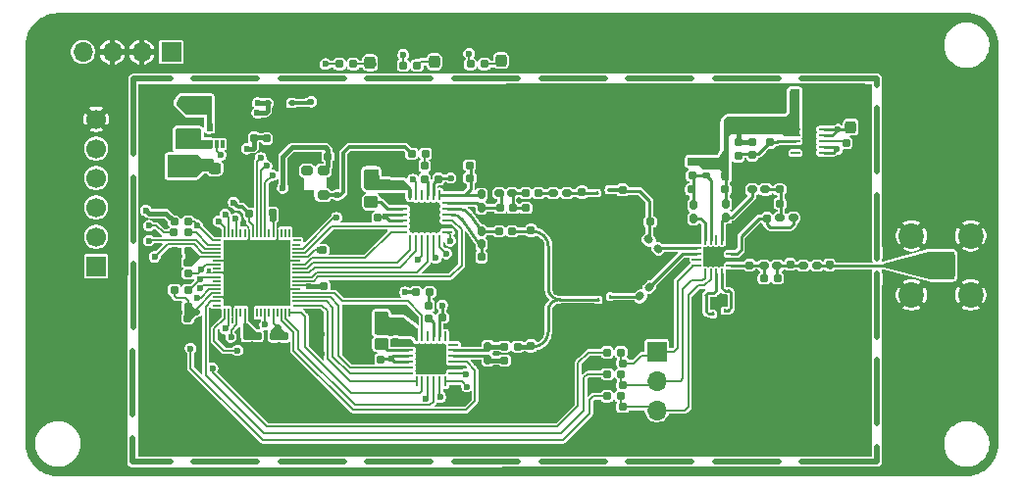
<source format=gbr>
%TF.GenerationSoftware,KiCad,Pcbnew,9.0.1-9.0.1-0~ubuntu24.04.1*%
%TF.CreationDate,2025-04-20T16:10:42+07:00*%
%TF.ProjectId,Gateway PCB v2,47617465-7761-4792-9050-43422076322e,rev?*%
%TF.SameCoordinates,Original*%
%TF.FileFunction,Copper,L1,Top*%
%TF.FilePolarity,Positive*%
%FSLAX46Y46*%
G04 Gerber Fmt 4.6, Leading zero omitted, Abs format (unit mm)*
G04 Created by KiCad (PCBNEW 9.0.1-9.0.1-0~ubuntu24.04.1) date 2025-04-20 16:10:42*
%MOMM*%
%LPD*%
G01*
G04 APERTURE LIST*
G04 Aperture macros list*
%AMRoundRect*
0 Rectangle with rounded corners*
0 $1 Rounding radius*
0 $2 $3 $4 $5 $6 $7 $8 $9 X,Y pos of 4 corners*
0 Add a 4 corners polygon primitive as box body*
4,1,4,$2,$3,$4,$5,$6,$7,$8,$9,$2,$3,0*
0 Add four circle primitives for the rounded corners*
1,1,$1+$1,$2,$3*
1,1,$1+$1,$4,$5*
1,1,$1+$1,$6,$7*
1,1,$1+$1,$8,$9*
0 Add four rect primitives between the rounded corners*
20,1,$1+$1,$2,$3,$4,$5,0*
20,1,$1+$1,$4,$5,$6,$7,0*
20,1,$1+$1,$6,$7,$8,$9,0*
20,1,$1+$1,$8,$9,$2,$3,0*%
G04 Aperture macros list end*
%TA.AperFunction,Conductor*%
%ADD10C,0.250000*%
%TD*%
%TA.AperFunction,Conductor*%
%ADD11C,0.500000*%
%TD*%
%TA.AperFunction,Conductor*%
%ADD12C,0.400000*%
%TD*%
%TA.AperFunction,EtchedComponent*%
%ADD13C,0.000000*%
%TD*%
%TA.AperFunction,SMDPad,CuDef*%
%ADD14RoundRect,0.250000X-0.350000X0.275000X-0.350000X-0.275000X0.350000X-0.275000X0.350000X0.275000X0*%
%TD*%
%TA.AperFunction,SMDPad,CuDef*%
%ADD15RoundRect,0.155000X-0.155000X0.212500X-0.155000X-0.212500X0.155000X-0.212500X0.155000X0.212500X0*%
%TD*%
%TA.AperFunction,ComponentPad*%
%ADD16R,1.700000X1.700000*%
%TD*%
%TA.AperFunction,ComponentPad*%
%ADD17C,1.700000*%
%TD*%
%TA.AperFunction,SMDPad,CuDef*%
%ADD18RoundRect,0.160000X-0.197500X-0.160000X0.197500X-0.160000X0.197500X0.160000X-0.197500X0.160000X0*%
%TD*%
%TA.AperFunction,SMDPad,CuDef*%
%ADD19RoundRect,0.155000X-0.212500X-0.155000X0.212500X-0.155000X0.212500X0.155000X-0.212500X0.155000X0*%
%TD*%
%TA.AperFunction,SMDPad,CuDef*%
%ADD20RoundRect,0.147500X0.172500X-0.147500X0.172500X0.147500X-0.172500X0.147500X-0.172500X-0.147500X0*%
%TD*%
%TA.AperFunction,SMDPad,CuDef*%
%ADD21R,0.250000X0.325000*%
%TD*%
%TA.AperFunction,SMDPad,CuDef*%
%ADD22RoundRect,0.250001X-0.849999X0.462499X-0.849999X-0.462499X0.849999X-0.462499X0.849999X0.462499X0*%
%TD*%
%TA.AperFunction,SMDPad,CuDef*%
%ADD23RoundRect,0.155000X0.212500X0.155000X-0.212500X0.155000X-0.212500X-0.155000X0.212500X-0.155000X0*%
%TD*%
%TA.AperFunction,SMDPad,CuDef*%
%ADD24RoundRect,0.062500X-0.062500X0.375000X-0.062500X-0.375000X0.062500X-0.375000X0.062500X0.375000X0*%
%TD*%
%TA.AperFunction,SMDPad,CuDef*%
%ADD25RoundRect,0.062500X-0.375000X0.062500X-0.375000X-0.062500X0.375000X-0.062500X0.375000X0.062500X0*%
%TD*%
%TA.AperFunction,HeatsinkPad*%
%ADD26R,2.500000X2.500000*%
%TD*%
%TA.AperFunction,SMDPad,CuDef*%
%ADD27RoundRect,0.237500X-0.237500X0.287500X-0.237500X-0.287500X0.237500X-0.287500X0.237500X0.287500X0*%
%TD*%
%TA.AperFunction,SMDPad,CuDef*%
%ADD28RoundRect,0.237500X0.300000X0.237500X-0.300000X0.237500X-0.300000X-0.237500X0.300000X-0.237500X0*%
%TD*%
%TA.AperFunction,SMDPad,CuDef*%
%ADD29RoundRect,0.160000X0.160000X-0.222500X0.160000X0.222500X-0.160000X0.222500X-0.160000X-0.222500X0*%
%TD*%
%TA.AperFunction,SMDPad,CuDef*%
%ADD30RoundRect,0.155000X-0.040659X-0.259862X0.259862X0.040659X0.040659X0.259862X-0.259862X-0.040659X0*%
%TD*%
%TA.AperFunction,SMDPad,CuDef*%
%ADD31C,0.500000*%
%TD*%
%TA.AperFunction,SMDPad,CuDef*%
%ADD32RoundRect,0.160000X0.160000X-0.197500X0.160000X0.197500X-0.160000X0.197500X-0.160000X-0.197500X0*%
%TD*%
%TA.AperFunction,SMDPad,CuDef*%
%ADD33RoundRect,0.155000X0.155000X-0.212500X0.155000X0.212500X-0.155000X0.212500X-0.155000X-0.212500X0*%
%TD*%
%TA.AperFunction,SMDPad,CuDef*%
%ADD34RoundRect,0.160000X-0.222500X-0.160000X0.222500X-0.160000X0.222500X0.160000X-0.222500X0.160000X0*%
%TD*%
%TA.AperFunction,SMDPad,CuDef*%
%ADD35RoundRect,0.062500X-0.350000X-0.062500X0.350000X-0.062500X0.350000X0.062500X-0.350000X0.062500X0*%
%TD*%
%TA.AperFunction,HeatsinkPad*%
%ADD36R,1.200000X2.000000*%
%TD*%
%TA.AperFunction,SMDPad,CuDef*%
%ADD37RoundRect,0.237500X-0.237500X0.300000X-0.237500X-0.300000X0.237500X-0.300000X0.237500X0.300000X0*%
%TD*%
%TA.AperFunction,ComponentPad*%
%ADD38O,1.700000X1.700000*%
%TD*%
%TA.AperFunction,SMDPad,CuDef*%
%ADD39RoundRect,0.155000X-0.259862X0.040659X0.040659X-0.259862X0.259862X-0.040659X-0.040659X0.259862X0*%
%TD*%
%TA.AperFunction,SMDPad,CuDef*%
%ADD40RoundRect,0.200000X-0.300000X-0.200000X0.300000X-0.200000X0.300000X0.200000X-0.300000X0.200000X0*%
%TD*%
%TA.AperFunction,SMDPad,CuDef*%
%ADD41RoundRect,0.112500X-0.187500X-0.112500X0.187500X-0.112500X0.187500X0.112500X-0.187500X0.112500X0*%
%TD*%
%TA.AperFunction,SMDPad,CuDef*%
%ADD42RoundRect,0.062500X-0.325000X-0.062500X0.325000X-0.062500X0.325000X0.062500X-0.325000X0.062500X0*%
%TD*%
%TA.AperFunction,SMDPad,CuDef*%
%ADD43RoundRect,0.062500X-0.062500X-0.325000X0.062500X-0.325000X0.062500X0.325000X-0.062500X0.325000X0*%
%TD*%
%TA.AperFunction,HeatsinkPad*%
%ADD44R,1.750000X1.750000*%
%TD*%
%TA.AperFunction,SMDPad,CuDef*%
%ADD45R,0.736600X0.177800*%
%TD*%
%TA.AperFunction,SMDPad,CuDef*%
%ADD46R,0.762000X0.177800*%
%TD*%
%TA.AperFunction,SMDPad,CuDef*%
%ADD47R,0.177800X0.736600*%
%TD*%
%TA.AperFunction,SMDPad,CuDef*%
%ADD48R,0.177800X0.762000*%
%TD*%
%TA.AperFunction,SMDPad,CuDef*%
%ADD49R,5.613400X5.613400*%
%TD*%
%TA.AperFunction,SMDPad,CuDef*%
%ADD50RoundRect,0.160000X0.197500X0.160000X-0.197500X0.160000X-0.197500X-0.160000X0.197500X-0.160000X0*%
%TD*%
%TA.AperFunction,SMDPad,CuDef*%
%ADD51RoundRect,0.160000X-0.160000X0.222500X-0.160000X-0.222500X0.160000X-0.222500X0.160000X0.222500X0*%
%TD*%
%TA.AperFunction,ComponentPad*%
%ADD52RoundRect,0.200100X-0.949900X0.949900X-0.949900X-0.949900X0.949900X-0.949900X0.949900X0.949900X0*%
%TD*%
%TA.AperFunction,ComponentPad*%
%ADD53C,2.200000*%
%TD*%
%TA.AperFunction,SMDPad,CuDef*%
%ADD54RoundRect,0.087500X-0.087500X0.250000X-0.087500X-0.250000X0.087500X-0.250000X0.087500X0.250000X0*%
%TD*%
%TA.AperFunction,SMDPad,CuDef*%
%ADD55RoundRect,0.160000X-0.160000X0.197500X-0.160000X-0.197500X0.160000X-0.197500X0.160000X0.197500X0*%
%TD*%
%TA.AperFunction,ViaPad*%
%ADD56C,0.600000*%
%TD*%
%TA.AperFunction,Conductor*%
%ADD57C,0.300000*%
%TD*%
%TA.AperFunction,Conductor*%
%ADD58C,0.600000*%
%TD*%
%TA.AperFunction,Conductor*%
%ADD59C,0.200000*%
%TD*%
%TA.AperFunction,Conductor*%
%ADD60C,0.170000*%
%TD*%
G04 APERTURE END LIST*
D10*
%TO.N,Net-(C13-Pad2)*%
X104877623Y-86477063D02*
G75*
G02*
X105873899Y-85487306I950077J39963D01*
G01*
D11*
%TO.N,GND2*%
X133250000Y-83210000D02*
X133250000Y-88710000D01*
X133250000Y-90710000D02*
X133250000Y-96210000D01*
X133250000Y-98210000D02*
X133250000Y-99500000D01*
D10*
%TO.N,Net-(U2-RFI_N)*%
X97107500Y-77642500D02*
G75*
G02*
X98100287Y-78191380I-19300J-1207200D01*
G01*
D11*
%TO.N,GND2*%
X69050000Y-67420000D02*
X69041433Y-72919993D01*
X69038318Y-74919991D02*
X69029751Y-80419984D01*
X69026636Y-82419982D02*
X69018069Y-87919975D01*
X69014954Y-89919973D02*
X69006387Y-95419966D01*
X69003272Y-97419964D02*
X69000000Y-99520699D01*
D10*
%TO.N,Net-(U2-RFI_P)*%
X97447499Y-78582128D02*
X98987500Y-80732500D01*
%TO.N,Net-(U4-LNA_IN)*%
X118491421Y-85120000D02*
G75*
G02*
X118691421Y-84920021I199979J0D01*
G01*
D11*
%TO.N,GND2*%
X132250000Y-99495000D02*
X126750000Y-99497236D01*
X124750001Y-99498049D02*
X119250001Y-99500284D01*
X117250001Y-99501097D02*
X111750002Y-99503333D01*
X109750002Y-99504146D02*
X104250002Y-99506381D01*
X102250002Y-99507194D02*
X96750003Y-99509430D01*
X94750003Y-99510243D02*
X89250004Y-99512478D01*
X87250004Y-99513291D02*
X81750004Y-99515527D01*
X79750004Y-99516340D02*
X74250005Y-99518575D01*
X72250005Y-99519388D02*
X69025274Y-99520699D01*
D12*
%TO.N,VDD_RF*%
X120787500Y-70412500D02*
X121787500Y-70412500D01*
D10*
%TO.N,Net-(U4-RX_FLT)*%
X120458579Y-84711421D02*
G75*
G02*
X120658579Y-84911421I21J-199979D01*
G01*
X120657500Y-86227500D02*
G75*
G02*
X120457500Y-86427500I-200000J0D01*
G01*
%TO.N,Net-(U4-LNA_IN)*%
X118707500Y-86685000D02*
G75*
G02*
X118507500Y-86485000I0J200000D01*
G01*
%TO.N,Net-(C13-Pad2)*%
X104875621Y-88262214D02*
G75*
G02*
X103525011Y-89572211I-1310621J14D01*
G01*
%TO.N,Net-(U2-RFI_P)*%
X96486731Y-78154826D02*
G75*
G02*
X97447483Y-78582140I101069J-1066474D01*
G01*
D11*
%TO.N,GND2*%
X132250000Y-66395000D02*
X126750000Y-66397202D01*
X124750001Y-66398002D02*
X119250001Y-66400204D01*
X117250001Y-66401005D02*
X111750002Y-66403207D01*
X109750002Y-66404007D02*
X104250002Y-66406209D01*
X102250002Y-66407010D02*
X96750003Y-66409211D01*
X94750003Y-66410012D02*
X89250003Y-66412214D01*
X87250004Y-66413014D02*
X81750004Y-66415216D01*
X79750004Y-66416017D02*
X74250005Y-66418219D01*
X72250005Y-66419019D02*
X69800000Y-66419999D01*
D10*
%TO.N,Net-(U4-RX_FLT)*%
X120087500Y-84712500D02*
G75*
G02*
X119887500Y-84512500I0J200000D01*
G01*
%TO.N,Net-(C13-Pad2)*%
X105883775Y-85482214D02*
G75*
G02*
X104887501Y-84492500I-46275J949714D01*
G01*
X103536890Y-79602501D02*
G75*
G02*
X104887510Y-80912500I40010J-1309999D01*
G01*
%TO.N,Net-(U4-LNA_IN)*%
X119387500Y-84720000D02*
G75*
G02*
X119187500Y-84920000I-200000J0D01*
G01*
%TO.N,Net-(U2-RFI_N)*%
X98100290Y-78191378D02*
X99057500Y-79412500D01*
D11*
%TO.N,GND2*%
X133250000Y-81950000D02*
X133241158Y-76450007D01*
X133237942Y-74450010D02*
X133229100Y-68950017D01*
X133225884Y-66950019D02*
X133225000Y-66400000D01*
D13*
%TA.AperFunction,EtchedComponent*%
%TD*%
%TO.C,NT5*%
G36*
X133250000Y-99745000D02*
G01*
X132250000Y-99745000D01*
X132250000Y-99245000D01*
X133250000Y-99245000D01*
X133250000Y-99745000D01*
G37*
%TD.AperFunction*%
%TA.AperFunction,EtchedComponent*%
%TO.C,NT4*%
G36*
X69300000Y-67445000D02*
G01*
X68800000Y-67445000D01*
X68800000Y-66445000D01*
X69300000Y-66445000D01*
X69300000Y-67445000D01*
G37*
%TD.AperFunction*%
%TA.AperFunction,EtchedComponent*%
%TO.C,NT3*%
G36*
X133225000Y-66645000D02*
G01*
X132225000Y-66645000D01*
X132225000Y-66145000D01*
X133225000Y-66145000D01*
X133225000Y-66645000D01*
G37*
%TD.AperFunction*%
%TA.AperFunction,EtchedComponent*%
%TO.C,NT1*%
G36*
X133500000Y-81945000D02*
G01*
X133000000Y-81945000D01*
X133000000Y-80945000D01*
X133500000Y-80945000D01*
X133500000Y-81945000D01*
G37*
%TD.AperFunction*%
%TA.AperFunction,EtchedComponent*%
%TO.C,NT2*%
G36*
X133500000Y-84210000D02*
G01*
X133000000Y-84210000D01*
X133000000Y-83210000D01*
X133500000Y-83210000D01*
X133500000Y-84210000D01*
G37*
%TD.AperFunction*%
%TD*%
D14*
%TO.P,L10,1,1*%
%TO.N,Net-(U3-VREG)*%
X90462500Y-87012500D03*
%TO.P,L10,2,2*%
%TO.N,Net-(U3-DCC_SW)*%
X90462500Y-89312500D03*
%TD*%
D15*
%TO.P,C45,1*%
%TO.N,3.3V*%
X82127500Y-88655000D03*
%TO.P,C45,2*%
%TO.N,GND*%
X82127500Y-89790000D03*
%TD*%
D16*
%TO.P,J3,1,Pin_1*%
%TO.N,EX_HOST_SCK*%
X65850000Y-82595000D03*
D17*
%TO.P,J3,2,Pin_2*%
%TO.N,EX_HOST_MOSI*%
X65850000Y-80055000D03*
%TO.P,J3,3,Pin_3*%
%TO.N,EX_HOST_MISO*%
X65850000Y-77515000D03*
%TO.P,J3,4,Pin_4*%
%TO.N,EX_HOST_RESET*%
X65850000Y-74975000D03*
%TO.P,J3,5,Pin_5*%
%TO.N,EX_HOST_CSN*%
X65850000Y-72435000D03*
%TO.P,J3,6,Pin_6*%
%TO.N,GND*%
X65850000Y-69895000D03*
%TD*%
D18*
%TO.P,R8,1*%
%TO.N,3.3V*%
X72587500Y-84645000D03*
%TO.P,R8,2*%
%TO.N,SX1302_CSD*%
X73782500Y-84645000D03*
%TD*%
D19*
%TO.P,C35,1*%
%TO.N,GND*%
X110190000Y-90977500D03*
%TO.P,C35,2*%
%TO.N,CSD*%
X111325000Y-90977500D03*
%TD*%
D20*
%TO.P,FL4,1,1*%
%TO.N,Net-(U4-VCC0)*%
X118507500Y-74780000D03*
%TO.P,FL4,2,2*%
%TO.N,VDD_RF*%
X118507500Y-73810000D03*
%TD*%
D15*
%TO.P,C22,1*%
%TO.N,Net-(C22-Pad1)*%
X125750000Y-82445000D03*
%TO.P,C22,2*%
%TO.N,GND*%
X125750000Y-83580000D03*
%TD*%
D18*
%TO.P,R11,1*%
%TO.N,SX1302_PA_ON*%
X109980000Y-91930000D03*
%TO.P,R11,2*%
%TO.N,PA_ON*%
X111175000Y-91930000D03*
%TD*%
D21*
%TO.P,FL2,1*%
%TO.N,Net-(C5-Pad1)*%
X109085000Y-76282500D03*
%TO.P,FL2,2*%
%TO.N,GND*%
X109585000Y-76570000D03*
%TO.P,FL2,3*%
X110085000Y-76570000D03*
%TO.P,FL2,4*%
%TO.N,Net-(C30-Pad1)*%
X110085000Y-75995000D03*
%TO.P,FL2,5*%
%TO.N,GND*%
X109585000Y-75995000D03*
%TD*%
D22*
%TO.P,PL1,1,1*%
%TO.N,Net-(U7-SW)*%
X73787500Y-71487500D03*
%TO.P,PL1,2,2*%
%TO.N,1.2V*%
X73787500Y-73812500D03*
%TD*%
D18*
%TO.P,R9,1*%
%TO.N,SX1302_CSD*%
X109950000Y-90045000D03*
%TO.P,R9,2*%
%TO.N,CSD*%
X111145000Y-90045000D03*
%TD*%
D23*
%TO.P,C48,1*%
%TO.N,3.3V*%
X73757500Y-87097500D03*
%TO.P,C48,2*%
%TO.N,GND*%
X72622500Y-87097500D03*
%TD*%
D24*
%TO.P,U3,1,VR_PA*%
%TO.N,unconnected-(U3-VR_PA-Pad1)*%
X95987500Y-88680000D03*
%TO.P,U3,2,VDD_IN*%
%TO.N,VDD_RF*%
X95487500Y-88680000D03*
%TO.P,U3,3,XTA*%
%TO.N,Net-(U3-XTA)*%
X94987500Y-88680000D03*
%TO.P,U3,4,XTB*%
%TO.N,unconnected-(U3-XTB-Pad4)*%
X94487500Y-88680000D03*
%TO.P,U3,5,DIO3*%
%TO.N,RADIO_B_IQ_2*%
X93987500Y-88680000D03*
%TO.P,U3,6,VREG*%
%TO.N,Net-(U3-VREG)*%
X93487500Y-88680000D03*
D25*
%TO.P,U3,7,GND*%
%TO.N,GND*%
X92800000Y-89367500D03*
%TO.P,U3,8,DCC_SW*%
%TO.N,Net-(U3-DCC_SW)*%
X92800000Y-89867500D03*
%TO.P,U3,9,VBAT_RF*%
%TO.N,VDD_RF*%
X92800000Y-90367500D03*
%TO.P,U3,10,VBAT_DIO*%
X92800000Y-90867500D03*
%TO.P,U3,11,DIO5*%
%TO.N,RADIO_B_IQ_4*%
X92800000Y-91367500D03*
%TO.P,U3,12,DIO2*%
%TO.N,RADIO_B_IQ_1*%
X92800000Y-91867500D03*
D24*
%TO.P,U3,13,DIO1*%
%TO.N,RADIO_B_IQ_0*%
X93487500Y-92555000D03*
%TO.P,U3,14,BUSY*%
%TO.N,RADIO_B_CKL_I*%
X93987500Y-92555000D03*
%TO.P,U3,15,NRESET*%
%TO.N,RADIOB_RESET*%
X94487500Y-92555000D03*
%TO.P,U3,16,MISO*%
%TO.N,RADIO_B_IQ_MISO*%
X94987500Y-92555000D03*
%TO.P,U3,17,MOSI*%
%TO.N,RADIO_B_MOSI*%
X95487500Y-92555000D03*
%TO.P,U3,18,SCK*%
%TO.N,RADIO_B_SCK*%
X95987500Y-92555000D03*
D25*
%TO.P,U3,19,NSS*%
%TO.N,RADIO_B_CSN*%
X96675000Y-91867500D03*
%TO.P,U3,20,GND*%
%TO.N,GND*%
X96675000Y-91367500D03*
%TO.P,U3,21,DIO4*%
%TO.N,RADIO_B_IQ_3*%
X96675000Y-90867500D03*
%TO.P,U3,22,RFI_P*%
%TO.N,Net-(U3-RFI_P)*%
X96675000Y-90367500D03*
%TO.P,U3,23,RFI_N*%
%TO.N,Net-(U3-RFI_N)*%
X96675000Y-89867500D03*
%TO.P,U3,24,RFO*%
%TO.N,unconnected-(U3-RFO-Pad24)*%
X96675000Y-89367500D03*
D26*
%TO.P,U3,25,GND_Pad*%
%TO.N,GND*%
X94737500Y-90617500D03*
%TD*%
D27*
%TO.P,D3,1,K*%
%TO.N,GND*%
X89500000Y-63270000D03*
%TO.P,D3,2,A*%
%TO.N,Net-(D3-A)*%
X89500000Y-65020000D03*
%TD*%
D28*
%TO.P,C40,1*%
%TO.N,GND*%
X77800000Y-74145000D03*
%TO.P,C40,2*%
%TO.N,1.2V*%
X76075000Y-74145000D03*
%TD*%
D23*
%TO.P,C52,1*%
%TO.N,1.2V*%
X73765000Y-81306250D03*
%TO.P,C52,2*%
%TO.N,GND*%
X72630000Y-81306250D03*
%TD*%
D29*
%TO.P,L14,1,1*%
%TO.N,Net-(U4-PA_OUT)*%
X120207500Y-78365000D03*
%TO.P,L14,2,2*%
%TO.N,VDD_RF*%
X120207500Y-77220000D03*
%TD*%
D30*
%TO.P,C34,1*%
%TO.N,Net-(C34-Pad1)*%
X112786217Y-85212500D03*
%TO.P,C34,2*%
%TO.N,Net-(U4-RX)*%
X113588783Y-84409934D03*
%TD*%
D31*
%TO.P,NT5,1,1*%
%TO.N,GND2*%
X133250000Y-99495000D03*
%TO.P,NT5,2,2*%
X132250000Y-99495000D03*
%TD*%
D23*
%TO.P,C50,1*%
%TO.N,3.3V*%
X73767500Y-86087500D03*
%TO.P,C50,2*%
%TO.N,GND*%
X72632500Y-86087500D03*
%TD*%
D18*
%TO.P,R18,1*%
%TO.N,GND*%
X72587500Y-83232300D03*
%TO.P,R18,2*%
%TO.N,EX_HOST_RESET*%
X73782500Y-83232300D03*
%TD*%
D19*
%TO.P,C4,1*%
%TO.N,Net-(C3-Pad2)*%
X102920000Y-77580000D03*
%TO.P,C4,2*%
%TO.N,GND*%
X104055000Y-77580000D03*
%TD*%
%TO.P,C3,1*%
%TO.N,Net-(U2-RFO)*%
X100700000Y-77580000D03*
%TO.P,C3,2*%
%TO.N,Net-(C3-Pad2)*%
X101835000Y-77580000D03*
%TD*%
%TO.P,C13,1*%
%TO.N,Net-(U3-RFI_N)*%
X101095000Y-89542500D03*
%TO.P,C13,2*%
%TO.N,Net-(C13-Pad2)*%
X102230000Y-89542500D03*
%TD*%
D32*
%TO.P,R15,1*%
%TO.N,GND*%
X123987500Y-73110000D03*
%TO.P,R15,2*%
%TO.N,Net-(U6-FB)*%
X123987500Y-71915000D03*
%TD*%
D33*
%TO.P,C53,1*%
%TO.N,1.2V*%
X81087500Y-78012875D03*
%TO.P,C53,2*%
%TO.N,GND*%
X81087500Y-76877875D03*
%TD*%
D19*
%TO.P,C54,1*%
%TO.N,1.2V*%
X85487500Y-84312500D03*
%TO.P,C54,2*%
%TO.N,GND*%
X86622500Y-84312500D03*
%TD*%
D33*
%TO.P,C57,1*%
%TO.N,GND*%
X99087500Y-82927500D03*
%TO.P,C57,2*%
%TO.N,Net-(U2-RFI_P)*%
X99087500Y-81792500D03*
%TD*%
D23*
%TO.P,C19,1*%
%TO.N,Net-(U4-VCC0)*%
X117277500Y-74780000D03*
%TO.P,C19,2*%
%TO.N,GND*%
X116142500Y-74780000D03*
%TD*%
%TO.P,C20,1*%
%TO.N,VDD_RF*%
X117307500Y-73580000D03*
%TO.P,C20,2*%
%TO.N,GND*%
X116172500Y-73580000D03*
%TD*%
D19*
%TO.P,C26,1*%
%TO.N,VDD_RF*%
X120120000Y-75980000D03*
%TO.P,C26,2*%
%TO.N,GND*%
X121255000Y-75980000D03*
%TD*%
D34*
%TO.P,L4,1,1*%
%TO.N,Net-(C33-Pad2)*%
X105315000Y-76280000D03*
%TO.P,L4,2,2*%
%TO.N,Net-(C5-Pad1)*%
X106460000Y-76280000D03*
%TD*%
D33*
%TO.P,C60,1*%
%TO.N,Net-(U3-VREG)*%
X91887500Y-87412500D03*
%TO.P,C60,2*%
%TO.N,GND*%
X91887500Y-86277500D03*
%TD*%
D19*
%TO.P,C2,1*%
%TO.N,Net-(U2-VR_PA)*%
X98080000Y-73880000D03*
%TO.P,C2,2*%
%TO.N,GND*%
X99215000Y-73880000D03*
%TD*%
D18*
%TO.P,R10,1*%
%TO.N,SX1302_TXRX*%
X109940000Y-93845000D03*
%TO.P,R10,2*%
%TO.N,TXRX*%
X111135000Y-93845000D03*
%TD*%
D15*
%TO.P,C14,1*%
%TO.N,Net-(C13-Pad2)*%
X103387500Y-89485000D03*
%TO.P,C14,2*%
%TO.N,GND*%
X103387500Y-90620000D03*
%TD*%
D18*
%TO.P,R16,1*%
%TO.N,EX_HOST_MISO*%
X72570001Y-79714000D03*
%TO.P,R16,2*%
%TO.N,Net-(U1-HOST_MISO)*%
X73765001Y-79714000D03*
%TD*%
D19*
%TO.P,C46,1*%
%TO.N,3.3V*%
X85413250Y-81212500D03*
%TO.P,C46,2*%
%TO.N,GND*%
X86548250Y-81212500D03*
%TD*%
%TO.P,C24,1*%
%TO.N,Net-(U4-ANT)*%
X123515000Y-83662500D03*
%TO.P,C24,2*%
%TO.N,Net-(C22-Pad1)*%
X124650000Y-83662500D03*
%TD*%
D33*
%TO.P,C42,1*%
%TO.N,Net-(U6-FB)*%
X122487500Y-72980000D03*
%TO.P,C42,2*%
%TO.N,VDD_RF*%
X122487500Y-71845000D03*
%TD*%
D19*
%TO.P,C17,1*%
%TO.N,VDD_RF*%
X95727500Y-87042500D03*
%TO.P,C17,2*%
%TO.N,GND*%
X96862500Y-87042500D03*
%TD*%
D33*
%TO.P,C10,1*%
%TO.N,Net-(U2-VREG)*%
X90987500Y-75500000D03*
%TO.P,C10,2*%
%TO.N,GND*%
X90987500Y-74365000D03*
%TD*%
D35*
%TO.P,U6,1,OUT*%
%TO.N,VDD_RF*%
X126202500Y-70805000D03*
%TO.P,U6,2,OUT*%
X126202500Y-71305000D03*
%TO.P,U6,3,FB*%
%TO.N,Net-(U6-FB)*%
X126202500Y-71805000D03*
%TO.P,U6,4,GND*%
%TO.N,GND*%
X126202500Y-72305000D03*
%TO.P,U6,5,PG*%
%TO.N,unconnected-(U6-PG-Pad5)*%
X126202500Y-72805000D03*
%TO.P,U6,6,SS_CTRL*%
%TO.N,Net-(D4-K)*%
X128627500Y-72805000D03*
%TO.P,U6,7,EN*%
X128627500Y-72305000D03*
%TO.P,U6,8,NR/SS*%
%TO.N,Net-(U6-NR{slash}SS)*%
X128627500Y-71805000D03*
%TO.P,U6,9,IN*%
%TO.N,Net-(D4-K)*%
X128627500Y-71305000D03*
%TO.P,U6,10,IN*%
X128627500Y-70805000D03*
D36*
%TO.P,U6,11,GND*%
%TO.N,GND*%
X127415000Y-71805000D03*
%TD*%
D32*
%TO.P,R14,1*%
%TO.N,Net-(U6-FB)*%
X121290000Y-73110000D03*
%TO.P,R14,2*%
%TO.N,VDD_RF*%
X121290000Y-71915000D03*
%TD*%
D19*
%TO.P,C25,1*%
%TO.N,VDD_RF*%
X120120000Y-74780000D03*
%TO.P,C25,2*%
%TO.N,GND*%
X121255000Y-74780000D03*
%TD*%
D23*
%TO.P,C8,1*%
%TO.N,VDD_RF*%
X90175000Y-78412500D03*
%TO.P,C8,2*%
%TO.N,GND*%
X89040000Y-78412500D03*
%TD*%
D37*
%TO.P,C38,1*%
%TO.N,GND*%
X130987500Y-68850000D03*
%TO.P,C38,2*%
%TO.N,Net-(D4-K)*%
X130987500Y-70575000D03*
%TD*%
D21*
%TO.P,FL3,1*%
%TO.N,Net-(C34-Pad1)*%
X110202500Y-85230000D03*
%TO.P,FL3,2*%
%TO.N,GND*%
X109702500Y-84942500D03*
%TO.P,FL3,3*%
X109202500Y-84942500D03*
%TO.P,FL3,4*%
%TO.N,Net-(C13-Pad2)*%
X109202500Y-85517500D03*
%TO.P,FL3,5*%
%TO.N,GND*%
X109702500Y-85517500D03*
%TD*%
D15*
%TO.P,C30,1*%
%TO.N,Net-(C30-Pad1)*%
X111287500Y-76012500D03*
%TO.P,C30,2*%
%TO.N,GND*%
X111287500Y-77147500D03*
%TD*%
D16*
%TO.P,J2,1,Pin_1*%
%TO.N,5V*%
X72320000Y-64100000D03*
D38*
%TO.P,J2,2,Pin_2*%
%TO.N,GND*%
X69780000Y-64100000D03*
%TO.P,J2,3,Pin_3*%
X67240000Y-64100000D03*
%TO.P,J2,4,Pin_4*%
%TO.N,3.3V*%
X64700000Y-64100000D03*
%TD*%
D33*
%TO.P,C9,1*%
%TO.N,VDD_RF*%
X95387500Y-75067500D03*
%TO.P,C9,2*%
%TO.N,GND*%
X95387500Y-73932500D03*
%TD*%
D31*
%TO.P,NT4,1,1*%
%TO.N,GND2*%
X69050000Y-67445000D03*
%TO.P,NT4,2,2*%
X69050000Y-66445000D03*
%TD*%
D19*
%TO.P,C28,1*%
%TO.N,Net-(C27-Pad1)*%
X124862500Y-75985000D03*
%TO.P,C28,2*%
%TO.N,GND*%
X125997500Y-75985000D03*
%TD*%
D39*
%TO.P,C32,1*%
%TO.N,Net-(C30-Pad1)*%
X113535628Y-80290628D03*
%TO.P,C32,2*%
%TO.N,Net-(U4-TX)*%
X114338194Y-81093194D03*
%TD*%
D19*
%TO.P,C33,1*%
%TO.N,Net-(C3-Pad2)*%
X102920000Y-76280000D03*
%TO.P,C33,2*%
%TO.N,Net-(C33-Pad2)*%
X104055000Y-76280000D03*
%TD*%
D23*
%TO.P,C44,1*%
%TO.N,GND*%
X127302500Y-67665000D03*
%TO.P,C44,2*%
%TO.N,VDD_RF*%
X126167500Y-67665000D03*
%TD*%
D34*
%TO.P,L13,1,1*%
%TO.N,Net-(C22-Pad1)*%
X126905000Y-82560000D03*
%TO.P,L13,2,2*%
%TO.N,Net-(J1-In)*%
X128050000Y-82560000D03*
%TD*%
D23*
%TO.P,C51,1*%
%TO.N,1.2V*%
X73747500Y-82266250D03*
%TO.P,C51,2*%
%TO.N,GND*%
X72612500Y-82266250D03*
%TD*%
D40*
%TO.P,X1,1,NC*%
%TO.N,unconnected-(X1-NC-Pad1)*%
X84050000Y-74350000D03*
%TO.P,X1,2,GND*%
%TO.N,GND*%
X84050000Y-76450000D03*
%TO.P,X1,3,OUT*%
%TO.N,TXCO 32M*%
X85450000Y-76450000D03*
%TO.P,X1,4,Vcc*%
%TO.N,3.3V*%
X85450000Y-74350000D03*
%TD*%
D41*
%TO.P,D4,1,K*%
%TO.N,Net-(D4-K)*%
X80637500Y-68512500D03*
%TO.P,D4,2,A*%
%TO.N,5V*%
X82737500Y-68512500D03*
%TD*%
D42*
%TO.P,U4,1,TX*%
%TO.N,Net-(U4-TX)*%
X117675000Y-81032500D03*
%TO.P,U4,2,RX*%
%TO.N,Net-(U4-RX)*%
X117675000Y-81532500D03*
%TO.P,U4,3,TX_ALT*%
%TO.N,unconnected-(U4-TX_ALT-Pad3)*%
X117675000Y-82032500D03*
%TO.P,U4,4,CSD*%
%TO.N,CSD*%
X117675000Y-82532500D03*
D43*
%TO.P,U4,5,CPS*%
%TO.N,PA_ON*%
X118387500Y-83245000D03*
%TO.P,U4,6,CTX*%
%TO.N,TXRX*%
X118887500Y-83245000D03*
%TO.P,U4,7,LNA_IN*%
%TO.N,Net-(U4-LNA_IN)*%
X119387500Y-83245000D03*
%TO.P,U4,8,RX_FLT*%
%TO.N,Net-(U4-RX_FLT)*%
X119887500Y-83245000D03*
D42*
%TO.P,U4,9,ANT*%
%TO.N,Net-(U4-ANT)*%
X120600000Y-82532500D03*
%TO.P,U4,10,GND_10*%
%TO.N,GND*%
X120600000Y-82032500D03*
%TO.P,U4,11,TX_IN*%
%TO.N,Net-(U4-TX_IN)*%
X120600000Y-81532500D03*
%TO.P,U4,12,GND_12*%
%TO.N,GND*%
X120600000Y-81032500D03*
D43*
%TO.P,U4,13,PA_OUT*%
%TO.N,Net-(U4-PA_OUT)*%
X119887500Y-80320000D03*
%TO.P,U4,14,NC_14*%
%TO.N,unconnected-(U4-NC_14-Pad14)*%
X119387500Y-80320000D03*
%TO.P,U4,15,VCC0*%
%TO.N,Net-(U4-VCC0)*%
X118887500Y-80320000D03*
%TO.P,U4,16,VCC1*%
%TO.N,Net-(U4-VCC1)*%
X118387500Y-80320000D03*
D44*
%TO.P,U4,17,EPAD*%
%TO.N,GND*%
X119137500Y-81782500D03*
%TD*%
D45*
%TO.P,U1,1,HOST_CSN*%
%TO.N,EX_HOST_CSN*%
X76285800Y-80382501D03*
D46*
%TO.P,U1,2,HOST_MISO*%
%TO.N,Net-(U1-HOST_MISO)*%
X76298500Y-80732500D03*
%TO.P,U1,3,HOST_MOSI*%
%TO.N,EX_HOST_MOSI*%
X76298500Y-81082499D03*
%TO.P,U1,4,HOST_SCK*%
%TO.N,EX_HOST_SCK*%
X76298500Y-81432498D03*
%TO.P,U1,5,VCC_CORE*%
%TO.N,1.2V*%
X76298500Y-81782500D03*
%TO.P,U1,6,GND*%
%TO.N,GND*%
X76298500Y-82132500D03*
%TO.P,U1,7,RESET*%
%TO.N,EX_HOST_RESET*%
X76298500Y-82482499D03*
%TO.P,U1,8,PPS*%
%TO.N,unconnected-(U1-PPS-Pad8)*%
X76298500Y-82832501D03*
%TO.P,U1,9,GND*%
%TO.N,GND*%
X76298500Y-83182500D03*
%TO.P,U1,10,RADIO_CTRL[0]*%
%TO.N,SX1302_CSD*%
X76298500Y-83532499D03*
%TO.P,U1,11,RADIO_CTRL[1]*%
%TO.N,unconnected-(U1-RADIO_CTRL[1]-Pad11)*%
X76298500Y-83882501D03*
%TO.P,U1,12,RADIO_CTRL[2]*%
%TO.N,SX1302_TXRX*%
X76298500Y-84232500D03*
%TO.P,U1,13,RADIO_CTRL[3]*%
%TO.N,RADIOA_RESET*%
X76298500Y-84582500D03*
%TO.P,U1,14,VCC_IO*%
%TO.N,3.3V*%
X76298500Y-84932499D03*
%TO.P,U1,15,GND*%
%TO.N,GND*%
X76298500Y-85282501D03*
%TO.P,U1,16,RADIO_CTRL[4]*%
%TO.N,SX1302_PA_ON*%
X76298500Y-85632500D03*
D45*
%TO.P,U1,17,RADIO_CTRL[5]*%
%TO.N,unconnected-(U1-RADIO_CTRL[5]-Pad17)*%
X76285800Y-85982499D03*
D47*
%TO.P,U1,18,RADIO_B_CSN*%
%TO.N,RADIO_B_CSN*%
X76927501Y-86624200D03*
D48*
%TO.P,U1,19,RADIO_B_MOSI*%
%TO.N,RADIO_B_MOSI*%
X77277500Y-86611500D03*
%TO.P,U1,20,SP_VALID*%
%TO.N,GND*%
X77627499Y-86611500D03*
%TO.P,U1,21,RADIO_B_SCK*%
%TO.N,RADIO_B_SCK*%
X77977498Y-86611500D03*
%TO.P,U1,22,RADIO_CTRL[6]*%
%TO.N,unconnected-(U1-RADIO_CTRL[6]-Pad22)*%
X78327500Y-86611500D03*
%TO.P,U1,23,VCC_CORE*%
%TO.N,1.2V*%
X78677500Y-86611500D03*
%TO.P,U1,24,GND*%
%TO.N,GND*%
X79027499Y-86611500D03*
%TO.P,U1,25,GND*%
X79377501Y-86611500D03*
%TO.P,U1,26,RADIO_CTRL[7]*%
%TO.N,unconnected-(U1-RADIO_CTRL[7]-Pad26)*%
X79727500Y-86611500D03*
%TO.P,U1,27,RADIO_CTRL[8]*%
%TO.N,unconnected-(U1-RADIO_CTRL[8]-Pad27)*%
X80077499Y-86611500D03*
%TO.P,U1,28,RADIO_CTRL[9]*%
%TO.N,RADIOB_RESET*%
X80427501Y-86611500D03*
%TO.P,U1,29,RADIO_CTRL[10]*%
%TO.N,unconnected-(U1-RADIO_CTRL[10]-Pad29)*%
X80777500Y-86611500D03*
%TO.P,U1,30,VCC_IO*%
%TO.N,3.3V*%
X81127500Y-86611500D03*
%TO.P,U1,31,RADIO_CTRL[11]*%
%TO.N,unconnected-(U1-RADIO_CTRL[11]-Pad31)*%
X81477499Y-86611500D03*
%TO.P,U1,32,RADIO_B_IQ[3]*%
%TO.N,RADIO_B_IQ_3*%
X81827501Y-86611500D03*
%TO.P,U1,33,RADIO_B_MISO*%
%TO.N,RADIO_B_IQ_MISO*%
X82177500Y-86611500D03*
D47*
%TO.P,U1,34,RADIO_B_CLK_I*%
%TO.N,RADIO_B_CKL_I*%
X82527499Y-86624200D03*
D45*
%TO.P,U1,35,RADIO_B_IQ[0]*%
%TO.N,RADIO_B_IQ_0*%
X83169200Y-85982499D03*
D46*
%TO.P,U1,36,RADIO_B_IQ[1]*%
%TO.N,RADIO_B_IQ_1*%
X83156500Y-85632500D03*
%TO.P,U1,37,RADIO_B_IQ[4]*%
%TO.N,RADIO_B_IQ_4*%
X83156500Y-85282501D03*
%TO.P,U1,38,RADIO_B_IQ[2]*%
%TO.N,RADIO_B_IQ_2*%
X83156500Y-84932502D03*
%TO.P,U1,39,GND*%
%TO.N,GND*%
X83156500Y-84582500D03*
%TO.P,U1,40,VCC_CORE*%
%TO.N,1.2V*%
X83156500Y-84232500D03*
%TO.P,U1,41,RADIO_A_IQ[3]*%
%TO.N,RADIO_A_IQ_3*%
X83156500Y-83882501D03*
%TO.P,U1,42,RADIO_A_MISO*%
%TO.N,RADIO_A_MISO*%
X83156500Y-83532499D03*
%TO.P,U1,43,RADIO_A_CLK_I*%
%TO.N,RADIO_A_CKL_I*%
X83156500Y-83182500D03*
%TO.P,U1,44,RADIO_A_IQ[0]*%
%TO.N,RADIO_A_IQ_0*%
X83156500Y-82832501D03*
%TO.P,U1,45,RADIO_A_IQ[1]*%
%TO.N,RADIO_A_IQ_1*%
X83156500Y-82482499D03*
%TO.P,U1,46,GND*%
%TO.N,GND*%
X83156500Y-82132500D03*
%TO.P,U1,47,VCC_IO*%
%TO.N,3.3V*%
X83156500Y-81782500D03*
%TO.P,U1,48,RADIO_A_IQ[4]*%
%TO.N,RADIO_A_IQ_4*%
X83156500Y-81432501D03*
%TO.P,U1,49,RADIO_A_IQ[2]*%
%TO.N,RADIO_A_IQ_2*%
X83156500Y-81082499D03*
%TO.P,U1,50,GPIO[11]*%
%TO.N,unconnected-(U1-GPIO[11]-Pad50)*%
X83156500Y-80732500D03*
D45*
%TO.P,U1,51,GPIO[10]*%
%TO.N,unconnected-(U1-GPIO[10]-Pad51)*%
X83169200Y-80382501D03*
D47*
%TO.P,U1,52,GPIO[9]*%
%TO.N,unconnected-(U1-GPIO[9]-Pad52)*%
X82527499Y-79740800D03*
D48*
%TO.P,U1,53,GPIO[8]*%
%TO.N,unconnected-(U1-GPIO[8]-Pad53)*%
X82177500Y-79753500D03*
%TO.P,U1,54,GPIO[7]*%
%TO.N,unconnected-(U1-GPIO[7]-Pad54)*%
X81827501Y-79753500D03*
%TO.P,U1,55,GND*%
%TO.N,GND*%
X81477502Y-79753500D03*
%TO.P,U1,56,VCC_CORE*%
%TO.N,1.2V*%
X81127500Y-79753500D03*
%TO.P,U1,57,GPIO[6]*%
%TO.N,unconnected-(U1-GPIO[6]-Pad57)*%
X80777500Y-79753500D03*
%TO.P,U1,58,GPIO[5]*%
%TO.N,Net-(U1-GPIO[5])*%
X80427501Y-79753500D03*
%TO.P,U1,59,GPIO[4]*%
%TO.N,Net-(U1-GPIO[4])*%
X80077499Y-79753500D03*
%TO.P,U1,60,GPIO[3]*%
%TO.N,Net-(U1-GPIO[3])*%
X79727500Y-79753500D03*
%TO.P,U1,61,VCC_IO*%
%TO.N,3.3V*%
X79377501Y-79753500D03*
%TO.P,U1,62,GND*%
%TO.N,GND*%
X79027499Y-79753500D03*
%TO.P,U1,63,GPIO[2]*%
%TO.N,unconnected-(U1-GPIO[2]-Pad63)*%
X78677500Y-79753500D03*
%TO.P,U1,64,GPIO[1]*%
%TO.N,unconnected-(U1-GPIO[1]-Pad64)*%
X78327500Y-79753500D03*
%TO.P,U1,65,RADIO_A_SCK*%
%TO.N,RADIO_A_SCK*%
X77977501Y-79753500D03*
%TO.P,U1,66,GPIO[0]*%
%TO.N,unconnected-(U1-GPIO[0]-Pad66)*%
X77627499Y-79753500D03*
%TO.P,U1,67,RADIO_A_MOSI*%
%TO.N,RADIO_A_MOSI*%
X77277500Y-79753500D03*
D47*
%TO.P,U1,68,RADIO_A_CSN*%
%TO.N,RADIO_A_CSN*%
X76927501Y-79740800D03*
D49*
%TO.P,U1,69,GND_plate*%
%TO.N,GND*%
X79727500Y-83182500D03*
%TD*%
D24*
%TO.P,U2,1,VR_PA*%
%TO.N,Net-(U2-VR_PA)*%
X95462500Y-76457500D03*
%TO.P,U2,2,VDD_IN*%
%TO.N,VDD_RF*%
X94962500Y-76457500D03*
%TO.P,U2,3,XTA*%
%TO.N,Net-(U2-XTA)*%
X94462500Y-76457500D03*
%TO.P,U2,4,XTB*%
%TO.N,unconnected-(U2-XTB-Pad4)*%
X93962500Y-76457500D03*
%TO.P,U2,5,DIO3*%
%TO.N,RADIO_A_IQ_2*%
X93462500Y-76457500D03*
%TO.P,U2,6,VREG*%
%TO.N,Net-(U2-VREG)*%
X92962500Y-76457500D03*
D25*
%TO.P,U2,7,GND*%
%TO.N,GND*%
X92275000Y-77145000D03*
%TO.P,U2,8,DCC_SW*%
%TO.N,Net-(U2-DCC_SW)*%
X92275000Y-77645000D03*
%TO.P,U2,9,VBAT_RF*%
%TO.N,VDD_RF*%
X92275000Y-78145000D03*
%TO.P,U2,10,VBAT_DIO*%
X92275000Y-78645000D03*
%TO.P,U2,11,DIO5*%
%TO.N,RADIO_A_IQ_4*%
X92275000Y-79145000D03*
%TO.P,U2,12,DIO2*%
%TO.N,RADIO_A_IQ_1*%
X92275000Y-79645000D03*
D24*
%TO.P,U2,13,DIO1*%
%TO.N,RADIO_A_IQ_0*%
X92962500Y-80332500D03*
%TO.P,U2,14,BUSY*%
%TO.N,RADIO_A_CKL_I*%
X93462500Y-80332500D03*
%TO.P,U2,15,NRESET*%
%TO.N,RADIOA_RESET*%
X93962500Y-80332500D03*
%TO.P,U2,16,MISO*%
%TO.N,RADIO_A_MISO*%
X94462500Y-80332500D03*
%TO.P,U2,17,MOSI*%
%TO.N,RADIO_A_MOSI*%
X94962500Y-80332500D03*
%TO.P,U2,18,SCK*%
%TO.N,RADIO_A_SCK*%
X95462500Y-80332500D03*
D25*
%TO.P,U2,19,NSS*%
%TO.N,RADIO_A_CSN*%
X96150000Y-79645000D03*
%TO.P,U2,20,GND*%
%TO.N,GND*%
X96150000Y-79145000D03*
%TO.P,U2,21,DIO4*%
%TO.N,RADIO_A_IQ_3*%
X96150000Y-78645000D03*
%TO.P,U2,22,RFI_P*%
%TO.N,Net-(U2-RFI_P)*%
X96150000Y-78145000D03*
%TO.P,U2,23,RFI_N*%
%TO.N,Net-(U2-RFI_N)*%
X96150000Y-77645000D03*
%TO.P,U2,24,RFO*%
%TO.N,Net-(U2-RFO)*%
X96150000Y-77145000D03*
D26*
%TO.P,U2,25,GND_Pad*%
%TO.N,GND*%
X94212500Y-78395000D03*
%TD*%
D34*
%TO.P,L16,1,1*%
%TO.N,Net-(C27-Pad1)*%
X124870000Y-78395000D03*
%TO.P,L16,2,2*%
%TO.N,Net-(U4-TX_IN)*%
X126015000Y-78395000D03*
%TD*%
D15*
%TO.P,C7,1*%
%TO.N,Net-(C13-Pad2)*%
X103387500Y-79512500D03*
%TO.P,C7,2*%
%TO.N,GND*%
X103387500Y-80647500D03*
%TD*%
D18*
%TO.P,R3,1*%
%TO.N,Net-(U1-GPIO[3])*%
X86855000Y-65145000D03*
%TO.P,R3,2*%
%TO.N,Net-(D3-A)*%
X88050000Y-65145000D03*
%TD*%
D50*
%TO.P,R17,1*%
%TO.N,EX_HOST_CSN*%
X73772501Y-78734000D03*
%TO.P,R17,2*%
%TO.N,3.3V*%
X72577501Y-78734000D03*
%TD*%
D23*
%TO.P,C15,1*%
%TO.N,3.3V*%
X85855000Y-73112500D03*
%TO.P,C15,2*%
%TO.N,GND*%
X84720000Y-73112500D03*
%TD*%
%TO.P,C31,1*%
%TO.N,Net-(C30-Pad1)*%
X113677500Y-78780000D03*
%TO.P,C31,2*%
%TO.N,GND*%
X112542500Y-78780000D03*
%TD*%
D51*
%TO.P,L5,1,1*%
%TO.N,Net-(U2-RFI_N)*%
X99087500Y-79580000D03*
%TO.P,L5,2,2*%
%TO.N,Net-(U2-RFI_P)*%
X99087500Y-80725000D03*
%TD*%
D27*
%TO.P,D1,1,K*%
%TO.N,GND*%
X100800000Y-63090000D03*
%TO.P,D1,2,A*%
%TO.N,Net-(D1-A)*%
X100800000Y-64840000D03*
%TD*%
D23*
%TO.P,C16,1*%
%TO.N,VDD_RF*%
X90430000Y-90642500D03*
%TO.P,C16,2*%
%TO.N,GND*%
X89295000Y-90642500D03*
%TD*%
D31*
%TO.P,NT3,1,1*%
%TO.N,GND2*%
X132225000Y-66395000D03*
%TO.P,NT3,2,2*%
X133225000Y-66395000D03*
%TD*%
D52*
%TO.P,J1,1,In*%
%TO.N,Net-(J1-In)*%
X138787500Y-82532500D03*
D53*
%TO.P,J1,2,Ext*%
%TO.N,GND*%
X141337500Y-79982500D03*
X136237500Y-79982500D03*
X141337500Y-85082500D03*
X136237500Y-85082500D03*
%TD*%
D15*
%TO.P,C21,1*%
%TO.N,Net-(U4-ANT)*%
X122250000Y-82510000D03*
%TO.P,C21,2*%
%TO.N,GND*%
X122250000Y-83645000D03*
%TD*%
D34*
%TO.P,L15,1,1*%
%TO.N,Net-(U4-PA_OUT)*%
X122477500Y-75985000D03*
%TO.P,L15,2,2*%
%TO.N,Net-(C27-Pad1)*%
X123622500Y-75985000D03*
%TD*%
D29*
%TO.P,L11,1,1*%
%TO.N,Net-(U4-VCC1)*%
X117407500Y-78485000D03*
%TO.P,L11,2,2*%
%TO.N,Net-(U4-VCC0)*%
X117407500Y-77340000D03*
%TD*%
D15*
%TO.P,C56,1*%
%TO.N,1.2V*%
X79787500Y-88612500D03*
%TO.P,C56,2*%
%TO.N,GND*%
X79787500Y-89747500D03*
%TD*%
D19*
%TO.P,C37,1*%
%TO.N,GND*%
X110170000Y-94777500D03*
%TO.P,C37,2*%
%TO.N,TXRX*%
X111305000Y-94777500D03*
%TD*%
D15*
%TO.P,C5,1*%
%TO.N,Net-(C5-Pad1)*%
X107787500Y-76212500D03*
%TO.P,C5,2*%
%TO.N,GND*%
X107787500Y-77347500D03*
%TD*%
D19*
%TO.P,C6,1*%
%TO.N,Net-(U2-RFI_N)*%
X100620000Y-79580000D03*
%TO.P,C6,2*%
%TO.N,Net-(C13-Pad2)*%
X101755000Y-79580000D03*
%TD*%
D31*
%TO.P,NT1,1,1*%
%TO.N,GND2*%
X133250000Y-81945000D03*
%TO.P,NT1,2,2*%
X133250000Y-80945000D03*
%TD*%
D18*
%TO.P,R1,1*%
%TO.N,Net-(U1-GPIO[5])*%
X98152500Y-65145000D03*
%TO.P,R1,2*%
%TO.N,Net-(D1-A)*%
X99347500Y-65145000D03*
%TD*%
D19*
%TO.P,C1,1*%
%TO.N,Net-(U2-VR_PA)*%
X98100000Y-74980000D03*
%TO.P,C1,2*%
%TO.N,GND*%
X99235000Y-74980000D03*
%TD*%
D50*
%TO.P,R5,1*%
%TO.N,Net-(C11-Pad2)*%
X94275000Y-72880000D03*
%TO.P,R5,2*%
%TO.N,TXCO 32M*%
X93080000Y-72880000D03*
%TD*%
%TO.P,R6,1*%
%TO.N,Net-(C12-Pad2)*%
X94650000Y-84842500D03*
%TO.P,R6,2*%
%TO.N,TXCO 32M*%
X93455000Y-84842500D03*
%TD*%
D28*
%TO.P,C39,1*%
%TO.N,GND*%
X76997500Y-68770000D03*
%TO.P,C39,2*%
%TO.N,Net-(D4-K)*%
X75272500Y-68770000D03*
%TD*%
D31*
%TO.P,NT2,1,1*%
%TO.N,GND2*%
X133250000Y-84210000D03*
%TO.P,NT2,2,2*%
X133250000Y-83210000D03*
%TD*%
D23*
%TO.P,C58,1*%
%TO.N,GND*%
X102230000Y-90742500D03*
%TO.P,C58,2*%
%TO.N,Net-(U3-RFI_P)*%
X101095000Y-90742500D03*
%TD*%
D15*
%TO.P,C49,1*%
%TO.N,3.3V*%
X81187500Y-88645000D03*
%TO.P,C49,2*%
%TO.N,GND*%
X81187500Y-89780000D03*
%TD*%
D34*
%TO.P,L12,1,1*%
%TO.N,Net-(U4-ANT)*%
X123497500Y-82560000D03*
%TO.P,L12,2,2*%
%TO.N,Net-(C22-Pad1)*%
X124642500Y-82560000D03*
%TD*%
D19*
%TO.P,C27,1*%
%TO.N,Net-(C27-Pad1)*%
X124882500Y-77185000D03*
%TO.P,C27,2*%
%TO.N,GND*%
X126017500Y-77185000D03*
%TD*%
D23*
%TO.P,C18,1*%
%TO.N,Net-(U4-VCC0)*%
X117242500Y-75980000D03*
%TO.P,C18,2*%
%TO.N,GND*%
X116107500Y-75980000D03*
%TD*%
D19*
%TO.P,C36,1*%
%TO.N,GND*%
X110190000Y-92877500D03*
%TO.P,C36,2*%
%TO.N,PA_ON*%
X111325000Y-92877500D03*
%TD*%
D54*
%TO.P,U7,1,FB*%
%TO.N,GND*%
X76750000Y-70620000D03*
%TO.P,U7,2,GND*%
X76250000Y-70620000D03*
%TO.P,U7,3,VIN*%
%TO.N,Net-(D4-K)*%
X75750000Y-70620000D03*
%TO.P,U7,4,SW*%
%TO.N,Net-(U7-SW)*%
X75750000Y-72045000D03*
%TO.P,U7,5,EN*%
%TO.N,Net-(D4-K)*%
X76250000Y-72045000D03*
%TO.P,U7,6,NC*%
%TO.N,unconnected-(U7-NC-Pad6)*%
X76750000Y-72045000D03*
%TD*%
D32*
%TO.P,R13,1*%
%TO.N,GND*%
X78367500Y-71595000D03*
%TO.P,R13,2*%
X78367500Y-70400000D03*
%TD*%
D55*
%TO.P,R12,1*%
%TO.N,GND*%
X80567500Y-70390000D03*
%TO.P,R12,2*%
%TO.N,1.2V*%
X80567500Y-71585000D03*
%TD*%
D27*
%TO.P,D2,1,K*%
%TO.N,GND*%
X95050000Y-63195000D03*
%TO.P,D2,2,A*%
%TO.N,Net-(D2-A)*%
X95050000Y-64945000D03*
%TD*%
D33*
%TO.P,C47,1*%
%TO.N,3.3V*%
X79087500Y-78094000D03*
%TO.P,C47,2*%
%TO.N,GND*%
X79087500Y-76959000D03*
%TD*%
%TO.P,C12,1*%
%TO.N,Net-(U3-XTA)*%
X94562500Y-87130000D03*
%TO.P,C12,2*%
%TO.N,Net-(C12-Pad2)*%
X94562500Y-85995000D03*
%TD*%
D23*
%TO.P,C43,1*%
%TO.N,GND*%
X127302500Y-68905000D03*
%TO.P,C43,2*%
%TO.N,VDD_RF*%
X126167500Y-68905000D03*
%TD*%
D33*
%TO.P,C29,1*%
%TO.N,Net-(U4-TX_IN)*%
X123750000Y-78480000D03*
%TO.P,C29,2*%
%TO.N,GND*%
X123750000Y-77345000D03*
%TD*%
D18*
%TO.P,R2,1*%
%TO.N,Net-(U1-GPIO[4])*%
X92355000Y-65245000D03*
%TO.P,R2,2*%
%TO.N,Net-(D2-A)*%
X93550000Y-65245000D03*
%TD*%
D15*
%TO.P,C23,1*%
%TO.N,Net-(J1-In)*%
X129150000Y-82492500D03*
%TO.P,C23,2*%
%TO.N,GND*%
X129150000Y-83627500D03*
%TD*%
D16*
%TO.P,J4,1,Pin_1*%
%TO.N,CSD*%
X114250000Y-89965000D03*
D38*
%TO.P,J4,2,Pin_2*%
%TO.N,PA_ON*%
X114250000Y-92505000D03*
%TO.P,J4,3,Pin_3*%
%TO.N,TXRX*%
X114250000Y-95045000D03*
%TD*%
D21*
%TO.P,FL1,1*%
%TO.N,Net-(U4-RX_FLT)*%
X120100000Y-86445000D03*
%TO.P,FL1,2*%
%TO.N,GND*%
X119600000Y-86157500D03*
%TO.P,FL1,3*%
X119100000Y-86157500D03*
%TO.P,FL1,4*%
%TO.N,Net-(U4-LNA_IN)*%
X119100000Y-86732500D03*
%TO.P,FL1,5*%
%TO.N,GND*%
X119600000Y-86732500D03*
%TD*%
D33*
%TO.P,C11,1*%
%TO.N,Net-(U2-XTA)*%
X94187500Y-75067500D03*
%TO.P,C11,2*%
%TO.N,Net-(C11-Pad2)*%
X94187500Y-73932500D03*
%TD*%
%TO.P,C41,1*%
%TO.N,GND*%
X130587500Y-73080000D03*
%TO.P,C41,2*%
%TO.N,Net-(U6-NR{slash}SS)*%
X130587500Y-71945000D03*
%TD*%
D34*
%TO.P,L3,1,1*%
%TO.N,Net-(U2-RFO)*%
X100615000Y-76280000D03*
%TO.P,L3,2,2*%
%TO.N,Net-(C3-Pad2)*%
X101760000Y-76280000D03*
%TD*%
D51*
%TO.P,L2,1,1*%
%TO.N,Net-(U2-VR_PA)*%
X99087500Y-76407500D03*
%TO.P,L2,2,2*%
%TO.N,Net-(U2-RFO)*%
X99087500Y-77552500D03*
%TD*%
D15*
%TO.P,C55,1*%
%TO.N,1.2V*%
X78857500Y-88612500D03*
%TO.P,C55,2*%
%TO.N,GND*%
X78857500Y-89747500D03*
%TD*%
D14*
%TO.P,L6,1,1*%
%TO.N,Net-(U2-VREG)*%
X89587500Y-74762500D03*
%TO.P,L6,2,2*%
%TO.N,Net-(U2-DCC_SW)*%
X89587500Y-77062500D03*
%TD*%
D51*
%TO.P,L8,1,1*%
%TO.N,Net-(U3-RFI_N)*%
X99662500Y-89542500D03*
%TO.P,L8,2,2*%
%TO.N,Net-(U3-RFI_P)*%
X99662500Y-90687500D03*
%TD*%
D33*
%TO.P,C28,1*%
%TO.N,1.2V*%
X79467500Y-71545000D03*
%TO.P,C28,2*%
%TO.N,GND*%
X79467500Y-70410000D03*
%TD*%
D56*
%TO.N,1.2V*%
X81122499Y-78447124D03*
X84177502Y-84367501D03*
X72387500Y-73412500D03*
X78755000Y-87780000D03*
X78850000Y-72450000D03*
X72387500Y-74512500D03*
X73587500Y-74612500D03*
X74447500Y-81776250D03*
%TO.N,VDD_RF*%
X121287500Y-70912500D03*
X90837500Y-78302500D03*
X91325000Y-90572500D03*
X96455000Y-74980000D03*
X95727500Y-85982500D03*
%TO.N,5V*%
X84400000Y-68395000D03*
%TO.N,3.3V*%
X74517500Y-86527500D03*
X81487500Y-87912500D03*
X77700000Y-77100000D03*
X85161749Y-81212500D03*
X81950000Y-75845000D03*
X70150000Y-77800000D03*
%TO.N,TXCO 32M*%
X86687500Y-76450000D03*
X92517500Y-84842500D03*
%TO.N,SX1302_CSD*%
X74787500Y-83762500D03*
X75887500Y-91412500D03*
%TO.N,SX1302_TXRX*%
X74787500Y-84512500D03*
X73987500Y-89712500D03*
%TO.N,EX_HOST_MISO*%
X70400000Y-79100000D03*
%TO.N,EX_HOST_CSN*%
X74600000Y-79100000D03*
%TO.N,EX_HOST_RESET*%
X74932500Y-82900000D03*
%TO.N,GND*%
X109689583Y-68845000D03*
X81625000Y-94870000D03*
X103087500Y-87512500D03*
X102250543Y-70845000D03*
X106387500Y-84145000D03*
X128400000Y-68945000D03*
X124887500Y-67445000D03*
X129626000Y-84670000D03*
X104350000Y-91245000D03*
X124950000Y-68845000D03*
X105123370Y-70845000D03*
X134310000Y-77945000D03*
X131709000Y-77695000D03*
X127450000Y-73845000D03*
X71350000Y-95158125D03*
X84107143Y-98345000D03*
X115187500Y-74762500D03*
X106125000Y-79045000D03*
X96787500Y-85212500D03*
X75250000Y-95231875D03*
X79027499Y-81012500D03*
X79037500Y-82132500D03*
X85885714Y-98345000D03*
X98887500Y-87512500D03*
X101800000Y-74120000D03*
X131650000Y-71845000D03*
X74750000Y-70145000D03*
X104800000Y-79145000D03*
X128814000Y-80670000D03*
X135415000Y-87045000D03*
X112741667Y-68845000D03*
X82500000Y-94070000D03*
X82328571Y-98345000D03*
X115685455Y-97470000D03*
X131709000Y-76295000D03*
X71350000Y-89545000D03*
X92903125Y-68845000D03*
X113850000Y-85445000D03*
X94854167Y-72012500D03*
X124287500Y-74012500D03*
X91087500Y-71612500D03*
X138750000Y-77945000D03*
X98067500Y-80752500D03*
X89851042Y-68845000D03*
X131675000Y-95295000D03*
X126638000Y-84670000D03*
X129529500Y-76295000D03*
X80437500Y-83812500D03*
X73287500Y-70145000D03*
X111215625Y-68845000D03*
X137625000Y-87045000D03*
X111395833Y-87020000D03*
X117319792Y-68845000D03*
X80387500Y-80962500D03*
X129529500Y-77695000D03*
X106250000Y-94845000D03*
X112187500Y-77112500D03*
X96787500Y-88612500D03*
X114550000Y-84845000D03*
X107150000Y-89945000D03*
X112450000Y-75145000D03*
X108750000Y-92845000D03*
X76850000Y-91745000D03*
X83375000Y-94870000D03*
X120950000Y-63745000D03*
X130450000Y-73845000D03*
X97987500Y-87012500D03*
X113587500Y-81812500D03*
X112300000Y-82995000D03*
X106887500Y-77412500D03*
X120750000Y-84145000D03*
X113587500Y-75512500D03*
X99987500Y-73312500D03*
X87543249Y-81261000D03*
X86050000Y-67245000D03*
X108508333Y-86212500D03*
X86800000Y-94845000D03*
X81050000Y-95745000D03*
X129683000Y-93045000D03*
X114587500Y-79312500D03*
X131709000Y-79245000D03*
X77637500Y-80962500D03*
X118650000Y-93420000D03*
X89287500Y-86412500D03*
X79050000Y-85245000D03*
X113741848Y-70845000D03*
X108787500Y-77312500D03*
X122358000Y-80670000D03*
X104087500Y-84412500D03*
X131675000Y-91095000D03*
X119825000Y-91095000D03*
X72050000Y-68978333D03*
X80550000Y-98345000D03*
X105887500Y-77412500D03*
X107642045Y-72712500D03*
X123707000Y-87145000D03*
X125699000Y-74945000D03*
X124970000Y-85445000D03*
X115150000Y-73545000D03*
X123930000Y-85445000D03*
X84487500Y-89312500D03*
X107996196Y-70845000D03*
X128046000Y-83645000D03*
X134310000Y-81445000D03*
X111387500Y-78312500D03*
X85141667Y-77445000D03*
X91087500Y-76612500D03*
X78987500Y-83812500D03*
X124860000Y-79900000D03*
X129683000Y-87145000D03*
X127634000Y-84670000D03*
X126337200Y-81445000D03*
X87886413Y-70845000D03*
X82728571Y-95745000D03*
X138850000Y-90245000D03*
X130687500Y-67612500D03*
X78150000Y-76345000D03*
X91121429Y-95745000D03*
X73450000Y-96770000D03*
X85900000Y-94070000D03*
X95955208Y-68845000D03*
X129529500Y-79245000D03*
X110360417Y-83270000D03*
X104916667Y-75145000D03*
X131618000Y-84670000D03*
X117750000Y-89995000D03*
X89442857Y-98345000D03*
X111950000Y-95845000D03*
X105550000Y-88145000D03*
X94778571Y-98345000D03*
X127450000Y-79245000D03*
X117750000Y-87720000D03*
X131210000Y-85445000D03*
X104187500Y-80712500D03*
X143150000Y-87045000D03*
X121715000Y-97470000D03*
X77637500Y-83162500D03*
X119350000Y-70912500D03*
X123707000Y-91095000D03*
X103585417Y-68845000D03*
X110118182Y-74120000D03*
X103050000Y-81520000D03*
X123650000Y-84670000D03*
X106750000Y-93912500D03*
X100533333Y-68845000D03*
X110869022Y-70845000D03*
X101650000Y-81545000D03*
X115325000Y-85045000D03*
X67450000Y-97445000D03*
X135450000Y-77945000D03*
X75250000Y-96820000D03*
X109075000Y-87020000D03*
X71350000Y-86653750D03*
X101192857Y-95745000D03*
X130966000Y-80670000D03*
X98694565Y-67445000D03*
X106887500Y-78312500D03*
X125699000Y-95295000D03*
X116687500Y-82212500D03*
X117717273Y-97470000D03*
X75300000Y-98345000D03*
X117587500Y-80212500D03*
X115250000Y-81745000D03*
X104087500Y-78612500D03*
X97987500Y-88012500D03*
X79100000Y-67245000D03*
X77637500Y-85262500D03*
X123254167Y-74012500D03*
X119687500Y-82362500D03*
X103661111Y-75145000D03*
X96220833Y-72012500D03*
X98335714Y-98345000D03*
X71350000Y-93555625D03*
X125699000Y-87145000D03*
X119825000Y-95295000D03*
X106559783Y-70845000D03*
X100387500Y-91845000D03*
X117750000Y-92270000D03*
X112887500Y-81012500D03*
X128630000Y-84670000D03*
X138730000Y-87045000D03*
X89887500Y-71612500D03*
X129130000Y-85445000D03*
X93487500Y-72012500D03*
X125699000Y-89120000D03*
X88325000Y-68845000D03*
X89187500Y-84312500D03*
X105450000Y-98345000D03*
X94072283Y-67445000D03*
X99377717Y-70845000D03*
X143150000Y-77945000D03*
X71350000Y-84026250D03*
X121715000Y-87170000D03*
X105687500Y-80612500D03*
X119687500Y-81212500D03*
X75950000Y-94545000D03*
X103316848Y-67445000D03*
X96787500Y-86212500D03*
X96504891Y-70845000D03*
X93632065Y-70845000D03*
X78950000Y-98345000D03*
X127738000Y-80670000D03*
X102059375Y-68845000D03*
X89287500Y-88012500D03*
X100114286Y-98345000D03*
X105127273Y-74120000D03*
X111194444Y-75145000D03*
X127691000Y-87145000D03*
X88105159Y-73312500D03*
X99987500Y-74312500D03*
X123434000Y-80670000D03*
X143150000Y-83632500D03*
X78250000Y-93145000D03*
X80800000Y-94070000D03*
X120371875Y-68845000D03*
X82887500Y-75812500D03*
X97987500Y-89112500D03*
X79727500Y-83182500D03*
X130622000Y-84670000D03*
X101875000Y-91845000D03*
X115787500Y-83112500D03*
X109150000Y-94845000D03*
X122890000Y-85445000D03*
X109938889Y-75145000D03*
X138850000Y-75045000D03*
X114258333Y-87845000D03*
X111520833Y-83270000D03*
X100987500Y-72712500D03*
X73450000Y-95181875D03*
X115960227Y-72712500D03*
X119825000Y-93045000D03*
X134310000Y-85845000D03*
X118650000Y-95695000D03*
X89322826Y-70845000D03*
X106754167Y-87020000D03*
X141330000Y-82515000D03*
X121715000Y-89145000D03*
X84387500Y-86612500D03*
X99514286Y-95745000D03*
X103671429Y-98345000D03*
X106425000Y-81395000D03*
X100087500Y-82512500D03*
X96557143Y-98345000D03*
X101137500Y-92570000D03*
X111020652Y-67445000D03*
X90087500Y-85012500D03*
X73475000Y-98345000D03*
X143150000Y-79082500D03*
X119749091Y-97470000D03*
X132350000Y-69645000D03*
X103187500Y-88512500D03*
X125586000Y-80670000D03*
X115642935Y-67445000D03*
X97153804Y-67445000D03*
X108039583Y-83270000D03*
X143150000Y-81357500D03*
X115350000Y-87820000D03*
X64350000Y-93945000D03*
X129327600Y-81445000D03*
X136550000Y-77945000D03*
X104387500Y-90412500D03*
X91377083Y-68845000D03*
X96157143Y-95745000D03*
X114102174Y-67445000D03*
X98057500Y-82322500D03*
X113150000Y-83445000D03*
X77250000Y-67245000D03*
X135850000Y-97445000D03*
X134310000Y-87045000D03*
X112305435Y-70845000D03*
X139850000Y-77945000D03*
X134310000Y-83765000D03*
X114296591Y-72712500D03*
X102651136Y-72712500D03*
X85287500Y-88512500D03*
X87487500Y-89012500D03*
X99987500Y-75412500D03*
X104087500Y-82112500D03*
X84407143Y-95745000D03*
X122654000Y-84670000D03*
X75400000Y-67245000D03*
X112187500Y-84145000D03*
X94478571Y-95745000D03*
X108750000Y-91045000D03*
X75200000Y-77900000D03*
X91637500Y-73312500D03*
X75950000Y-90445000D03*
X117750000Y-94545000D03*
X110829167Y-86212500D03*
X93000000Y-98345000D03*
X106172222Y-75145000D03*
X100087500Y-80512500D03*
X103463636Y-74120000D03*
X82650000Y-78345000D03*
X132350000Y-68545000D03*
X129890000Y-80670000D03*
X114587500Y-77112500D03*
X110487500Y-77312500D03*
X116387500Y-79112500D03*
X123346800Y-81445000D03*
X86637500Y-77445000D03*
X122220833Y-74012500D03*
X106400000Y-82570000D03*
X77075000Y-96845000D03*
X99287500Y-91845000D03*
X86487500Y-75212500D03*
X115187500Y-75945000D03*
X104550000Y-95745000D03*
X71350000Y-98345000D03*
X109887500Y-78312500D03*
X118650000Y-88870000D03*
X92195652Y-70845000D03*
X110969318Y-72712500D03*
X106187500Y-86212500D03*
X118845833Y-68845000D03*
X87764286Y-95745000D03*
X115087500Y-80212500D03*
X134310000Y-80278333D03*
X104087500Y-86812500D03*
X111687500Y-79312500D03*
X90990761Y-67445000D03*
X88105159Y-75917421D03*
X80387500Y-82132500D03*
X143150000Y-82495000D03*
X103686957Y-70845000D03*
X139835000Y-87045000D03*
X103362500Y-91845000D03*
X87387500Y-71612500D03*
X132318000Y-81745000D03*
X91687500Y-89112500D03*
X117750000Y-85445000D03*
X80950000Y-67245000D03*
X99487500Y-78612500D03*
X129529500Y-74945000D03*
X84887500Y-78345000D03*
X87664286Y-98345000D03*
X112050000Y-89145000D03*
X114587500Y-78212500D03*
X116387500Y-77012500D03*
X71350000Y-90595000D03*
X72050000Y-72445000D03*
X96887500Y-84212500D03*
X71350000Y-91967500D03*
X107150000Y-97745000D03*
X113653636Y-97470000D03*
X125699000Y-93045000D03*
X118587500Y-81212500D03*
X135350000Y-63745000D03*
X124646000Y-84670000D03*
X102405556Y-75145000D03*
X86085714Y-95745000D03*
X113150000Y-86212500D03*
X101687500Y-87512500D03*
X126662000Y-80670000D03*
X88587500Y-90612500D03*
X71350000Y-87845000D03*
X107427778Y-75145000D03*
X99067500Y-83672500D03*
X121400000Y-83250000D03*
X132042000Y-80670000D03*
X116387500Y-78012500D03*
X71350000Y-85345000D03*
X131709000Y-74945000D03*
X74450000Y-93145000D03*
X97587500Y-72012500D03*
X127450000Y-76295000D03*
X128090000Y-85445000D03*
X121850000Y-85445000D03*
X99007292Y-68845000D03*
X132350000Y-70745000D03*
X105978409Y-72712500D03*
X131675000Y-93045000D03*
X89287500Y-89612500D03*
X125950000Y-73845000D03*
X92800000Y-95745000D03*
X127050000Y-83645000D03*
X124510000Y-80670000D03*
X94429167Y-68845000D03*
X73050000Y-91845000D03*
X89937500Y-73312500D03*
X118587500Y-82362500D03*
X129683000Y-89120000D03*
X107914583Y-87020000D03*
X97941304Y-70845000D03*
X136520000Y-87045000D03*
X101987500Y-88512500D03*
X131750000Y-67645000D03*
X109432609Y-70845000D03*
X86487500Y-72312500D03*
X81477502Y-81012500D03*
X95068478Y-70845000D03*
X89450000Y-67445000D03*
X64350000Y-89045000D03*
X132146000Y-83345000D03*
X128400000Y-67645000D03*
X84200000Y-94070000D03*
X72050000Y-70711667D03*
X105587500Y-87012500D03*
X109479891Y-67445000D03*
X121805978Y-67445000D03*
X82150000Y-77445000D03*
X90759239Y-70845000D03*
X125340400Y-81445000D03*
X130170000Y-85445000D03*
X138850000Y-68345000D03*
X137650000Y-77945000D03*
X127691000Y-97445000D03*
X106550000Y-63745000D03*
X129683000Y-95295000D03*
X87587500Y-90212500D03*
X93037500Y-74112500D03*
X96787500Y-93812500D03*
X102871429Y-95745000D03*
X125087500Y-73312500D03*
X138850000Y-85115000D03*
X101892857Y-98345000D03*
X99287500Y-94770000D03*
X109590000Y-97470000D03*
X128150000Y-63745000D03*
X114050000Y-82645000D03*
X125699000Y-91095000D03*
X77350000Y-95945000D03*
X88105159Y-74745000D03*
X121658000Y-84670000D03*
X142050000Y-77945000D03*
X82850000Y-74745000D03*
X91221429Y-98345000D03*
X138850000Y-94745000D03*
X97481250Y-68845000D03*
X127691000Y-95295000D03*
X105687500Y-83345000D03*
X100087500Y-81512500D03*
X120265217Y-67445000D03*
X117183696Y-67445000D03*
X91937500Y-74445000D03*
X116387500Y-80212500D03*
X131675000Y-89120000D03*
X77637500Y-82132500D03*
X108150000Y-96745000D03*
X130324400Y-81745000D03*
X111781818Y-74120000D03*
X95787500Y-84212500D03*
X107950000Y-89345000D03*
X108163542Y-68845000D03*
X101776087Y-67445000D03*
X88787500Y-71612500D03*
X123707000Y-89120000D03*
X96387500Y-73612500D03*
X113445455Y-74120000D03*
X106750000Y-92912500D03*
X105387500Y-89312500D03*
X107347917Y-86212500D03*
X109637500Y-77312500D03*
X100787500Y-88512500D03*
X128330800Y-81445000D03*
X138850000Y-79865000D03*
X118650000Y-91145000D03*
X102187500Y-80512500D03*
X107547500Y-84145000D03*
X107939130Y-67445000D03*
X113166667Y-87845000D03*
X106750000Y-90912500D03*
X92531522Y-67445000D03*
X77125000Y-98345000D03*
X115325000Y-86432500D03*
X104087500Y-85712500D03*
X142045000Y-87045000D03*
X100587500Y-78612500D03*
X119287500Y-72712500D03*
X106425000Y-80020000D03*
X108454545Y-74120000D03*
X131150000Y-83345000D03*
X127450000Y-77695000D03*
X118724457Y-67445000D03*
X113750000Y-63745000D03*
X130154000Y-83345000D03*
X73550000Y-67245000D03*
X111016667Y-89145000D03*
X131321200Y-81745000D03*
X121715000Y-91120000D03*
X123346739Y-67445000D03*
X143150000Y-85907500D03*
X108683333Y-75145000D03*
X86487500Y-73712500D03*
X103987500Y-88112500D03*
X109983333Y-89145000D03*
X131675000Y-87145000D03*
X109668750Y-86212500D03*
X117623864Y-72712500D03*
X95613043Y-67445000D03*
X64350000Y-67645000D03*
X110235417Y-87020000D03*
X134310000Y-84805000D03*
X112075000Y-87845000D03*
X112487500Y-80012500D03*
X100287500Y-87512500D03*
X131650000Y-73145000D03*
X109305682Y-72712500D03*
X109200000Y-83270000D03*
X104857609Y-67445000D03*
X105425000Y-79845000D03*
X99587500Y-88512500D03*
X79850000Y-63445000D03*
X101087500Y-80512500D03*
X81887500Y-83662500D03*
X106750000Y-92012500D03*
X88387500Y-85012500D03*
X88350000Y-77045000D03*
X104112500Y-92570000D03*
X123423958Y-68845000D03*
X127691000Y-89120000D03*
X80587500Y-85312500D03*
X97587500Y-83412500D03*
X100814130Y-70845000D03*
X104314773Y-72712500D03*
X123707000Y-97445000D03*
X113000000Y-82495000D03*
X104087500Y-83212500D03*
X121187500Y-74012500D03*
X116614674Y-70845000D03*
X143150000Y-84770000D03*
X131675000Y-97445000D03*
X140940000Y-87045000D03*
X125699000Y-97445000D03*
X128950000Y-73845000D03*
X143150000Y-80220000D03*
X129450000Y-67595000D03*
X123707000Y-93045000D03*
X83645833Y-77445000D03*
X126010000Y-85445000D03*
X81450000Y-70845000D03*
X106790909Y-74120000D03*
X102625000Y-92570000D03*
X111989583Y-86212500D03*
X104887500Y-77412500D03*
X122350000Y-81445000D03*
X85287500Y-90212500D03*
X106637500Y-68845000D03*
X73450000Y-93579375D03*
X108387500Y-78312500D03*
X127691000Y-93045000D03*
X124343600Y-81445000D03*
X108950000Y-89145000D03*
X105387500Y-78312500D03*
X112561413Y-67445000D03*
X87655000Y-84312500D03*
X122930000Y-79740000D03*
X115050000Y-83945000D03*
X127450000Y-74945000D03*
X89442857Y-95745000D03*
X115793750Y-68845000D03*
X129683000Y-97445000D03*
X72050000Y-67245000D03*
X115178261Y-70845000D03*
X119607500Y-87635000D03*
X123707000Y-95295000D03*
X87487500Y-86412500D03*
X119825000Y-89120000D03*
X112556250Y-87020000D03*
X81837500Y-82162500D03*
X112687500Y-77912500D03*
X83850000Y-73245000D03*
X71350000Y-96746250D03*
X87487500Y-87812500D03*
X121897917Y-68845000D03*
X99287500Y-93307500D03*
X106879167Y-83270000D03*
X110150000Y-95845000D03*
X125642000Y-84670000D03*
X81987500Y-85462500D03*
X108707500Y-84145000D03*
X118051087Y-70845000D03*
X92287500Y-71612500D03*
X121715000Y-93070000D03*
X114287500Y-76212500D03*
X105550000Y-95545000D03*
X79650000Y-94545000D03*
X85487500Y-71612500D03*
X121715000Y-95320000D03*
X100087500Y-83512500D03*
X112632955Y-72712500D03*
X97835714Y-95745000D03*
X127334000Y-81445000D03*
X109867500Y-84145000D03*
X71350000Y-82712500D03*
X101687500Y-78612500D03*
X105111458Y-68845000D03*
X82950000Y-73645000D03*
X127050000Y-85445000D03*
X105687500Y-81978750D03*
X129683000Y-91095000D03*
X111621818Y-97470000D03*
X127691000Y-91095000D03*
X111027500Y-84145000D03*
X140950000Y-77945000D03*
X134310000Y-79111667D03*
X132250000Y-85445000D03*
X119725000Y-85370000D03*
X98687500Y-90912500D03*
X106398370Y-67445000D03*
X78950000Y-97345000D03*
X101150000Y-75145000D03*
X100235326Y-67445000D03*
X86450000Y-70845000D03*
X114267708Y-68845000D03*
X102787500Y-78612500D03*
X85125000Y-94870000D03*
%TO.N,Net-(U1-GPIO[5])*%
X81050000Y-74745000D03*
X98050000Y-64245000D03*
%TO.N,Net-(D4-K)*%
X129887500Y-70805000D03*
X73487500Y-68412500D03*
X74387500Y-68412500D03*
X79750000Y-69345000D03*
X76587500Y-73012500D03*
X129787500Y-72512500D03*
X73987500Y-69012500D03*
X79787500Y-68512500D03*
%TO.N,Net-(U1-GPIO[4])*%
X80550000Y-73945000D03*
X92350000Y-64345000D03*
%TO.N,RADIO_A_MOSI*%
X95155000Y-81912500D03*
X76987500Y-78112500D03*
%TO.N,Net-(U1-GPIO[3])*%
X80050000Y-73245000D03*
X85650000Y-65145000D03*
%TO.N,RADIO_A_SCK*%
X77900000Y-78500000D03*
X96055000Y-81512500D03*
%TO.N,EX_HOST_SCK*%
X70900000Y-81800000D03*
%TO.N,EX_HOST_MOSI*%
X70400000Y-80400000D03*
%TO.N,RADIO_B_CSN*%
X97755000Y-91912500D03*
X78050000Y-89879851D03*
%TO.N,RADIO_A_IQ_2*%
X93187500Y-75112500D03*
X86587500Y-78412500D03*
%TO.N,RADIO_B_SCK*%
X97855000Y-93012500D03*
X77487500Y-88712500D03*
%TO.N,RADIOB_RESET*%
X80427501Y-87672499D03*
X94250000Y-94045000D03*
%TO.N,RADIOA_RESET*%
X74600000Y-85314496D03*
X93655000Y-82012500D03*
%TO.N,RADIO_B_MOSI*%
X76987500Y-88012500D03*
X95555000Y-93912500D03*
%TO.N,RADIO_A_CSN*%
X76387500Y-78712500D03*
X96387500Y-80412500D03*
%TD*%
D57*
%TO.N,Net-(U2-VR_PA)*%
X99037500Y-76457500D02*
X99087500Y-76407500D01*
D10*
X97665000Y-76457500D02*
X98187500Y-75935000D01*
X98187500Y-75935000D02*
X98187500Y-74980000D01*
X97665000Y-76457500D02*
X99037500Y-76457500D01*
D57*
X98187500Y-73900000D02*
X98167500Y-73880000D01*
D10*
X95462500Y-76457500D02*
X97665000Y-76457500D01*
X98187500Y-74980000D02*
X98187500Y-73900000D01*
D12*
%TO.N,Net-(U2-RFO)*%
X100687500Y-76280000D02*
X100795000Y-76387500D01*
D10*
X100760000Y-77552500D02*
X100787500Y-77580000D01*
X98680000Y-77145000D02*
X99087500Y-77552500D01*
X100795000Y-76387500D02*
X100795000Y-77572500D01*
X96150000Y-77145000D02*
X98680000Y-77145000D01*
X99087500Y-77552500D02*
X100760000Y-77552500D01*
D12*
X100795000Y-77572500D02*
X100787500Y-77580000D01*
D57*
%TO.N,Net-(C5-Pad1)*%
X107805000Y-76282500D02*
X107787500Y-76300000D01*
D10*
X106460000Y-76280000D02*
X107767500Y-76280000D01*
X109085000Y-76282500D02*
X107805000Y-76282500D01*
D12*
X107767500Y-76280000D02*
X107787500Y-76300000D01*
D10*
%TO.N,Net-(C30-Pad1)*%
X113587500Y-78782500D02*
X113587500Y-80303678D01*
X113594819Y-76942138D02*
X113594819Y-78775181D01*
D57*
X111182500Y-75995000D02*
X110085000Y-75995000D01*
D12*
X113587500Y-80303678D02*
X113550589Y-80340589D01*
D57*
X111287500Y-76100000D02*
X111182500Y-75995000D01*
D10*
X111287500Y-76100000D02*
X112752681Y-76100000D01*
D12*
X113594819Y-78775181D02*
X113587500Y-78782500D01*
D10*
X112752681Y-76100000D02*
X113594819Y-76942138D01*
%TO.N,Net-(C34-Pad1)*%
X112768717Y-85230000D02*
X112786217Y-85212500D01*
X110202500Y-85230000D02*
X112768717Y-85230000D01*
D12*
%TO.N,Net-(C13-Pad2)*%
X103357500Y-89542500D02*
X103387500Y-89572500D01*
X103237500Y-89572500D02*
X103217500Y-89552500D01*
D10*
X104877623Y-86477063D02*
X104877623Y-88218612D01*
D12*
X102142500Y-89542500D02*
X103357500Y-89542500D01*
X103387500Y-89572500D02*
X103237500Y-89572500D01*
D10*
X109165000Y-85480000D02*
X109202500Y-85517500D01*
X101667500Y-79580000D02*
X103367500Y-79580000D01*
X105828127Y-85480000D02*
X109165000Y-85480000D01*
X103387500Y-79600000D02*
X103387500Y-79625000D01*
X103367500Y-79580000D02*
X103387500Y-79600000D01*
X104887500Y-80912500D02*
X104887500Y-84612500D01*
D58*
%TO.N,1.2V*%
X73765000Y-81306250D02*
X73765000Y-81776250D01*
D59*
X74453750Y-81782500D02*
X76298500Y-81782500D01*
D12*
X84177502Y-84367501D02*
X84232503Y-84312500D01*
D60*
X81127500Y-78562500D02*
X81127500Y-79753500D01*
D59*
X84042501Y-84312500D02*
X84122501Y-84232500D01*
D12*
X74120000Y-74145000D02*
X76075000Y-74145000D01*
D58*
X73765000Y-81462500D02*
X73977500Y-81462500D01*
D59*
X84177502Y-84367501D02*
X84122501Y-84312500D01*
D58*
X78755000Y-88510000D02*
X78857500Y-88612500D01*
D59*
X74447500Y-81776250D02*
X74453750Y-81782500D01*
X84042501Y-84312500D02*
X84048001Y-84307000D01*
X84122501Y-84312500D02*
X84042501Y-84312500D01*
D12*
X79507500Y-71497500D02*
X80567500Y-71497500D01*
D58*
X73977500Y-81306250D02*
X74447500Y-81776250D01*
X78755000Y-87780000D02*
X78755000Y-88510000D01*
X73765000Y-81776250D02*
X73765000Y-82248750D01*
X73765000Y-81776250D02*
X74447500Y-81776250D01*
D12*
X78850000Y-72450000D02*
X79410000Y-72450000D01*
D59*
X78677500Y-86611500D02*
X78677500Y-87702500D01*
D12*
X79467500Y-72392500D02*
X79467500Y-71457500D01*
D58*
X73765000Y-82248750D02*
X73747500Y-82266250D01*
X81087500Y-78412125D02*
X81122499Y-78447124D01*
D12*
X79410000Y-72450000D02*
X79467500Y-72392500D01*
D60*
X81109999Y-78035374D02*
X81087500Y-78012875D01*
D58*
X79587500Y-88612500D02*
X78857500Y-88612500D01*
X74447500Y-81776250D02*
X73957500Y-82266250D01*
X78755000Y-87780000D02*
X79587500Y-88612500D01*
D59*
X78677500Y-87702500D02*
X78755000Y-87780000D01*
X74120000Y-74145000D02*
X73787500Y-73812500D01*
D12*
X79467500Y-71457500D02*
X79507500Y-71497500D01*
D59*
X83156500Y-84232500D02*
X84042501Y-84232500D01*
X84042501Y-84232500D02*
X84177502Y-84367501D01*
D12*
X84232503Y-84312500D02*
X85487500Y-84312500D01*
D58*
X81087500Y-78012875D02*
X81087500Y-78412125D01*
X73957500Y-82266250D02*
X73747500Y-82266250D01*
D10*
%TO.N,Net-(U2-RFI_N)*%
X96150000Y-77645000D02*
X97147500Y-77645000D01*
X99082500Y-79580000D02*
X99087500Y-79580000D01*
X99087500Y-79580000D02*
X100707500Y-79580000D01*
D12*
%TO.N,VDD_RF*%
X121287500Y-70912500D02*
X121787500Y-70412500D01*
D10*
X125287500Y-70805000D02*
X126202500Y-70805000D01*
X90995000Y-78145000D02*
X92275000Y-78145000D01*
D59*
X92275000Y-78145000D02*
X92252500Y-78122500D01*
D10*
X121395000Y-70805000D02*
X125287500Y-70805000D01*
X121787500Y-70412500D02*
X121395000Y-70805000D01*
X91325000Y-90572500D02*
X91530000Y-90367500D01*
X91530000Y-90367500D02*
X92800000Y-90367500D01*
D59*
X90175000Y-78412500D02*
X90175000Y-78367500D01*
X126202500Y-71305000D02*
X125787500Y-71305000D01*
D12*
X121287500Y-70912500D02*
X120787500Y-70412500D01*
D10*
X118280000Y-73582500D02*
X117310000Y-73582500D01*
X95487500Y-87282500D02*
X95487500Y-88680000D01*
D59*
X125787500Y-71305000D02*
X125287500Y-70805000D01*
D10*
X95387500Y-74980000D02*
X96455000Y-74980000D01*
X95727500Y-85982500D02*
X95727500Y-86210000D01*
X90837500Y-78302500D02*
X91180000Y-78645000D01*
X91620000Y-90867500D02*
X92800000Y-90867500D01*
X90837500Y-78302500D02*
X90995000Y-78145000D01*
X95727500Y-87042500D02*
X95487500Y-87282500D01*
D12*
X121290000Y-71915000D02*
X121290000Y-70915000D01*
D10*
X90837500Y-78302500D02*
X90285000Y-78302500D01*
X91325000Y-90572500D02*
X91620000Y-90867500D01*
D12*
X121290000Y-71915000D02*
X122470000Y-71915000D01*
D10*
X95727500Y-86210000D02*
X95725000Y-86212500D01*
X117310000Y-73582500D02*
X117307500Y-73580000D01*
X90285000Y-78302500D02*
X90175000Y-78412500D01*
X91180000Y-78645000D02*
X92275000Y-78645000D01*
X94962500Y-75405000D02*
X95387500Y-74980000D01*
D12*
X122470000Y-71915000D02*
X122487500Y-71932500D01*
D10*
X118507500Y-73810000D02*
X118280000Y-73582500D01*
X91325000Y-90572500D02*
X90412500Y-90572500D01*
X120207500Y-75980000D02*
X120207500Y-74780000D01*
X90412500Y-90572500D02*
X90342500Y-90642500D01*
X95727500Y-87042500D02*
X95727500Y-85982500D01*
D12*
X121290000Y-70915000D02*
X121287500Y-70912500D01*
D10*
X120207500Y-77220000D02*
X120207500Y-75980000D01*
X94962500Y-76457500D02*
X94962500Y-75405000D01*
D59*
X90175000Y-78367500D02*
X90087500Y-78280000D01*
D10*
%TO.N,Net-(U2-XTA)*%
X94462500Y-75255000D02*
X94187500Y-74980000D01*
X94462500Y-76457500D02*
X94462500Y-75255000D01*
%TO.N,Net-(U3-XTA)*%
X94987500Y-87467500D02*
X94987500Y-88680000D01*
X94562500Y-87042500D02*
X94987500Y-87467500D01*
%TO.N,Net-(C3-Pad2)*%
X102920000Y-76280000D02*
X101832500Y-76280000D01*
D12*
X101787500Y-77540000D02*
X101747500Y-77580000D01*
D10*
X101787500Y-76325000D02*
X101787500Y-77540000D01*
D12*
X101832500Y-76280000D02*
X101787500Y-76325000D01*
D10*
X101747500Y-77580000D02*
X103007500Y-77580000D01*
%TO.N,Net-(U3-RFI_N)*%
X99337500Y-89867500D02*
X99662500Y-89542500D01*
X96675000Y-89867500D02*
X99337500Y-89867500D01*
D12*
X101182500Y-89542500D02*
X99662500Y-89542500D01*
D10*
%TO.N,Net-(C33-Pad2)*%
X104055000Y-76280000D02*
X105315000Y-76280000D01*
D57*
%TO.N,5V*%
X84125000Y-68395000D02*
X84007500Y-68512500D01*
X84007500Y-68512500D02*
X82737500Y-68512500D01*
X84400000Y-68395000D02*
X84125000Y-68395000D01*
D10*
%TO.N,Net-(U4-VCC0)*%
X117277500Y-74780000D02*
X118507500Y-74780000D01*
X117425000Y-74927500D02*
X117277500Y-74780000D01*
X118507500Y-74780000D02*
X118887500Y-75160000D01*
X117242500Y-75980000D02*
X117425000Y-75797500D01*
X117407500Y-76145000D02*
X117242500Y-75980000D01*
X118887500Y-75160000D02*
X118887500Y-80320000D01*
X117407500Y-77500000D02*
X117407500Y-76145000D01*
X117425000Y-75797500D02*
X117425000Y-74927500D01*
%TO.N,Net-(U4-ANT)*%
X122337500Y-82597500D02*
X122250000Y-82510000D01*
D59*
X123497500Y-83645000D02*
X123515000Y-83662500D01*
D10*
X120600000Y-82532500D02*
X122227500Y-82532500D01*
D59*
X122227500Y-82532500D02*
X122250000Y-82510000D01*
D10*
X123497500Y-82560000D02*
X123497500Y-83645000D01*
X122250000Y-82510000D02*
X123447500Y-82510000D01*
%TO.N,Net-(U4-TX_IN)*%
X124012500Y-79240000D02*
X125732500Y-79240000D01*
X120600000Y-81532500D02*
X121162500Y-81532500D01*
X123750000Y-78977500D02*
X124012500Y-79240000D01*
X121512000Y-80033000D02*
X123065000Y-78480000D01*
X121512000Y-81183000D02*
X121512000Y-80033000D01*
X121162500Y-81532500D02*
X121512000Y-81183000D01*
D59*
X123750000Y-78612500D02*
X123750000Y-78480000D01*
D10*
X126015000Y-78957500D02*
X126015000Y-78395000D01*
D59*
X123657500Y-78520000D02*
X123750000Y-78612500D01*
D10*
X123065000Y-78480000D02*
X123750000Y-78480000D01*
X125732500Y-79240000D02*
X126015000Y-78957500D01*
X123750000Y-78480000D02*
X123750000Y-78977500D01*
D59*
%TO.N,Net-(C11-Pad2)*%
X94187500Y-72967500D02*
X94275000Y-72880000D01*
X94187500Y-74020000D02*
X94187500Y-72967500D01*
D10*
%TO.N,Net-(C12-Pad2)*%
X94562500Y-86082500D02*
X94562500Y-84930000D01*
X94562500Y-84930000D02*
X94650000Y-84842500D01*
%TO.N,Net-(U4-TX)*%
X115173822Y-81031322D02*
X115175000Y-81032500D01*
X115175000Y-81032500D02*
X117675000Y-81032500D01*
X114277500Y-81032500D02*
X114276322Y-81031322D01*
X114276322Y-81031322D02*
X115173822Y-81031322D01*
%TO.N,Net-(U4-RX)*%
X116466217Y-81532500D02*
X113588783Y-84409934D01*
X117675000Y-81532500D02*
X116466217Y-81532500D01*
D59*
%TO.N,Net-(U6-NR{slash}SS)*%
X128627500Y-71805000D02*
X130595000Y-71805000D01*
X130595000Y-71805000D02*
X130615000Y-71825000D01*
D10*
%TO.N,Net-(U6-FB)*%
X125487500Y-71812500D02*
X125495000Y-71805000D01*
X123010000Y-72892500D02*
X123987500Y-71915000D01*
X122487500Y-72892500D02*
X121507500Y-72892500D01*
X123987500Y-71915000D02*
X124585000Y-71915000D01*
X124687500Y-71812500D02*
X125487500Y-71812500D01*
X124585000Y-71915000D02*
X124687500Y-71812500D01*
X121507500Y-72892500D02*
X121290000Y-73110000D01*
X125495000Y-71805000D02*
X126202500Y-71805000D01*
X122487500Y-72892500D02*
X123010000Y-72892500D01*
%TO.N,Net-(C22-Pad1)*%
X126905000Y-82560000D02*
X126697500Y-82560000D01*
X124642500Y-82560000D02*
X124642500Y-83655000D01*
D59*
X124642500Y-83655000D02*
X124650000Y-83662500D01*
D10*
X124697500Y-82560000D02*
X126905000Y-82560000D01*
D59*
X124642500Y-82560000D02*
X124670000Y-82532500D01*
D10*
X124670000Y-82532500D02*
X124697500Y-82560000D01*
D59*
%TO.N,Net-(J1-In)*%
X129137500Y-82430000D02*
X129287500Y-82580000D01*
D10*
X127842500Y-82560000D02*
X129117500Y-82560000D01*
D59*
X129150000Y-82592500D02*
X129210000Y-82532500D01*
X138740000Y-82580000D02*
X138787500Y-82532500D01*
D10*
X129150000Y-82592500D02*
X139038750Y-82592500D01*
D59*
X129117500Y-82560000D02*
X129150000Y-82592500D01*
X138750000Y-82570000D02*
X138787500Y-82532500D01*
D12*
X129150000Y-82592500D02*
X129162500Y-82580000D01*
X138787500Y-82532500D02*
X138775000Y-82520000D01*
X129157500Y-82600000D02*
X129150000Y-82592500D01*
D59*
X139038750Y-82592500D02*
X139098750Y-82532500D01*
D10*
%TO.N,Net-(C27-Pad1)*%
X124970000Y-78295000D02*
X124870000Y-78395000D01*
X124970000Y-76005000D02*
X124970000Y-78295000D01*
X125032500Y-78395000D02*
X125050000Y-78412500D01*
X124950000Y-75985000D02*
X124970000Y-76005000D01*
X124870000Y-78395000D02*
X125032500Y-78395000D01*
X123622500Y-75985000D02*
X124950000Y-75985000D01*
%TO.N,Net-(U2-RFI_P)*%
X99087500Y-80725000D02*
X99087500Y-81880000D01*
X99087500Y-80615000D02*
X99087500Y-80725000D01*
D12*
%TO.N,Net-(U3-RFI_P)*%
X99717500Y-90742500D02*
X99662500Y-90687500D01*
D10*
X96675000Y-90367500D02*
X99342500Y-90367500D01*
D12*
X101182500Y-90742500D02*
X99717500Y-90742500D01*
D10*
X99342500Y-90367500D02*
X99662500Y-90687500D01*
D59*
%TO.N,CSD*%
X111325000Y-90977500D02*
X112267500Y-90977500D01*
X112900000Y-90345000D02*
X113870000Y-90345000D01*
X114250000Y-89965000D02*
X115730000Y-89965000D01*
X116025000Y-83870000D02*
X117362500Y-82532500D01*
X111237500Y-90977500D02*
X111145000Y-90885000D01*
X112267500Y-90977500D02*
X112900000Y-90345000D01*
X111145000Y-90797500D02*
X111325000Y-90977500D01*
X115730000Y-89965000D02*
X116025000Y-89670000D01*
X111145000Y-90045000D02*
X111145000Y-90797500D01*
X116025000Y-89670000D02*
X116025000Y-83870000D01*
X113870000Y-90345000D02*
X114250000Y-89965000D01*
X117362500Y-82532500D02*
X117675000Y-82532500D01*
%TO.N,PA_ON*%
X111325000Y-92877500D02*
X111357500Y-92845000D01*
X116290000Y-92505000D02*
X116500000Y-92295000D01*
X111357500Y-92845000D02*
X113910000Y-92845000D01*
X111175000Y-92727500D02*
X111325000Y-92877500D01*
X114250000Y-92505000D02*
X116290000Y-92505000D01*
X116500000Y-84545000D02*
X117225000Y-83820000D01*
X117225000Y-83820000D02*
X118200000Y-83820000D01*
X118200000Y-83820000D02*
X118387500Y-83632500D01*
X113910000Y-92845000D02*
X114250000Y-92505000D01*
X111175000Y-91930000D02*
X111175000Y-92727500D01*
X118387500Y-83632500D02*
X118387500Y-83245000D01*
X116500000Y-92295000D02*
X116500000Y-84545000D01*
%TO.N,TXRX*%
X118887500Y-83245000D02*
X118887500Y-83732500D01*
X117800000Y-84270000D02*
X116975000Y-85095000D01*
X116650000Y-95045000D02*
X114250000Y-95045000D01*
X111135000Y-94607500D02*
X111305000Y-94777500D01*
X111305000Y-94777500D02*
X113982500Y-94777500D01*
X118887500Y-83732500D02*
X118350000Y-84270000D01*
X113982500Y-94777500D02*
X114250000Y-95045000D01*
X118350000Y-84270000D02*
X117800000Y-84270000D01*
X111135000Y-94695000D02*
X111217500Y-94777500D01*
X116975000Y-85095000D02*
X116975000Y-94720000D01*
X116975000Y-94720000D02*
X116650000Y-95045000D01*
X111135000Y-93845000D02*
X111135000Y-94607500D01*
D58*
%TO.N,3.3V*%
X74327500Y-86527500D02*
X73757500Y-87097500D01*
X81487500Y-87912500D02*
X81187500Y-88212500D01*
X81187500Y-88645000D02*
X81487500Y-88645000D01*
D59*
X84687500Y-81212500D02*
X84117500Y-81782500D01*
X81127500Y-86611500D02*
X81127500Y-87552500D01*
X85161749Y-81212500D02*
X84687500Y-81212500D01*
D60*
X72587500Y-85187500D02*
X72587500Y-84645000D01*
X79087500Y-78782500D02*
X79377501Y-79072501D01*
X73550000Y-85345000D02*
X72745000Y-85345000D01*
D57*
X78100000Y-77500000D02*
X77800000Y-77200000D01*
X79087500Y-78094000D02*
X78493500Y-77500000D01*
D12*
X77700000Y-77100000D02*
X77800000Y-77100000D01*
D58*
X73757500Y-86527500D02*
X73757500Y-86097500D01*
X73757500Y-86527500D02*
X74517500Y-86527500D01*
D60*
X72745000Y-85345000D02*
X72587500Y-85187500D01*
D12*
X85650000Y-72345000D02*
X85855000Y-72550000D01*
D58*
X81487500Y-88645000D02*
X81487500Y-87912500D01*
D57*
X78493500Y-77500000D02*
X78100000Y-77500000D01*
D12*
X81950000Y-75845000D02*
X81950000Y-73145000D01*
D58*
X81187500Y-88212500D02*
X81187500Y-88645000D01*
D60*
X73767500Y-86087500D02*
X73767500Y-85562500D01*
D58*
X81487500Y-87912500D02*
X81487500Y-88015000D01*
X81487500Y-88645000D02*
X82117500Y-88645000D01*
X74207500Y-86527500D02*
X73767500Y-86087500D01*
D12*
X85855000Y-73945000D02*
X85450000Y-74350000D01*
D59*
X74527500Y-86278051D02*
X75873052Y-84932499D01*
D12*
X82750000Y-72345000D02*
X85650000Y-72345000D01*
X70150000Y-77800000D02*
X70395000Y-78045000D01*
D60*
X79377501Y-79072501D02*
X79377501Y-79753500D01*
D58*
X74517500Y-86527500D02*
X74207500Y-86527500D01*
D59*
X74517500Y-86527500D02*
X74527500Y-86517500D01*
D12*
X85855000Y-72550000D02*
X85855000Y-73945000D01*
D59*
X81127500Y-87552500D02*
X81487500Y-87912500D01*
D12*
X71888501Y-78045000D02*
X72577501Y-78734000D01*
D58*
X85413250Y-81212500D02*
X85161749Y-81212500D01*
X73757500Y-86097500D02*
X73767500Y-86087500D01*
D60*
X73767500Y-85562500D02*
X73550000Y-85345000D01*
D57*
X77800000Y-77200000D02*
X77800000Y-77100000D01*
D58*
X73757500Y-87097500D02*
X73757500Y-86527500D01*
D12*
X70395000Y-78045000D02*
X71888501Y-78045000D01*
D58*
X81487500Y-88015000D02*
X82127500Y-88655000D01*
D59*
X75873052Y-84932499D02*
X76298500Y-84932499D01*
D12*
X81950000Y-73145000D02*
X82750000Y-72345000D01*
D59*
X84117500Y-81782500D02*
X83156500Y-81782500D01*
D60*
X79087500Y-78094000D02*
X79087500Y-78782500D01*
D59*
X74527500Y-86517500D02*
X74527500Y-86278051D01*
D58*
X82117500Y-88645000D02*
X82127500Y-88655000D01*
D12*
X72488501Y-78645000D02*
X72577501Y-78734000D01*
D59*
%TO.N,Net-(D1-A)*%
X99347500Y-65145000D02*
X100495000Y-65145000D01*
X100495000Y-65145000D02*
X100800000Y-64840000D01*
D10*
%TO.N,Net-(U4-RX_FLT)*%
X119887500Y-83245000D02*
X119887500Y-84512500D01*
D59*
X120117500Y-86427500D02*
X120100000Y-86445000D01*
D10*
X120658579Y-84911421D02*
X120658579Y-86226421D01*
D59*
X120457500Y-84712500D02*
X120458579Y-84711421D01*
D10*
X120087500Y-84712500D02*
X120457500Y-84712500D01*
X120457500Y-86427500D02*
X120117500Y-86427500D01*
D59*
X120658579Y-86226421D02*
X120657500Y-86227500D01*
D12*
%TO.N,Net-(D2-A)*%
X95170000Y-64945000D02*
X95050000Y-65065000D01*
D59*
X93850000Y-64945000D02*
X93550000Y-65245000D01*
X95150000Y-65045000D02*
X95050000Y-64945000D01*
X95050000Y-64945000D02*
X93850000Y-64945000D01*
D10*
%TO.N,Net-(U4-LNA_IN)*%
X119387500Y-83245000D02*
X119387500Y-84720000D01*
D59*
X119061080Y-86693580D02*
X119100000Y-86732500D01*
D10*
X119187500Y-84920000D02*
X118691421Y-84920000D01*
X118491421Y-86468921D02*
X118507500Y-86485000D01*
X118716080Y-86693580D02*
X119061080Y-86693580D01*
D59*
X119041421Y-86732500D02*
X118995000Y-86686079D01*
D10*
X118491421Y-85120000D02*
X118491421Y-86468921D01*
D59*
%TO.N,Net-(D3-A)*%
X89375000Y-65145000D02*
X89500000Y-65020000D01*
X88050000Y-65145000D02*
X89375000Y-65145000D01*
D12*
X89780000Y-65088000D02*
X89650000Y-65218000D01*
D59*
X89770000Y-65240000D02*
X89550000Y-65020000D01*
D10*
%TO.N,Net-(U2-DCC_SW)*%
X90437500Y-77062500D02*
X89587500Y-77062500D01*
X92275000Y-77645000D02*
X91020000Y-77645000D01*
X91020000Y-77645000D02*
X90437500Y-77062500D01*
D57*
%TO.N,TXCO 32M*%
X92512500Y-72312500D02*
X87687500Y-72312500D01*
X86687500Y-76450000D02*
X85450000Y-76450000D01*
D59*
X92587500Y-72387500D02*
X92512500Y-72312500D01*
D57*
X93080000Y-72880000D02*
X92587500Y-72387500D01*
X87187500Y-72812500D02*
X87187500Y-76212500D01*
X87687500Y-72312500D02*
X87187500Y-72812500D01*
D59*
X92587500Y-72387500D02*
X92552500Y-72352500D01*
D57*
X92517500Y-84842500D02*
X92487500Y-84812500D01*
X93455000Y-84842500D02*
X92517500Y-84842500D01*
X86950000Y-76450000D02*
X86687500Y-76450000D01*
X87187500Y-76212500D02*
X86950000Y-76450000D01*
D60*
%TO.N,SX1302_CSD*%
X75017501Y-83532499D02*
X76298500Y-83532499D01*
X75887500Y-91782500D02*
X80550000Y-96445000D01*
X108350000Y-90045000D02*
X109950000Y-90045000D01*
X105655000Y-96445000D02*
X107450000Y-94650000D01*
X80550000Y-96445000D02*
X105655000Y-96445000D01*
X107450000Y-90945000D02*
X108350000Y-90045000D01*
X73905000Y-84645000D02*
X73782500Y-84645000D01*
X74787500Y-83762500D02*
X75017501Y-83532499D01*
X75887500Y-91412500D02*
X75887500Y-91782500D01*
X107450000Y-94650000D02*
X107450000Y-90945000D01*
X74787500Y-83762500D02*
X73905000Y-84645000D01*
%TO.N,SX1302_TXRX*%
X108750000Y-93845000D02*
X109940000Y-93845000D01*
X108450000Y-95345000D02*
X108450000Y-94145000D01*
X76298500Y-84232500D02*
X75067500Y-84232500D01*
X108450000Y-94145000D02*
X108750000Y-93845000D01*
X106150000Y-97645000D02*
X108450000Y-95345000D01*
X73987500Y-91412500D02*
X80220000Y-97645000D01*
X80220000Y-97645000D02*
X106150000Y-97645000D01*
X73987500Y-89712500D02*
X73987500Y-91412500D01*
X75067500Y-84232500D02*
X74787500Y-84512500D01*
%TO.N,SX1302_PA_ON*%
X75300000Y-86100000D02*
X75300000Y-92006838D01*
X107950000Y-92245000D02*
X108265000Y-91930000D01*
X76298500Y-85632500D02*
X75767500Y-85632500D01*
X75300000Y-92006838D02*
X80338162Y-97045000D01*
X75767500Y-85632500D02*
X75300000Y-86100000D01*
X108265000Y-91930000D02*
X109980000Y-91930000D01*
X107950000Y-95045000D02*
X107950000Y-92245000D01*
X80338162Y-97045000D02*
X105950000Y-97045000D01*
X105950000Y-97045000D02*
X107950000Y-95045000D01*
%TO.N,EX_HOST_MISO*%
X71656500Y-79714000D02*
X72570001Y-79714000D01*
X71042500Y-79100000D02*
X71656500Y-79714000D01*
X70400000Y-79100000D02*
X71042500Y-79100000D01*
D10*
%TO.N,Net-(U3-DCC_SW)*%
X91000000Y-89867500D02*
X90462500Y-89330000D01*
X92800000Y-89867500D02*
X91000000Y-89867500D01*
D60*
%TO.N,EX_HOST_CSN*%
X75957501Y-80382501D02*
X76285800Y-80382501D01*
X74475000Y-78900000D02*
X74309000Y-78734000D01*
X74675000Y-79100000D02*
X75957501Y-80382501D01*
X74475000Y-78975000D02*
X74475000Y-78900000D01*
X74600000Y-79100000D02*
X74675000Y-79100000D01*
X74600000Y-79100000D02*
X74475000Y-78975000D01*
X74309000Y-78734000D02*
X73772501Y-78734000D01*
%TO.N,EX_HOST_RESET*%
X74932500Y-82900000D02*
X75350001Y-82482499D01*
X74932500Y-82912500D02*
X74637700Y-83207300D01*
X74932500Y-82900000D02*
X74932500Y-82912500D01*
X74612700Y-83232300D02*
X73752500Y-83232300D01*
X75350001Y-82482499D02*
X76298500Y-82482499D01*
D59*
%TO.N,GND*%
X77050000Y-71295000D02*
X76400000Y-71295000D01*
X96675000Y-91367500D02*
X95487500Y-91367500D01*
D10*
X124390000Y-73110000D02*
X125187500Y-72312500D01*
D59*
X119607500Y-87635000D02*
X119607500Y-87530000D01*
D57*
X78277500Y-70397500D02*
X78367500Y-70487500D01*
D60*
X76298500Y-85282501D02*
X77627499Y-85282501D01*
D58*
X86548250Y-81212500D02*
X87494749Y-81212500D01*
D57*
X77067500Y-70397500D02*
X78277500Y-70397500D01*
D60*
X79027499Y-83882501D02*
X79027499Y-86611500D01*
D59*
X95487500Y-91367500D02*
X94737500Y-90617500D01*
D10*
X123987500Y-73110000D02*
X124390000Y-73110000D01*
D59*
X76997500Y-68770000D02*
X76960000Y-68732500D01*
D60*
X76298500Y-83182500D02*
X77617500Y-83182500D01*
D10*
X92275000Y-77145000D02*
X92962500Y-77145000D01*
D59*
X78367500Y-71507500D02*
X78367500Y-71595000D01*
D58*
X89382500Y-90642500D02*
X88617500Y-90642500D01*
D60*
X77637500Y-85262500D02*
X77627499Y-85272501D01*
X77627499Y-85272501D02*
X77627499Y-85282501D01*
D59*
X77350000Y-71595000D02*
X77050000Y-71295000D01*
X109585000Y-76032500D02*
X109585000Y-76532500D01*
X76702500Y-68732500D02*
X76697500Y-68727500D01*
D60*
X83156500Y-82132500D02*
X81867500Y-82132500D01*
D10*
X96150000Y-79145000D02*
X94962500Y-79145000D01*
D60*
X81807500Y-82132500D02*
X81837500Y-82162500D01*
X76298500Y-82132500D02*
X77637500Y-82132500D01*
D10*
X120600000Y-82032500D02*
X121487900Y-82032500D01*
D57*
X76997500Y-68770000D02*
X76702500Y-68770000D01*
D10*
X92962500Y-77145000D02*
X94212500Y-78395000D01*
D12*
X78367500Y-70487500D02*
X79457500Y-70487500D01*
D57*
X76250000Y-69222500D02*
X76250000Y-70620000D01*
X76702500Y-68770000D02*
X76250000Y-69222500D01*
D12*
X79467500Y-70497500D02*
X80547500Y-70497500D01*
D60*
X79377501Y-83532499D02*
X79377501Y-86611500D01*
D10*
X125495000Y-72305000D02*
X126202500Y-72305000D01*
D59*
X119607500Y-87530000D02*
X119600000Y-87522500D01*
D10*
X120600000Y-81032500D02*
X120600000Y-79595000D01*
D59*
X119502500Y-87635000D02*
X119495000Y-87627500D01*
X76250000Y-71145000D02*
X76250000Y-70620000D01*
X81477502Y-79753500D02*
X81477502Y-81012500D01*
X119600000Y-87522500D02*
X119600000Y-86195000D01*
X76400000Y-71295000D02*
X76250000Y-71145000D01*
D10*
X120600000Y-79595000D02*
X122850000Y-77345000D01*
D59*
X94962500Y-79145000D02*
X94212500Y-78395000D01*
D10*
X121487900Y-82032500D02*
X122075400Y-81445000D01*
D59*
X119607500Y-87635000D02*
X119502500Y-87635000D01*
X109702500Y-84980000D02*
X109702500Y-85480000D01*
D60*
X77617500Y-83182500D02*
X77637500Y-83162500D01*
X77627499Y-86611500D02*
X77627499Y-85282501D01*
D59*
X119600000Y-86157500D02*
X119600000Y-85495000D01*
X76960000Y-68732500D02*
X76702500Y-68732500D01*
D60*
X81867500Y-82132500D02*
X81837500Y-82162500D01*
D59*
X78367500Y-71595000D02*
X77350000Y-71595000D01*
D58*
X87494749Y-81212500D02*
X87543249Y-81261000D01*
D59*
X119600000Y-86195000D02*
X119215000Y-86195000D01*
X93487500Y-89367500D02*
X94737500Y-90617500D01*
D12*
X79457500Y-70487500D02*
X79467500Y-70497500D01*
D10*
X125487500Y-72312500D02*
X125495000Y-72305000D01*
D60*
X81907500Y-84582500D02*
X81887500Y-84562500D01*
X79727500Y-83182500D02*
X79027499Y-83882501D01*
D59*
X92800000Y-89367500D02*
X93487500Y-89367500D01*
D60*
X83156500Y-84582500D02*
X81907500Y-84582500D01*
D58*
X88617500Y-90642500D02*
X88587500Y-90612500D01*
X86622500Y-84312500D02*
X87655000Y-84312500D01*
D12*
X80547500Y-70497500D02*
X80567500Y-70477500D01*
D57*
X76867500Y-70597500D02*
X77067500Y-70397500D01*
D10*
X122075400Y-81445000D02*
X122350000Y-81445000D01*
D59*
X119600000Y-85495000D02*
X119725000Y-85370000D01*
D10*
X122850000Y-77345000D02*
X123750000Y-77345000D01*
X125187500Y-72312500D02*
X125487500Y-72312500D01*
D59*
X79027499Y-79753500D02*
X79027499Y-81012500D01*
D10*
%TO.N,Net-(U4-VCC1)*%
X118387500Y-78855000D02*
X118017500Y-78485000D01*
X118017500Y-78485000D02*
X117577500Y-78485000D01*
X117577500Y-78485000D02*
X117407500Y-78315000D01*
X118387500Y-80320000D02*
X118387500Y-78855000D01*
%TO.N,Net-(U4-PA_OUT)*%
X122477500Y-75985000D02*
X122477500Y-76617500D01*
X119887500Y-78685000D02*
X120207500Y-78365000D01*
X120730000Y-78365000D02*
X120207500Y-78365000D01*
X119887500Y-80320000D02*
X119887500Y-78685000D01*
X122477500Y-76617500D02*
X120730000Y-78365000D01*
D60*
%TO.N,Net-(U1-GPIO[5])*%
X80427501Y-75367499D02*
X81050000Y-74745000D01*
X80427501Y-79753500D02*
X80427501Y-75367499D01*
X98050000Y-65042500D02*
X98152500Y-65145000D01*
X98050000Y-64245000D02*
X98050000Y-65042500D01*
D12*
%TO.N,Net-(D4-K)*%
X79787500Y-68512500D02*
X80637500Y-68512500D01*
D10*
X129887500Y-70805000D02*
X128627500Y-70805000D01*
X129887500Y-70805000D02*
X130757500Y-70805000D01*
D59*
X76250000Y-72045000D02*
X76250000Y-72675000D01*
D57*
X74745000Y-68770000D02*
X75272500Y-68770000D01*
D12*
X80637500Y-69157500D02*
X80637500Y-68512500D01*
D10*
X129495000Y-72805000D02*
X128627500Y-72805000D01*
D57*
X75655000Y-70525000D02*
X75750000Y-70620000D01*
D12*
X79750000Y-69345000D02*
X80450000Y-69345000D01*
X80450000Y-69345000D02*
X80637500Y-69157500D01*
D10*
X128635000Y-71312500D02*
X129380000Y-71312500D01*
D57*
X75272500Y-68770000D02*
X75655000Y-69152500D01*
X75655000Y-69152500D02*
X75655000Y-70525000D01*
D10*
X130757500Y-70805000D02*
X130987500Y-70575000D01*
D57*
X74387500Y-68412500D02*
X74745000Y-68770000D01*
D10*
X128627500Y-72305000D02*
X129580000Y-72305000D01*
X128627500Y-71305000D02*
X128635000Y-71312500D01*
X129580000Y-72305000D02*
X129787500Y-72512500D01*
X129787500Y-72512500D02*
X129495000Y-72805000D01*
X129380000Y-71312500D02*
X129927500Y-70765000D01*
D59*
X76250000Y-72675000D02*
X76587500Y-73012500D01*
D60*
%TO.N,Net-(U1-GPIO[4])*%
X80450000Y-73945000D02*
X80077499Y-74317501D01*
X80077499Y-74317501D02*
X80077499Y-79753500D01*
X92350000Y-65240000D02*
X92355000Y-65245000D01*
X92350000Y-64345000D02*
X92350000Y-65240000D01*
X80550000Y-73945000D02*
X80450000Y-73945000D01*
%TO.N,RADIO_B_IQ_1*%
X86287500Y-86212500D02*
X86287500Y-90412500D01*
X86287500Y-90412500D02*
X87742500Y-91867500D01*
X83156500Y-85632500D02*
X85707500Y-85632500D01*
X85707500Y-85632500D02*
X86287500Y-86212500D01*
X87742500Y-91867500D02*
X92800000Y-91867500D01*
%TO.N,RADIO_A_MOSI*%
X76987500Y-78112500D02*
X77277500Y-78402500D01*
D59*
X95155000Y-81912500D02*
X94962500Y-81720000D01*
D60*
X77277500Y-78402500D02*
X77277500Y-79753500D01*
D59*
X94962500Y-81720000D02*
X94962500Y-80332500D01*
D60*
%TO.N,Net-(U1-GPIO[3])*%
X79727500Y-73567500D02*
X79727500Y-79753500D01*
X85650000Y-65145000D02*
X86855000Y-65145000D01*
X80050000Y-73245000D02*
X79727500Y-73567500D01*
%TO.N,RADIO_A_SCK*%
X77900000Y-78500000D02*
X77900000Y-78644998D01*
X77900000Y-78644998D02*
X77977501Y-78722499D01*
X77977501Y-78722499D02*
X77977501Y-79753500D01*
D59*
X96055000Y-81512500D02*
X95462500Y-80920000D01*
X95462500Y-80920000D02*
X95462500Y-80332500D01*
D60*
%TO.N,RADIO_B_IQ_MISO*%
X83287500Y-88211401D02*
X82177500Y-87101401D01*
X94987500Y-94280000D02*
X94655000Y-94612500D01*
X94987500Y-92555000D02*
X94987500Y-94280000D01*
X82177500Y-87101401D02*
X82177500Y-86611500D01*
X88187500Y-94612500D02*
X83287500Y-89712500D01*
X83287500Y-89712500D02*
X83287500Y-88211401D01*
X94655000Y-94612500D02*
X88187500Y-94612500D01*
%TO.N,RADIO_A_IQ_1*%
X84487500Y-81912500D02*
X89055000Y-81912500D01*
X83156500Y-82482499D02*
X83917501Y-82482499D01*
X91322500Y-79645000D02*
X92275000Y-79645000D01*
X89055000Y-81912500D02*
X91322500Y-79645000D01*
X83917501Y-82482499D02*
X84487500Y-81912500D01*
%TO.N,Net-(U1-HOST_MISO)*%
X73765001Y-79714000D02*
X74459500Y-79714000D01*
X74459500Y-79714000D02*
X75478000Y-80732500D01*
X75478000Y-80732500D02*
X76298500Y-80732500D01*
X73898201Y-79714000D02*
X73765001Y-79714000D01*
%TO.N,RADIO_B_IQ_4*%
X86787500Y-86012500D02*
X86787500Y-90345000D01*
X87810000Y-91367500D02*
X92800000Y-91367500D01*
X83156500Y-85282501D02*
X86057501Y-85282501D01*
X86787500Y-90345000D02*
X87810000Y-91367500D01*
X86057501Y-85282501D02*
X86787500Y-86012500D01*
%TO.N,EX_HOST_SCK*%
X70900000Y-81800000D02*
X70907864Y-81800000D01*
X71987500Y-80720000D02*
X74313750Y-80720000D01*
X71050000Y-81657500D02*
X71987500Y-80720000D01*
X74313750Y-80720000D02*
X75026248Y-81432498D01*
X75026248Y-81432498D02*
X76298500Y-81432498D01*
X70907864Y-81800000D02*
X71050000Y-81657864D01*
X71050000Y-81657864D02*
X71050000Y-81657500D01*
%TO.N,RADIO_A_IQ_3*%
X97387500Y-82512500D02*
X97387500Y-79445001D01*
X97387500Y-79445001D02*
X96587499Y-78645000D01*
X83156500Y-83882501D02*
X84617499Y-83882501D01*
X96387500Y-83512500D02*
X97387500Y-82512500D01*
X84987500Y-83512500D02*
X96387500Y-83512500D01*
X96587499Y-78645000D02*
X96150000Y-78645000D01*
X84617499Y-83882501D02*
X84987500Y-83512500D01*
%TO.N,RADIO_B_CKL_I*%
X83887500Y-86935900D02*
X83887500Y-89612500D01*
X82527499Y-86624200D02*
X83575800Y-86624200D01*
X93987500Y-93380000D02*
X93987500Y-92555000D01*
X83887500Y-89612500D02*
X87820000Y-93545000D01*
X87820000Y-93545000D02*
X93822500Y-93545000D01*
X83575800Y-86624200D02*
X83887500Y-86935900D01*
X93822500Y-93545000D02*
X93987500Y-93380000D01*
%TO.N,EX_HOST_MOSI*%
X74520000Y-80345000D02*
X75257499Y-81082499D01*
X70400000Y-80400000D02*
X70455000Y-80345000D01*
X75257499Y-81082499D02*
X76298500Y-81082499D01*
X70455000Y-80345000D02*
X74520000Y-80345000D01*
%TO.N,RADIO_B_IQ_0*%
X83169200Y-85982499D02*
X85357499Y-85982499D01*
X85787500Y-90612500D02*
X87730000Y-92555000D01*
X85357499Y-85982499D02*
X85787500Y-86412500D01*
X93487500Y-92555000D02*
X87830000Y-92555000D01*
X87730000Y-92555000D02*
X87830000Y-92555000D01*
X87830000Y-92555000D02*
X87797500Y-92555000D01*
X85787500Y-86412500D02*
X85787500Y-90612500D01*
%TO.N,RADIO_B_CSN*%
X78050000Y-89879851D02*
X78017351Y-89912500D01*
X76927501Y-87097499D02*
X76927501Y-86624200D01*
D59*
X96675000Y-91867500D02*
X97710000Y-91867500D01*
D60*
X76037500Y-89062500D02*
X76037500Y-87987500D01*
X76887500Y-89912500D02*
X76037500Y-89062500D01*
X76037500Y-87987500D02*
X76927501Y-87097499D01*
X78017351Y-89912500D02*
X76887500Y-89912500D01*
D59*
X97710000Y-91867500D02*
X97755000Y-91912500D01*
%TO.N,RADIO_A_IQ_4*%
X83156500Y-81432501D02*
X83867499Y-81432501D01*
X86155000Y-79145000D02*
X92275000Y-79145000D01*
X83867499Y-81432501D02*
X86155000Y-79145000D01*
%TO.N,RADIO_A_IQ_2*%
X83676401Y-81082499D02*
X83156500Y-81082499D01*
X86587500Y-78412500D02*
X86346400Y-78412500D01*
X93187500Y-75112500D02*
X93462500Y-75387500D01*
X93462500Y-75387500D02*
X93462500Y-76457500D01*
X86346400Y-78412500D02*
X83676401Y-81082499D01*
D60*
%TO.N,RADIO_A_IQ_0*%
X84587500Y-82312500D02*
X91855000Y-82312500D01*
X83156500Y-82832501D02*
X84067499Y-82832501D01*
X91855000Y-82312500D02*
X92962500Y-81205000D01*
X92962500Y-81205000D02*
X92962500Y-80332500D01*
X84067499Y-82832501D02*
X84587500Y-82312500D01*
%TO.N,RADIO_A_MISO*%
X84467501Y-83532499D02*
X84887500Y-83112500D01*
X84887500Y-83112500D02*
X93555000Y-83112500D01*
X83156500Y-83532499D02*
X84467501Y-83532499D01*
X94462500Y-82205000D02*
X94462500Y-80332500D01*
X93555000Y-83112500D02*
X94462500Y-82205000D01*
%TO.N,RADIO_B_IQ_3*%
X98550000Y-94245000D02*
X98550000Y-91607500D01*
X97782500Y-95012500D02*
X98550000Y-94245000D01*
X82887500Y-89912500D02*
X87987500Y-95012500D01*
X82887500Y-88312500D02*
X82887500Y-89912500D01*
X98550000Y-91607500D02*
X97810000Y-90867500D01*
X97810000Y-90867500D02*
X96675000Y-90867500D01*
X81827501Y-87252501D02*
X82887500Y-88312500D01*
X81827501Y-86611500D02*
X81827501Y-87252501D01*
X87987500Y-95012500D02*
X97782500Y-95012500D01*
%TO.N,RADIO_B_SCK*%
X77487500Y-88134553D02*
X77977498Y-87644555D01*
D59*
X97855000Y-93012500D02*
X97397500Y-92555000D01*
X97397500Y-92555000D02*
X95987500Y-92555000D01*
D60*
X77977498Y-87644555D02*
X77977498Y-86611500D01*
X77487500Y-88712500D02*
X77487500Y-88134553D01*
%TO.N,RADIO_A_CKL_I*%
X92055000Y-82712500D02*
X84687500Y-82712500D01*
X84687500Y-82712500D02*
X84217500Y-83182500D01*
X93462500Y-80332500D02*
X93462500Y-81305000D01*
X93462500Y-81305000D02*
X92055000Y-82712500D01*
X84217500Y-83182500D02*
X83156500Y-83182500D01*
D59*
%TO.N,RADIOB_RESET*%
X94250000Y-94045000D02*
X94487500Y-93807500D01*
D60*
X80427501Y-87672499D02*
X80427501Y-86711500D01*
D59*
X94487500Y-93807500D02*
X94487500Y-92555000D01*
D60*
%TO.N,RADIO_B_IQ_2*%
X92755000Y-85612500D02*
X87087500Y-85612500D01*
X93987500Y-86845000D02*
X92755000Y-85612500D01*
X87087500Y-85612500D02*
X86407502Y-84932502D01*
X86407502Y-84932502D02*
X83156500Y-84932502D01*
X93987500Y-88680000D02*
X93987500Y-86845000D01*
%TO.N,RADIOA_RESET*%
X74600000Y-85314496D02*
X74885504Y-85314496D01*
D59*
X93655000Y-82012500D02*
X93962500Y-81705000D01*
X93962500Y-81705000D02*
X93962500Y-80332500D01*
D60*
X74885504Y-85314496D02*
X75617500Y-84582500D01*
X75617500Y-84582500D02*
X76298500Y-84582500D01*
D59*
%TO.N,RADIO_B_MOSI*%
X95487500Y-92555000D02*
X95487500Y-93845000D01*
D60*
X95555000Y-93912500D02*
X95455000Y-93812500D01*
D59*
X95487500Y-93845000D02*
X95555000Y-93912500D01*
D60*
X76987500Y-88012500D02*
X77277500Y-87722500D01*
X77087500Y-88012500D02*
X76987500Y-88012500D01*
X77277500Y-87722500D02*
X77277500Y-86701500D01*
%TO.N,RADIO_A_CSN*%
X76927501Y-79740800D02*
X76927501Y-79252501D01*
X76927501Y-79252501D02*
X76387500Y-78712500D01*
D59*
X96387500Y-79882500D02*
X96387500Y-80412500D01*
X96150000Y-79645000D02*
X96387500Y-79882500D01*
%TO.N,GND2*%
X69050000Y-67445000D02*
X69050000Y-66445000D01*
X69775000Y-66420000D02*
X69750000Y-66445000D01*
D11*
X69800000Y-66420000D02*
X69075000Y-66420000D01*
X69075000Y-66420000D02*
X69050000Y-66445000D01*
D59*
X69800000Y-66420000D02*
X69775000Y-66445000D01*
X133225000Y-66395000D02*
X132225000Y-66395000D01*
X132250000Y-99495000D02*
X133250000Y-99495000D01*
%TD*%
%TA.AperFunction,Conductor*%
%TO.N,VDD_RF*%
G36*
X126503177Y-67332185D02*
G01*
X126523819Y-67348819D01*
X126551181Y-67376181D01*
X126584666Y-67437504D01*
X126587500Y-67463862D01*
X126587500Y-70662156D01*
X126580929Y-70695186D01*
X126581416Y-70695283D01*
X126564500Y-70780323D01*
X126564500Y-71288500D01*
X126544815Y-71355539D01*
X126492011Y-71401294D01*
X126440500Y-71412500D01*
X125325044Y-71412500D01*
X125258005Y-71392815D01*
X125256261Y-71391674D01*
X124987500Y-71212500D01*
X120687500Y-71212500D01*
X120687499Y-71212500D01*
X120487500Y-71412499D01*
X120487500Y-75061138D01*
X120478855Y-75090578D01*
X120472332Y-75120565D01*
X120468577Y-75125580D01*
X120467815Y-75128177D01*
X120451181Y-75148819D01*
X120423819Y-75176181D01*
X120362496Y-75209666D01*
X120336138Y-75212500D01*
X120038862Y-75212500D01*
X119971823Y-75192815D01*
X119951181Y-75176181D01*
X119923819Y-75148819D01*
X119890334Y-75087496D01*
X119887500Y-75061138D01*
X119887500Y-74412500D01*
X119687500Y-74212500D01*
X118238862Y-74212500D01*
X118171823Y-74192815D01*
X118151181Y-74176181D01*
X117887500Y-73912500D01*
X117038862Y-73912500D01*
X117009421Y-73903855D01*
X116979435Y-73897332D01*
X116974419Y-73893577D01*
X116971823Y-73892815D01*
X116951181Y-73876181D01*
X116923819Y-73848819D01*
X116890334Y-73787496D01*
X116887500Y-73761138D01*
X116887500Y-73363862D01*
X116907185Y-73296823D01*
X116923819Y-73276181D01*
X116951181Y-73248819D01*
X117012504Y-73215334D01*
X117038862Y-73212500D01*
X117355665Y-73212500D01*
X117402731Y-73225118D01*
X117403869Y-73222373D01*
X117411377Y-73225483D01*
X117411379Y-73225484D01*
X117551389Y-73263000D01*
X117551392Y-73263000D01*
X117696336Y-73263000D01*
X117696339Y-73263000D01*
X117836349Y-73225484D01*
X117836352Y-73225481D01*
X117843859Y-73222373D01*
X117844996Y-73225118D01*
X117892063Y-73212500D01*
X119019301Y-73212500D01*
X119066367Y-73225118D01*
X119067505Y-73222373D01*
X119075013Y-73225483D01*
X119075015Y-73225484D01*
X119215025Y-73263000D01*
X119215028Y-73263000D01*
X119359972Y-73263000D01*
X119359975Y-73263000D01*
X119499985Y-73225484D01*
X119625515Y-73153009D01*
X119728009Y-73050515D01*
X119800484Y-72924985D01*
X119837810Y-72785680D01*
X119869900Y-72730099D01*
X119987500Y-72612500D01*
X119987500Y-70063862D01*
X120007185Y-69996823D01*
X120023819Y-69976181D01*
X120251181Y-69748819D01*
X120312504Y-69715334D01*
X120338862Y-69712500D01*
X125387500Y-69712500D01*
X125687500Y-69412500D01*
X125687500Y-67541772D01*
X125690471Y-67529182D01*
X125689460Y-67519810D01*
X125700591Y-67486318D01*
X125753227Y-67381046D01*
X125800814Y-67329887D01*
X125864136Y-67312500D01*
X126436138Y-67312500D01*
X126503177Y-67332185D01*
G37*
%TD.AperFunction*%
%TD*%
%TA.AperFunction,Conductor*%
%TO.N,GND*%
G36*
X132210051Y-66847087D02*
G01*
X132218174Y-66848941D01*
X132224999Y-66850500D01*
X132225000Y-66850500D01*
X132712823Y-66850500D01*
X132757017Y-66868806D01*
X132775323Y-66912900D01*
X132797848Y-80923186D01*
X132796282Y-80937189D01*
X132794500Y-80944997D01*
X132794500Y-80945000D01*
X132794500Y-81945000D01*
X132797095Y-81968029D01*
X132799107Y-81985890D01*
X132799499Y-81992525D01*
X132799500Y-81992697D01*
X132799500Y-82004309D01*
X132799568Y-82004565D01*
X132799593Y-82008757D01*
X132799579Y-82008790D01*
X132799594Y-82009009D01*
X132799595Y-82010034D01*
X132830480Y-82124559D01*
X132830480Y-82124560D01*
X132858646Y-82173163D01*
X132864966Y-82220579D01*
X132835907Y-82258576D01*
X132804570Y-82267000D01*
X129717576Y-82267000D01*
X129673382Y-82248694D01*
X129655729Y-82213511D01*
X129655007Y-82208555D01*
X129650433Y-82177160D01*
X129627213Y-82129664D01*
X129598326Y-82070574D01*
X129598324Y-82070571D01*
X129514428Y-81986675D01*
X129514425Y-81986673D01*
X129407840Y-81934567D01*
X129338742Y-81924500D01*
X128961258Y-81924500D01*
X128892159Y-81934567D01*
X128892158Y-81934567D01*
X128785574Y-81986673D01*
X128785571Y-81986675D01*
X128701675Y-82070571D01*
X128701673Y-82070574D01*
X128658433Y-82159022D01*
X128622577Y-82190686D01*
X128574834Y-82187721D01*
X128558090Y-82175766D01*
X128484874Y-82102550D01*
X128484871Y-82102548D01*
X128376786Y-82049709D01*
X128376779Y-82049708D01*
X128306715Y-82039500D01*
X128306707Y-82039500D01*
X127793286Y-82039500D01*
X127723216Y-82049708D01*
X127723209Y-82049710D01*
X127615128Y-82102548D01*
X127615125Y-82102550D01*
X127530050Y-82187625D01*
X127528361Y-82189991D01*
X127526562Y-82191113D01*
X127526389Y-82191287D01*
X127526348Y-82191246D01*
X127487779Y-82215316D01*
X127441176Y-82204528D01*
X127426639Y-82189991D01*
X127424949Y-82187625D01*
X127339874Y-82102550D01*
X127339871Y-82102548D01*
X127231786Y-82049709D01*
X127231779Y-82049708D01*
X127161715Y-82039500D01*
X127161707Y-82039500D01*
X126648286Y-82039500D01*
X126578216Y-82049708D01*
X126578209Y-82049710D01*
X126470128Y-82102548D01*
X126470125Y-82102550D01*
X126385050Y-82187625D01*
X126385049Y-82187627D01*
X126379271Y-82199448D01*
X126371356Y-82206437D01*
X126367315Y-82216194D01*
X126354120Y-82221659D01*
X126343416Y-82231113D01*
X126323121Y-82234500D01*
X126319761Y-82234500D01*
X126275567Y-82216194D01*
X126257914Y-82181010D01*
X126256594Y-82171950D01*
X126250433Y-82129660D01*
X126236571Y-82101306D01*
X126198326Y-82023074D01*
X126198324Y-82023071D01*
X126114428Y-81939175D01*
X126114425Y-81939173D01*
X126007840Y-81887067D01*
X125938742Y-81877000D01*
X125561258Y-81877000D01*
X125492159Y-81887067D01*
X125492158Y-81887067D01*
X125385574Y-81939173D01*
X125385571Y-81939175D01*
X125301675Y-82023071D01*
X125301673Y-82023074D01*
X125249567Y-82129658D01*
X125249565Y-82129664D01*
X125249075Y-82133032D01*
X125224587Y-82174123D01*
X125178214Y-82185863D01*
X125143035Y-82168211D01*
X125077374Y-82102550D01*
X125077371Y-82102548D01*
X124969286Y-82049709D01*
X124969279Y-82049708D01*
X124899215Y-82039500D01*
X124899207Y-82039500D01*
X124385786Y-82039500D01*
X124315716Y-82049708D01*
X124315709Y-82049710D01*
X124207628Y-82102548D01*
X124207625Y-82102550D01*
X124122550Y-82187625D01*
X124120861Y-82189991D01*
X124119062Y-82191113D01*
X124118889Y-82191287D01*
X124118848Y-82191246D01*
X124080279Y-82215316D01*
X124033676Y-82204528D01*
X124019139Y-82189991D01*
X124017449Y-82187625D01*
X123932374Y-82102550D01*
X123932371Y-82102548D01*
X123824286Y-82049709D01*
X123824279Y-82049708D01*
X123754215Y-82039500D01*
X123754207Y-82039500D01*
X123240786Y-82039500D01*
X123170716Y-82049708D01*
X123170709Y-82049710D01*
X123062628Y-82102548D01*
X123062625Y-82102550D01*
X122998982Y-82166194D01*
X122954788Y-82184500D01*
X122784480Y-82184500D01*
X122740286Y-82166194D01*
X122728331Y-82149450D01*
X122698326Y-82088074D01*
X122698324Y-82088071D01*
X122614428Y-82004175D01*
X122614425Y-82004173D01*
X122507840Y-81952067D01*
X122438742Y-81942000D01*
X122061258Y-81942000D01*
X121992159Y-81952067D01*
X121992158Y-81952067D01*
X121885574Y-82004173D01*
X121885571Y-82004175D01*
X121801675Y-82088071D01*
X121801673Y-82088074D01*
X121760669Y-82171950D01*
X121724814Y-82203614D01*
X121704520Y-82207000D01*
X120249101Y-82207000D01*
X120249099Y-82207001D01*
X120216370Y-82213511D01*
X120172383Y-82222260D01*
X120172382Y-82222260D01*
X120172380Y-82222261D01*
X120085388Y-82280388D01*
X120027260Y-82367381D01*
X120027259Y-82367383D01*
X120012000Y-82444098D01*
X120012000Y-82594500D01*
X119993694Y-82638694D01*
X119949500Y-82657000D01*
X119799102Y-82657000D01*
X119799098Y-82657001D01*
X119722384Y-82672259D01*
X119722379Y-82672261D01*
X119672222Y-82705775D01*
X119625306Y-82715107D01*
X119602777Y-82705775D01*
X119552618Y-82672260D01*
X119552616Y-82672259D01*
X119475901Y-82657000D01*
X119299102Y-82657000D01*
X119299098Y-82657001D01*
X119222384Y-82672259D01*
X119222379Y-82672261D01*
X119172222Y-82705775D01*
X119125306Y-82715107D01*
X119102777Y-82705775D01*
X119052618Y-82672260D01*
X119052616Y-82672259D01*
X118975901Y-82657000D01*
X118799102Y-82657000D01*
X118799098Y-82657001D01*
X118722384Y-82672259D01*
X118722379Y-82672261D01*
X118672222Y-82705775D01*
X118625306Y-82715107D01*
X118602777Y-82705775D01*
X118552618Y-82672260D01*
X118552616Y-82672259D01*
X118475901Y-82657000D01*
X118325499Y-82657000D01*
X118281305Y-82638694D01*
X118262999Y-82594502D01*
X118262999Y-82444100D01*
X118247740Y-82367383D01*
X118214223Y-82317222D01*
X118204892Y-82270307D01*
X118214224Y-82247777D01*
X118217692Y-82242587D01*
X118247740Y-82197617D01*
X118263000Y-82120901D01*
X118262999Y-81944100D01*
X118247740Y-81867383D01*
X118214223Y-81817222D01*
X118204892Y-81770307D01*
X118214224Y-81747777D01*
X118229275Y-81725252D01*
X118247740Y-81697617D01*
X118263000Y-81620901D01*
X118262999Y-81444100D01*
X118247740Y-81367383D01*
X118214223Y-81317222D01*
X118204892Y-81270307D01*
X118214224Y-81247777D01*
X118247740Y-81197617D01*
X118263000Y-81120901D01*
X118262999Y-80970498D01*
X118281305Y-80926305D01*
X118325496Y-80907999D01*
X118475900Y-80907999D01*
X118552617Y-80892740D01*
X118602777Y-80859223D01*
X118649693Y-80849892D01*
X118672222Y-80859223D01*
X118682952Y-80866393D01*
X118722381Y-80892739D01*
X118722383Y-80892740D01*
X118799099Y-80908000D01*
X118975900Y-80907999D01*
X119052617Y-80892740D01*
X119102777Y-80859223D01*
X119149693Y-80849892D01*
X119172222Y-80859223D01*
X119182952Y-80866393D01*
X119222381Y-80892739D01*
X119222383Y-80892740D01*
X119299099Y-80908000D01*
X119475900Y-80907999D01*
X119552617Y-80892740D01*
X119602777Y-80859223D01*
X119649693Y-80849892D01*
X119672222Y-80859223D01*
X119682952Y-80866393D01*
X119722381Y-80892739D01*
X119722383Y-80892740D01*
X119799099Y-80908000D01*
X119975900Y-80907999D01*
X120052617Y-80892740D01*
X120139612Y-80834612D01*
X120197740Y-80747617D01*
X120213000Y-80670901D01*
X120213000Y-80323367D01*
X120213000Y-79010499D01*
X120231306Y-78966305D01*
X120275500Y-78947999D01*
X120401714Y-78947999D01*
X120471786Y-78937791D01*
X120535150Y-78906814D01*
X120579871Y-78884951D01*
X120579871Y-78884950D01*
X120579875Y-78884949D01*
X120664949Y-78799875D01*
X120668464Y-78792686D01*
X120701285Y-78725550D01*
X120737140Y-78693886D01*
X120757434Y-78690500D01*
X120772852Y-78690500D01*
X120772853Y-78690500D01*
X120855639Y-78668318D01*
X120929862Y-78625465D01*
X122737965Y-76817362D01*
X122780818Y-76743139D01*
X122803000Y-76660353D01*
X122803000Y-76574647D01*
X122803000Y-76534933D01*
X122821306Y-76490739D01*
X122838045Y-76478786D01*
X122912375Y-76442449D01*
X122997449Y-76357375D01*
X122997451Y-76357369D01*
X122999136Y-76355012D01*
X123000934Y-76353889D01*
X123001111Y-76353713D01*
X123001151Y-76353753D01*
X123039716Y-76329684D01*
X123086320Y-76340468D01*
X123100864Y-76355012D01*
X123102552Y-76357376D01*
X123187625Y-76442449D01*
X123187628Y-76442451D01*
X123233238Y-76464748D01*
X123295714Y-76495291D01*
X123365785Y-76505500D01*
X123879214Y-76505499D01*
X123949286Y-76495291D01*
X124057375Y-76442449D01*
X124142449Y-76357375D01*
X124148229Y-76345552D01*
X124156143Y-76338562D01*
X124160185Y-76328806D01*
X124173379Y-76323340D01*
X124184084Y-76313887D01*
X124204379Y-76310500D01*
X124298631Y-76310500D01*
X124342825Y-76328806D01*
X124354776Y-76345543D01*
X124356676Y-76349429D01*
X124356678Y-76349431D01*
X124440571Y-76433324D01*
X124440574Y-76433326D01*
X124470879Y-76448141D01*
X124547160Y-76485433D01*
X124591011Y-76491821D01*
X124607964Y-76501923D01*
X124626194Y-76509474D01*
X124628014Y-76513869D01*
X124632104Y-76516306D01*
X124644500Y-76553668D01*
X124644500Y-76619245D01*
X124626194Y-76663439D01*
X124591011Y-76681092D01*
X124567159Y-76684567D01*
X124567158Y-76684567D01*
X124460574Y-76736673D01*
X124460571Y-76736675D01*
X124376675Y-76820571D01*
X124376673Y-76820574D01*
X124324567Y-76927158D01*
X124324567Y-76927159D01*
X124319305Y-76963278D01*
X124314500Y-76996258D01*
X124314500Y-77373742D01*
X124317597Y-77395000D01*
X124324567Y-77442840D01*
X124324567Y-77442841D01*
X124376673Y-77549425D01*
X124376675Y-77549428D01*
X124460571Y-77633324D01*
X124460574Y-77633326D01*
X124531789Y-77668141D01*
X124567160Y-77685433D01*
X124591010Y-77688907D01*
X124607961Y-77699007D01*
X124626194Y-77706560D01*
X124628015Y-77710956D01*
X124632103Y-77713392D01*
X124644500Y-77750754D01*
X124644500Y-77815899D01*
X124626194Y-77860093D01*
X124591010Y-77877746D01*
X124543216Y-77884708D01*
X124543209Y-77884710D01*
X124435128Y-77937548D01*
X124435125Y-77937550D01*
X124350050Y-78022625D01*
X124350048Y-78022628D01*
X124321672Y-78080673D01*
X124285816Y-78112337D01*
X124238073Y-78109372D01*
X124209374Y-78080674D01*
X124198324Y-78058071D01*
X124114429Y-77974176D01*
X124114428Y-77974175D01*
X124114425Y-77974173D01*
X124007840Y-77922067D01*
X123938742Y-77912000D01*
X123561258Y-77912000D01*
X123492159Y-77922067D01*
X123492158Y-77922067D01*
X123385574Y-77974173D01*
X123385571Y-77974175D01*
X123301675Y-78058071D01*
X123301673Y-78058074D01*
X123271669Y-78119450D01*
X123263754Y-78126439D01*
X123259714Y-78136194D01*
X123246520Y-78141659D01*
X123235814Y-78151114D01*
X123215520Y-78154500D01*
X123111694Y-78154500D01*
X123111678Y-78154499D01*
X123107853Y-78154499D01*
X123022147Y-78154499D01*
X123022141Y-78154499D01*
X122949211Y-78174043D01*
X122949210Y-78174043D01*
X122939365Y-78176680D01*
X122939362Y-78176681D01*
X122865136Y-78219536D01*
X122838567Y-78246106D01*
X122804535Y-78280138D01*
X122804533Y-78280140D01*
X121251539Y-79833132D01*
X121251532Y-79833141D01*
X121208684Y-79907355D01*
X121208683Y-79907357D01*
X121208682Y-79907361D01*
X121203192Y-79927850D01*
X121186501Y-79990140D01*
X121186500Y-79990148D01*
X121186500Y-81022285D01*
X121168194Y-81066479D01*
X121045979Y-81188694D01*
X121001785Y-81207000D01*
X120249101Y-81207000D01*
X120249099Y-81207001D01*
X120223187Y-81212155D01*
X120172383Y-81222260D01*
X120172382Y-81222260D01*
X120172380Y-81222261D01*
X120085388Y-81280388D01*
X120027260Y-81367381D01*
X120027259Y-81367383D01*
X120012000Y-81444098D01*
X120012000Y-81620897D01*
X120012001Y-81620900D01*
X120027260Y-81697617D01*
X120027260Y-81697618D01*
X120027261Y-81697619D01*
X120035773Y-81710358D01*
X120085388Y-81784612D01*
X120134194Y-81817223D01*
X120172381Y-81842739D01*
X120172383Y-81842740D01*
X120249099Y-81858000D01*
X120549865Y-81857999D01*
X120549875Y-81858000D01*
X120557147Y-81858000D01*
X121205352Y-81858000D01*
X121205353Y-81858000D01*
X121288139Y-81835818D01*
X121362362Y-81792965D01*
X121706715Y-81448609D01*
X121706720Y-81448606D01*
X121711860Y-81443465D01*
X121711862Y-81443465D01*
X121772465Y-81382862D01*
X121815318Y-81308638D01*
X121817767Y-81299500D01*
X121822979Y-81280048D01*
X121837500Y-81225858D01*
X121837501Y-81225852D01*
X121837501Y-81136323D01*
X121837500Y-81136305D01*
X121837500Y-80193714D01*
X121855806Y-80149520D01*
X122504866Y-79500460D01*
X123174674Y-78830651D01*
X123218867Y-78812346D01*
X123263061Y-78830652D01*
X123275013Y-78847391D01*
X123297162Y-78892695D01*
X123301676Y-78901929D01*
X123385571Y-78985824D01*
X123394164Y-78990025D01*
X123425827Y-79025882D01*
X123427083Y-79029997D01*
X123446681Y-79103136D01*
X123446684Y-79103144D01*
X123489532Y-79177358D01*
X123489539Y-79177367D01*
X123812632Y-79500460D01*
X123812641Y-79500467D01*
X123886855Y-79543315D01*
X123886858Y-79543316D01*
X123886861Y-79543318D01*
X123886862Y-79543318D01*
X123886864Y-79543319D01*
X123919987Y-79552194D01*
X123969647Y-79565500D01*
X123969648Y-79565500D01*
X125775352Y-79565500D01*
X125775353Y-79565500D01*
X125858139Y-79543318D01*
X125932362Y-79500465D01*
X126275465Y-79157362D01*
X126318318Y-79083138D01*
X126340500Y-79000353D01*
X126340500Y-78944933D01*
X126358806Y-78900739D01*
X126375545Y-78888786D01*
X126449875Y-78852449D01*
X126534949Y-78767375D01*
X126587791Y-78659286D01*
X126598000Y-78589215D01*
X126597999Y-78200786D01*
X126587791Y-78130714D01*
X126587500Y-78130118D01*
X126534951Y-78022628D01*
X126534949Y-78022625D01*
X126449874Y-77937550D01*
X126449871Y-77937548D01*
X126341786Y-77884709D01*
X126318978Y-77881386D01*
X126271715Y-77874500D01*
X126271707Y-77874500D01*
X125758286Y-77874500D01*
X125688216Y-77884708D01*
X125688209Y-77884710D01*
X125580128Y-77937548D01*
X125580125Y-77937550D01*
X125495050Y-78022625D01*
X125493361Y-78024991D01*
X125491562Y-78026113D01*
X125491389Y-78026287D01*
X125491348Y-78026246D01*
X125452779Y-78050316D01*
X125406176Y-78039528D01*
X125397823Y-78032373D01*
X125391609Y-78026021D01*
X125389949Y-78022625D01*
X125313547Y-77946223D01*
X125313323Y-77945994D01*
X125304534Y-77924097D01*
X125295500Y-77902288D01*
X125295500Y-77668141D01*
X125313806Y-77623947D01*
X125346807Y-77590946D01*
X125388324Y-77549429D01*
X125440433Y-77442840D01*
X125450500Y-77373742D01*
X125450500Y-76996258D01*
X125440433Y-76927160D01*
X125402954Y-76850496D01*
X125388326Y-76820574D01*
X125388324Y-76820571D01*
X125313806Y-76746053D01*
X125295500Y-76701859D01*
X125295500Y-76448141D01*
X125313806Y-76403947D01*
X125337476Y-76380277D01*
X125368324Y-76349429D01*
X125420433Y-76242840D01*
X125430500Y-76173742D01*
X125430500Y-75796258D01*
X125420433Y-75727160D01*
X125384572Y-75653806D01*
X125368326Y-75620574D01*
X125368324Y-75620571D01*
X125284428Y-75536675D01*
X125284425Y-75536673D01*
X125177840Y-75484567D01*
X125108742Y-75474500D01*
X124616258Y-75474500D01*
X124547159Y-75484567D01*
X124547158Y-75484567D01*
X124440574Y-75536673D01*
X124440571Y-75536675D01*
X124356678Y-75620568D01*
X124356677Y-75620569D01*
X124356676Y-75620571D01*
X124354778Y-75624452D01*
X124346865Y-75631440D01*
X124342825Y-75641194D01*
X124329630Y-75646659D01*
X124318925Y-75656113D01*
X124298631Y-75659500D01*
X124204379Y-75659500D01*
X124160185Y-75641194D01*
X124148229Y-75624448D01*
X124142450Y-75612627D01*
X124142449Y-75612625D01*
X124057374Y-75527550D01*
X124057371Y-75527548D01*
X123949286Y-75474709D01*
X123913533Y-75469500D01*
X123879215Y-75464500D01*
X123879207Y-75464500D01*
X123365786Y-75464500D01*
X123295716Y-75474708D01*
X123295709Y-75474710D01*
X123187628Y-75527548D01*
X123187625Y-75527550D01*
X123102550Y-75612625D01*
X123100861Y-75614991D01*
X123099062Y-75616113D01*
X123098889Y-75616287D01*
X123098848Y-75616246D01*
X123060279Y-75640316D01*
X123013676Y-75629528D01*
X122999139Y-75614991D01*
X122997449Y-75612625D01*
X122912374Y-75527550D01*
X122912371Y-75527548D01*
X122804286Y-75474709D01*
X122768533Y-75469500D01*
X122734215Y-75464500D01*
X122734207Y-75464500D01*
X122220786Y-75464500D01*
X122150716Y-75474708D01*
X122150709Y-75474710D01*
X122042628Y-75527548D01*
X122042625Y-75527550D01*
X121957550Y-75612625D01*
X121957548Y-75612628D01*
X121904709Y-75720712D01*
X121904709Y-75720713D01*
X121894501Y-75790778D01*
X121894500Y-75790792D01*
X121894500Y-76179213D01*
X121904708Y-76249283D01*
X121904710Y-76249290D01*
X121957548Y-76357371D01*
X121957550Y-76357374D01*
X122042625Y-76442449D01*
X122064459Y-76453123D01*
X122096123Y-76488979D01*
X122093160Y-76536722D01*
X122081204Y-76553467D01*
X120728942Y-77905730D01*
X120707208Y-77914732D01*
X120685587Y-77924030D01*
X120685170Y-77923860D01*
X120684748Y-77924036D01*
X120641151Y-77906320D01*
X120640886Y-77906062D01*
X120579875Y-77845051D01*
X120576537Y-77843419D01*
X120570235Y-77837284D01*
X120562521Y-77819347D01*
X120552184Y-77802784D01*
X120553308Y-77797922D01*
X120551338Y-77793339D01*
X120558566Y-77775202D01*
X120562968Y-77756180D01*
X120568254Y-77750893D01*
X120569048Y-77748903D01*
X120571148Y-77747999D01*
X120577512Y-77741636D01*
X120579869Y-77739951D01*
X120579875Y-77739949D01*
X120664949Y-77654875D01*
X120717791Y-77546786D01*
X120728000Y-77476715D01*
X120727999Y-76963286D01*
X120717791Y-76893214D01*
X120717789Y-76893209D01*
X120664951Y-76785128D01*
X120664949Y-76785125D01*
X120579877Y-76700053D01*
X120579875Y-76700051D01*
X120568045Y-76694267D01*
X120536385Y-76658410D01*
X120533000Y-76638120D01*
X120533000Y-76463141D01*
X120551306Y-76418947D01*
X120588328Y-76381925D01*
X120625824Y-76344429D01*
X120677933Y-76237840D01*
X120688000Y-76168742D01*
X120688000Y-75791258D01*
X120677933Y-75722160D01*
X120645644Y-75656113D01*
X120625826Y-75615574D01*
X120625824Y-75615571D01*
X120551306Y-75541053D01*
X120533000Y-75496859D01*
X120533000Y-75441644D01*
X120551306Y-75397450D01*
X120558042Y-75391613D01*
X120604485Y-75356847D01*
X120631847Y-75329485D01*
X120650126Y-75309135D01*
X120666760Y-75288493D01*
X120666789Y-75288457D01*
X120672223Y-75278061D01*
X120673099Y-75278717D01*
X120676854Y-75273702D01*
X120682206Y-75266281D01*
X120701206Y-75222628D01*
X120712979Y-75200112D01*
X120713741Y-75197515D01*
X120713740Y-75197514D01*
X120715953Y-75189972D01*
X120715959Y-75189953D01*
X120717058Y-75186209D01*
X120721993Y-75174873D01*
X120726573Y-75153815D01*
X120732649Y-75133126D01*
X120743000Y-75061138D01*
X120743000Y-73581212D01*
X120761306Y-73537018D01*
X120805500Y-73518712D01*
X120849694Y-73537018D01*
X120917625Y-73604949D01*
X120917628Y-73604951D01*
X120952826Y-73622158D01*
X121025714Y-73657791D01*
X121095785Y-73668000D01*
X121484214Y-73667999D01*
X121554286Y-73657791D01*
X121662375Y-73604949D01*
X121747449Y-73519875D01*
X121800291Y-73411786D01*
X121810500Y-73341715D01*
X121810500Y-73280500D01*
X121828806Y-73236306D01*
X121873000Y-73218000D01*
X121921745Y-73218000D01*
X121965939Y-73236306D01*
X121983592Y-73271489D01*
X121987067Y-73295340D01*
X121987067Y-73295341D01*
X122039173Y-73401925D01*
X122039175Y-73401928D01*
X122123071Y-73485824D01*
X122123074Y-73485826D01*
X122141648Y-73494906D01*
X122229660Y-73537933D01*
X122298758Y-73548000D01*
X122676242Y-73548000D01*
X122745340Y-73537933D01*
X122851929Y-73485824D01*
X122935824Y-73401929D01*
X122987933Y-73295340D01*
X122991408Y-73271489D01*
X123015895Y-73230396D01*
X123048913Y-73219440D01*
X123048794Y-73218534D01*
X123052844Y-73218000D01*
X123052853Y-73218000D01*
X123135639Y-73195818D01*
X123209862Y-73152965D01*
X123379547Y-72983280D01*
X123646228Y-72716598D01*
X125589500Y-72716598D01*
X125589500Y-72893397D01*
X125589501Y-72893401D01*
X125592632Y-72909141D01*
X125604760Y-72970117D01*
X125604760Y-72970118D01*
X125604761Y-72970119D01*
X125612281Y-72981373D01*
X125662888Y-73057112D01*
X125727985Y-73100608D01*
X125749881Y-73115239D01*
X125749883Y-73115240D01*
X125826599Y-73130500D01*
X126578400Y-73130499D01*
X126655117Y-73115240D01*
X126742112Y-73057112D01*
X126800240Y-72970117D01*
X126815500Y-72893401D01*
X126815499Y-72716600D01*
X126800240Y-72639883D01*
X126742112Y-72552888D01*
X126693305Y-72520276D01*
X126655118Y-72494760D01*
X126655116Y-72494759D01*
X126578401Y-72479500D01*
X125826601Y-72479500D01*
X125826599Y-72479501D01*
X125811190Y-72482566D01*
X125749883Y-72494760D01*
X125749882Y-72494760D01*
X125749880Y-72494761D01*
X125662888Y-72552888D01*
X125604760Y-72639881D01*
X125604759Y-72639883D01*
X125589500Y-72716598D01*
X123646228Y-72716598D01*
X123693491Y-72669335D01*
X123871520Y-72491305D01*
X123915714Y-72472999D01*
X124181714Y-72472999D01*
X124251786Y-72462791D01*
X124334097Y-72422551D01*
X124359871Y-72409951D01*
X124359871Y-72409950D01*
X124359875Y-72409949D01*
X124444949Y-72324875D01*
X124469063Y-72275548D01*
X124504918Y-72243886D01*
X124525212Y-72240500D01*
X124627852Y-72240500D01*
X124627853Y-72240500D01*
X124710639Y-72218318D01*
X124784862Y-72175465D01*
X124804020Y-72156307D01*
X124848214Y-72138000D01*
X125530352Y-72138000D01*
X125530353Y-72138000D01*
X125550395Y-72132629D01*
X125566571Y-72130500D01*
X126252626Y-72130500D01*
X126252634Y-72130499D01*
X126578399Y-72130499D01*
X126578400Y-72130499D01*
X126655117Y-72115240D01*
X126742112Y-72057112D01*
X126800240Y-71970117D01*
X126815500Y-71893401D01*
X126815499Y-71716600D01*
X126800240Y-71639883D01*
X126766723Y-71589722D01*
X126757392Y-71542807D01*
X126766724Y-71520277D01*
X126773729Y-71509793D01*
X126800240Y-71470117D01*
X126815500Y-71393401D01*
X126815499Y-71324272D01*
X126816135Y-71315377D01*
X126817555Y-71305500D01*
X126820000Y-71288500D01*
X126820000Y-70811642D01*
X126821107Y-70799928D01*
X126821139Y-70799755D01*
X126832006Y-70745130D01*
X126832006Y-70742804D01*
X126833007Y-70737558D01*
X126833036Y-70737513D01*
X126833099Y-70737088D01*
X126837176Y-70716598D01*
X128014500Y-70716598D01*
X128014500Y-70893397D01*
X128014501Y-70893401D01*
X128029759Y-70970115D01*
X128029760Y-70970117D01*
X128041085Y-70987067D01*
X128063275Y-71020276D01*
X128072607Y-71067193D01*
X128063275Y-71089721D01*
X128029761Y-71139878D01*
X128029759Y-71139883D01*
X128014500Y-71216598D01*
X128014500Y-71393397D01*
X128014501Y-71393401D01*
X128029759Y-71470115D01*
X128029760Y-71470116D01*
X128029760Y-71470117D01*
X128059415Y-71514500D01*
X128063275Y-71520276D01*
X128072607Y-71567193D01*
X128063275Y-71589721D01*
X128029761Y-71639878D01*
X128029759Y-71639883D01*
X128014500Y-71716598D01*
X128014500Y-71893397D01*
X128014501Y-71893401D01*
X128029759Y-71970115D01*
X128029760Y-71970116D01*
X128029760Y-71970117D01*
X128059584Y-72014753D01*
X128063275Y-72020276D01*
X128072607Y-72067193D01*
X128063275Y-72089721D01*
X128029761Y-72139878D01*
X128029759Y-72139883D01*
X128014500Y-72216598D01*
X128014500Y-72393397D01*
X128014501Y-72393401D01*
X128029759Y-72470115D01*
X128029760Y-72470117D01*
X128060349Y-72515898D01*
X128063275Y-72520276D01*
X128072607Y-72567193D01*
X128063275Y-72589721D01*
X128029761Y-72639878D01*
X128029759Y-72639883D01*
X128014500Y-72716598D01*
X128014500Y-72893397D01*
X128014501Y-72893401D01*
X128017632Y-72909141D01*
X128029760Y-72970117D01*
X128029760Y-72970118D01*
X128029761Y-72970119D01*
X128037281Y-72981373D01*
X128087888Y-73057112D01*
X128152985Y-73100608D01*
X128174881Y-73115239D01*
X128174883Y-73115240D01*
X128251599Y-73130500D01*
X128577365Y-73130499D01*
X128577375Y-73130500D01*
X128584647Y-73130500D01*
X129537852Y-73130500D01*
X129537853Y-73130500D01*
X129620639Y-73108318D01*
X129694862Y-73065465D01*
X129729021Y-73031305D01*
X129773214Y-73013000D01*
X129853391Y-73013000D01*
X129853392Y-73013000D01*
X129980686Y-72978892D01*
X130094814Y-72913000D01*
X130188000Y-72819814D01*
X130253892Y-72705686D01*
X130288000Y-72578392D01*
X130288000Y-72569128D01*
X130306306Y-72524934D01*
X130350500Y-72506628D01*
X130359495Y-72507279D01*
X130398758Y-72513000D01*
X130398760Y-72513000D01*
X130776242Y-72513000D01*
X130845340Y-72502933D01*
X130951929Y-72450824D01*
X131035824Y-72366929D01*
X131087933Y-72260340D01*
X131098000Y-72191242D01*
X131098000Y-71698758D01*
X131087933Y-71629660D01*
X131068408Y-71589721D01*
X131035826Y-71523074D01*
X131035824Y-71523071D01*
X130951928Y-71439175D01*
X130951925Y-71439173D01*
X130936534Y-71431649D01*
X130904870Y-71395793D01*
X130907835Y-71348050D01*
X130943691Y-71316386D01*
X130963984Y-71313000D01*
X131277753Y-71313000D01*
X131277756Y-71313000D01*
X131307349Y-71310225D01*
X131431975Y-71266616D01*
X131538211Y-71188211D01*
X131616616Y-71081975D01*
X131660225Y-70957349D01*
X131663000Y-70927756D01*
X131663000Y-70222244D01*
X131660225Y-70192651D01*
X131616616Y-70068025D01*
X131613542Y-70063860D01*
X131591328Y-70033760D01*
X131538211Y-69961789D01*
X131485093Y-69922586D01*
X131431976Y-69883384D01*
X131369662Y-69861579D01*
X131307349Y-69839775D01*
X131307347Y-69839774D01*
X131307346Y-69839774D01*
X131286078Y-69837780D01*
X131277756Y-69837000D01*
X130697244Y-69837000D01*
X130689635Y-69837713D01*
X130667653Y-69839774D01*
X130667651Y-69839775D01*
X130543023Y-69883384D01*
X130436789Y-69961789D01*
X130358384Y-70068023D01*
X130314775Y-70192651D01*
X130314774Y-70192653D01*
X130312000Y-70222247D01*
X130312000Y-70370797D01*
X130293694Y-70414991D01*
X130249500Y-70433297D01*
X130205306Y-70414991D01*
X130194819Y-70404504D01*
X130194815Y-70404501D01*
X130194814Y-70404500D01*
X130119340Y-70360925D01*
X130080685Y-70338607D01*
X130080682Y-70338606D01*
X129953398Y-70304501D01*
X129953393Y-70304500D01*
X129953392Y-70304500D01*
X129821608Y-70304500D01*
X129821607Y-70304500D01*
X129821601Y-70304501D01*
X129694317Y-70338606D01*
X129694314Y-70338607D01*
X129580184Y-70404501D01*
X129551838Y-70432847D01*
X129523491Y-70461194D01*
X129479299Y-70479500D01*
X128251601Y-70479500D01*
X128251599Y-70479501D01*
X128213722Y-70487035D01*
X128174883Y-70494760D01*
X128174882Y-70494760D01*
X128174880Y-70494761D01*
X128087888Y-70552888D01*
X128029760Y-70639881D01*
X128029759Y-70639883D01*
X128014500Y-70716598D01*
X126837176Y-70716598D01*
X126838089Y-70712008D01*
X126843000Y-70662156D01*
X126843000Y-67463862D01*
X126842946Y-67462851D01*
X126841538Y-67436569D01*
X126838702Y-67410188D01*
X126808916Y-67315065D01*
X126808915Y-67315062D01*
X126808913Y-67315056D01*
X126775428Y-67253733D01*
X126731847Y-67195515D01*
X126731845Y-67195513D01*
X126731843Y-67195510D01*
X126704496Y-67168164D01*
X126704485Y-67168153D01*
X126684135Y-67149874D01*
X126663493Y-67133240D01*
X126663492Y-67133239D01*
X126575162Y-67087035D01*
X126508125Y-67067350D01*
X126436140Y-67057000D01*
X126436138Y-67057000D01*
X125864136Y-67057000D01*
X125864135Y-67057000D01*
X125796480Y-67066119D01*
X125733160Y-67083506D01*
X125694571Y-67097524D01*
X125694570Y-67097524D01*
X125694569Y-67097525D01*
X125660501Y-67122114D01*
X125613730Y-67155873D01*
X125566149Y-67207027D01*
X125524698Y-67266788D01*
X125472062Y-67372060D01*
X125458139Y-67405716D01*
X125458134Y-67405729D01*
X125446998Y-67439233D01*
X125444284Y-67447913D01*
X125444283Y-67447921D01*
X125442952Y-67462851D01*
X125441529Y-67471651D01*
X125438829Y-67483095D01*
X125432000Y-67541771D01*
X125432000Y-69280780D01*
X125413694Y-69324974D01*
X125299974Y-69438694D01*
X125255780Y-69457000D01*
X120338856Y-69457000D01*
X120311569Y-69458461D01*
X120285188Y-69461297D01*
X120190065Y-69491083D01*
X120190055Y-69491087D01*
X120128733Y-69524572D01*
X120128727Y-69524576D01*
X120070509Y-69568157D01*
X119843164Y-69795503D01*
X119824873Y-69815866D01*
X119808239Y-69836507D01*
X119762035Y-69924837D01*
X119742350Y-69991874D01*
X119732000Y-70063860D01*
X119732000Y-72480779D01*
X119713694Y-72524973D01*
X119689239Y-72549427D01*
X119689230Y-72549437D01*
X119648635Y-72602343D01*
X119648629Y-72602351D01*
X119616542Y-72657925D01*
X119616539Y-72657932D01*
X119591014Y-72719557D01*
X119564525Y-72818415D01*
X119558282Y-72833489D01*
X119527672Y-72886507D01*
X119517739Y-72899451D01*
X119474449Y-72942741D01*
X119461505Y-72952673D01*
X119408493Y-72983280D01*
X119393420Y-72989524D01*
X119334286Y-73005370D01*
X119318109Y-73007500D01*
X119256890Y-73007500D01*
X119240714Y-73005370D01*
X119217409Y-72999125D01*
X119118707Y-72972677D01*
X119113828Y-72973319D01*
X119085471Y-72965717D01*
X119085466Y-72965716D01*
X119085465Y-72965715D01*
X119085462Y-72965715D01*
X119019301Y-72957000D01*
X117892063Y-72957000D01*
X117880971Y-72958461D01*
X117825911Y-72965712D01*
X117825896Y-72965715D01*
X117797537Y-72973318D01*
X117792660Y-72972676D01*
X117690609Y-73000021D01*
X117670649Y-73005370D01*
X117654474Y-73007500D01*
X117593254Y-73007500D01*
X117577078Y-73005370D01*
X117553773Y-72999125D01*
X117455071Y-72972677D01*
X117450192Y-72973319D01*
X117421835Y-72965717D01*
X117421830Y-72965716D01*
X117421829Y-72965715D01*
X117421826Y-72965715D01*
X117355665Y-72957000D01*
X117038862Y-72957000D01*
X117038856Y-72957000D01*
X117011569Y-72958461D01*
X116985188Y-72961297D01*
X116890065Y-72991083D01*
X116890055Y-72991087D01*
X116828733Y-73024572D01*
X116828727Y-73024576D01*
X116770510Y-73068156D01*
X116743164Y-73095503D01*
X116724873Y-73115866D01*
X116708239Y-73136507D01*
X116662035Y-73224837D01*
X116642350Y-73291874D01*
X116632000Y-73363860D01*
X116632000Y-73761143D01*
X116633461Y-73788430D01*
X116636297Y-73814811D01*
X116666083Y-73909934D01*
X116666087Y-73909944D01*
X116699572Y-73971267D01*
X116711376Y-73987035D01*
X116743156Y-74029489D01*
X116757727Y-74044059D01*
X116770515Y-74056847D01*
X116790865Y-74075126D01*
X116811507Y-74091760D01*
X116811523Y-74091772D01*
X116821962Y-74097231D01*
X116821302Y-74098114D01*
X116826318Y-74101869D01*
X116833718Y-74107205D01*
X116877335Y-74126191D01*
X116879303Y-74127220D01*
X116879302Y-74127220D01*
X116884040Y-74129697D01*
X116899862Y-74137972D01*
X116899864Y-74137972D01*
X116899865Y-74137973D01*
X116910042Y-74140960D01*
X116910049Y-74140962D01*
X116913801Y-74142063D01*
X116925125Y-74146993D01*
X116946188Y-74151574D01*
X116962412Y-74156338D01*
X116968401Y-74158098D01*
X117005644Y-74188117D01*
X117010752Y-74235679D01*
X116980733Y-74272922D01*
X116966641Y-74277627D01*
X116966798Y-74278134D01*
X116962158Y-74279567D01*
X116855574Y-74331673D01*
X116855571Y-74331675D01*
X116771675Y-74415571D01*
X116771673Y-74415574D01*
X116719567Y-74522158D01*
X116719567Y-74522159D01*
X116718158Y-74531830D01*
X116709500Y-74591258D01*
X116709500Y-74968742D01*
X116715347Y-75008872D01*
X116719567Y-75037840D01*
X116719567Y-75037841D01*
X116771673Y-75144425D01*
X116771675Y-75144428D01*
X116855571Y-75228324D01*
X116855574Y-75228326D01*
X116910001Y-75254933D01*
X116962160Y-75280433D01*
X117031258Y-75290500D01*
X117037000Y-75290500D01*
X117081194Y-75308806D01*
X117099500Y-75353000D01*
X117099500Y-75407000D01*
X117081194Y-75451194D01*
X117037000Y-75469500D01*
X116996258Y-75469500D01*
X116927159Y-75479567D01*
X116927158Y-75479567D01*
X116820574Y-75531673D01*
X116820571Y-75531675D01*
X116736675Y-75615571D01*
X116736673Y-75615574D01*
X116684567Y-75722158D01*
X116684567Y-75722159D01*
X116676941Y-75774501D01*
X116674500Y-75791258D01*
X116674500Y-76168742D01*
X116675430Y-76175126D01*
X116684567Y-76237840D01*
X116684567Y-76237841D01*
X116736673Y-76344425D01*
X116736675Y-76344428D01*
X116820571Y-76428324D01*
X116820574Y-76428326D01*
X116871297Y-76453123D01*
X116927160Y-76480433D01*
X116996258Y-76490500D01*
X117019500Y-76490500D01*
X117063694Y-76508806D01*
X117082000Y-76553000D01*
X117082000Y-76758120D01*
X117063694Y-76802314D01*
X117046954Y-76814267D01*
X117035125Y-76820051D01*
X117035124Y-76820052D01*
X117035122Y-76820053D01*
X116950050Y-76905125D01*
X116950048Y-76905128D01*
X116897209Y-77013212D01*
X116897209Y-77013213D01*
X116887001Y-77083278D01*
X116887000Y-77083292D01*
X116887000Y-77596713D01*
X116897208Y-77666783D01*
X116897210Y-77666790D01*
X116950048Y-77774871D01*
X116950050Y-77774874D01*
X117035125Y-77859949D01*
X117037491Y-77861639D01*
X117038613Y-77863437D01*
X117038787Y-77863611D01*
X117038746Y-77863651D01*
X117062816Y-77902221D01*
X117052028Y-77948824D01*
X117037491Y-77963361D01*
X117035125Y-77965050D01*
X116950050Y-78050125D01*
X116950048Y-78050128D01*
X116897209Y-78158212D01*
X116897209Y-78158213D01*
X116887001Y-78228278D01*
X116887000Y-78228292D01*
X116887000Y-78741713D01*
X116897208Y-78811783D01*
X116897210Y-78811790D01*
X116950048Y-78919871D01*
X116950050Y-78919874D01*
X117035125Y-79004949D01*
X117035128Y-79004951D01*
X117086361Y-79029997D01*
X117143214Y-79057791D01*
X117213285Y-79068000D01*
X117601714Y-79067999D01*
X117671786Y-79057791D01*
X117776342Y-79006676D01*
X117779871Y-79004951D01*
X117779871Y-79004950D01*
X117779875Y-79004949D01*
X117864949Y-78919875D01*
X117868234Y-78913154D01*
X117876149Y-78906163D01*
X117880191Y-78896406D01*
X117893383Y-78890941D01*
X117904086Y-78881488D01*
X117914627Y-78882141D01*
X117924385Y-78878100D01*
X117937577Y-78883564D01*
X117951829Y-78884448D01*
X117968579Y-78896406D01*
X118043694Y-78971521D01*
X118062000Y-79015715D01*
X118062000Y-80362853D01*
X118062000Y-80362855D01*
X118062000Y-80516355D01*
X118062001Y-80644500D01*
X118043695Y-80688694D01*
X117999501Y-80707000D01*
X115229298Y-80707000D01*
X115220795Y-80705880D01*
X115220733Y-80706357D01*
X115216678Y-80705823D01*
X115216675Y-80705822D01*
X115216671Y-80705822D01*
X114698666Y-80705822D01*
X114654472Y-80687516D01*
X114525057Y-80558101D01*
X114525048Y-80558093D01*
X114505123Y-80543235D01*
X114469075Y-80516355D01*
X114469073Y-80516354D01*
X114469074Y-80516354D01*
X114368760Y-80481918D01*
X114356858Y-80477832D01*
X114238213Y-80477832D01*
X114238212Y-80477832D01*
X114226308Y-80481918D01*
X114178565Y-80478952D01*
X114146903Y-80443095D01*
X114146903Y-80402511D01*
X114150990Y-80390609D01*
X114150990Y-80271964D01*
X114112467Y-80159747D01*
X114070725Y-80103769D01*
X113931306Y-79964350D01*
X113913000Y-79920156D01*
X113913000Y-79346118D01*
X113931306Y-79301924D01*
X113966488Y-79284272D01*
X113992840Y-79280433D01*
X114099429Y-79228324D01*
X114183324Y-79144429D01*
X114235433Y-79037840D01*
X114245500Y-78968742D01*
X114245500Y-78591258D01*
X114235433Y-78522160D01*
X114214035Y-78478390D01*
X114183326Y-78415574D01*
X114183324Y-78415571D01*
X114099428Y-78331675D01*
X114099425Y-78331673D01*
X113992840Y-78279567D01*
X113973807Y-78276794D01*
X113932714Y-78252307D01*
X113920319Y-78214947D01*
X113920319Y-76899288D01*
X113920318Y-76899281D01*
X113914606Y-76877964D01*
X113898137Y-76816499D01*
X113898131Y-76816489D01*
X113855286Y-76742279D01*
X113855279Y-76742270D01*
X112952548Y-75839539D01*
X112952539Y-75839532D01*
X112878325Y-75796684D01*
X112878316Y-75796680D01*
X112795540Y-75774501D01*
X112795535Y-75774500D01*
X112795534Y-75774500D01*
X112795533Y-75774500D01*
X111853255Y-75774500D01*
X111809061Y-75756194D01*
X111791408Y-75721011D01*
X111789319Y-75706675D01*
X111787933Y-75697160D01*
X111765766Y-75651817D01*
X111735826Y-75590574D01*
X111735824Y-75590571D01*
X111651928Y-75506675D01*
X111651925Y-75506673D01*
X111545340Y-75454567D01*
X111476242Y-75444500D01*
X111098758Y-75444500D01*
X111029659Y-75454567D01*
X111029658Y-75454567D01*
X110923074Y-75506673D01*
X110923071Y-75506675D01*
X110839176Y-75590570D01*
X110835151Y-75598803D01*
X110829945Y-75609450D01*
X110794091Y-75641114D01*
X110773797Y-75644500D01*
X110298747Y-75644500D01*
X110286554Y-75643299D01*
X110229748Y-75632000D01*
X109940252Y-75632000D01*
X109881769Y-75643632D01*
X109881767Y-75643633D01*
X109815447Y-75687947D01*
X109771133Y-75754267D01*
X109771132Y-75754269D01*
X109759500Y-75812751D01*
X109759500Y-75847325D01*
X109757370Y-75863501D01*
X109734501Y-75948849D01*
X109734500Y-75948857D01*
X109734500Y-76041142D01*
X109734501Y-76041150D01*
X109757370Y-76126499D01*
X109759500Y-76142675D01*
X109759500Y-76177248D01*
X109771132Y-76235730D01*
X109771133Y-76235732D01*
X109815447Y-76302052D01*
X109881767Y-76346366D01*
X109881769Y-76346367D01*
X109940252Y-76358000D01*
X110229748Y-76358000D01*
X110269647Y-76350063D01*
X110286554Y-76346701D01*
X110298747Y-76345500D01*
X110756687Y-76345500D01*
X110800881Y-76363806D01*
X110812835Y-76380548D01*
X110814869Y-76384708D01*
X110839175Y-76434428D01*
X110923071Y-76518324D01*
X110923074Y-76518326D01*
X110960704Y-76536722D01*
X111029660Y-76570433D01*
X111098758Y-76580500D01*
X111476242Y-76580500D01*
X111545340Y-76570433D01*
X111651929Y-76518324D01*
X111726447Y-76443806D01*
X111770641Y-76425500D01*
X112591966Y-76425500D01*
X112636160Y-76443806D01*
X113251013Y-77058659D01*
X113269319Y-77102853D01*
X113269319Y-78292039D01*
X113251013Y-78336233D01*
X113171676Y-78415570D01*
X113171673Y-78415574D01*
X113119567Y-78522158D01*
X113119567Y-78522159D01*
X113114549Y-78556600D01*
X113109500Y-78591258D01*
X113109500Y-78968742D01*
X113117019Y-79020353D01*
X113119567Y-79037840D01*
X113119567Y-79037841D01*
X113171673Y-79144425D01*
X113171675Y-79144428D01*
X113243694Y-79216447D01*
X113262000Y-79260641D01*
X113262000Y-79735095D01*
X113243694Y-79779289D01*
X113000535Y-80022447D01*
X113000527Y-80022456D01*
X112958788Y-80078431D01*
X112945210Y-80117986D01*
X112920266Y-80190647D01*
X112920266Y-80309292D01*
X112958789Y-80421509D01*
X113000531Y-80477487D01*
X113348769Y-80825725D01*
X113404747Y-80867467D01*
X113516964Y-80905990D01*
X113516965Y-80905990D01*
X113635608Y-80905990D01*
X113635609Y-80905990D01*
X113647511Y-80901904D01*
X113695252Y-80904867D01*
X113726917Y-80940722D01*
X113726918Y-80981308D01*
X113722832Y-80993211D01*
X113722832Y-80993213D01*
X113722832Y-81111858D01*
X113739316Y-81159875D01*
X113757263Y-81212157D01*
X113761355Y-81224075D01*
X113779029Y-81247777D01*
X113795829Y-81270307D01*
X113803097Y-81280053D01*
X114151335Y-81628291D01*
X114207313Y-81670033D01*
X114319530Y-81708556D01*
X114319531Y-81708556D01*
X114438174Y-81708556D01*
X114438175Y-81708556D01*
X114550392Y-81670033D01*
X114606370Y-81628291D01*
X114795654Y-81439007D01*
X114859534Y-81375128D01*
X114903728Y-81356822D01*
X115119524Y-81356822D01*
X115128026Y-81357941D01*
X115128089Y-81357465D01*
X115132144Y-81357999D01*
X115132147Y-81358000D01*
X116029502Y-81358000D01*
X116073696Y-81376306D01*
X116092002Y-81420500D01*
X116073696Y-81464694D01*
X113757334Y-83781054D01*
X113713140Y-83799360D01*
X113692849Y-83795974D01*
X113688764Y-83794572D01*
X113570119Y-83794572D01*
X113531597Y-83807796D01*
X113457903Y-83833094D01*
X113401928Y-83874833D01*
X113401919Y-83874841D01*
X113053690Y-84223070D01*
X113053682Y-84223079D01*
X113011943Y-84279054D01*
X112986645Y-84352748D01*
X112973421Y-84391270D01*
X112973421Y-84509915D01*
X112973542Y-84510267D01*
X112977507Y-84521818D01*
X112974542Y-84569561D01*
X112938685Y-84601224D01*
X112898101Y-84601224D01*
X112886198Y-84597138D01*
X112767553Y-84597138D01*
X112756417Y-84600961D01*
X112655337Y-84635660D01*
X112599362Y-84677399D01*
X112599353Y-84677407D01*
X112390567Y-84886194D01*
X112346373Y-84904500D01*
X110463403Y-84904500D01*
X110428680Y-84893967D01*
X110405732Y-84878633D01*
X110405730Y-84878632D01*
X110347248Y-84867000D01*
X110057752Y-84867000D01*
X109999269Y-84878632D01*
X109999267Y-84878633D01*
X109932947Y-84922947D01*
X109888633Y-84989267D01*
X109888632Y-84989269D01*
X109877000Y-85047751D01*
X109877000Y-85412248D01*
X109888632Y-85470730D01*
X109888633Y-85470732D01*
X109932947Y-85537052D01*
X109999267Y-85581366D01*
X109999269Y-85581367D01*
X110057752Y-85593000D01*
X110347248Y-85593000D01*
X110405731Y-85581367D01*
X110428680Y-85566033D01*
X110463403Y-85555500D01*
X112300056Y-85555500D01*
X112344250Y-85573806D01*
X112518041Y-85747597D01*
X112574019Y-85789339D01*
X112686236Y-85827862D01*
X112686237Y-85827862D01*
X112804880Y-85827862D01*
X112804881Y-85827862D01*
X112917098Y-85789339D01*
X112973076Y-85747597D01*
X113321314Y-85399359D01*
X113363056Y-85343381D01*
X113401579Y-85231164D01*
X113401579Y-85112519D01*
X113399856Y-85107501D01*
X113397493Y-85100617D01*
X113400456Y-85052874D01*
X113436312Y-85021210D01*
X113476900Y-85021210D01*
X113488802Y-85025296D01*
X113607446Y-85025296D01*
X113607447Y-85025296D01*
X113719664Y-84986773D01*
X113775642Y-84945031D01*
X114123880Y-84596793D01*
X114165622Y-84540815D01*
X114204145Y-84428598D01*
X114204145Y-84309953D01*
X114202742Y-84305866D01*
X114205707Y-84258123D01*
X114217659Y-84241383D01*
X116582738Y-81876306D01*
X116626932Y-81858000D01*
X117027970Y-81858000D01*
X117072164Y-81876306D01*
X117090470Y-81920500D01*
X117089269Y-81932690D01*
X117087979Y-81939176D01*
X117087000Y-81944099D01*
X117087000Y-82120897D01*
X117087001Y-82120901D01*
X117102259Y-82197615D01*
X117102260Y-82197616D01*
X117102260Y-82197617D01*
X117134760Y-82246258D01*
X117135775Y-82247776D01*
X117138200Y-82259968D01*
X117145107Y-82270305D01*
X117142681Y-82282498D01*
X117145107Y-82294693D01*
X117135775Y-82317221D01*
X117104904Y-82363424D01*
X117097131Y-82372896D01*
X116131955Y-83338074D01*
X115840489Y-83629540D01*
X115824530Y-83645499D01*
X115784541Y-83685487D01*
X115744978Y-83754011D01*
X115744978Y-83754013D01*
X115724500Y-83830432D01*
X115724500Y-89519641D01*
X115706194Y-89563835D01*
X115623835Y-89646194D01*
X115579641Y-89664500D01*
X115363000Y-89664500D01*
X115318806Y-89646194D01*
X115300500Y-89602000D01*
X115300500Y-89095252D01*
X115288867Y-89036769D01*
X115288866Y-89036767D01*
X115244552Y-88970447D01*
X115178232Y-88926133D01*
X115178230Y-88926132D01*
X115119748Y-88914500D01*
X113380252Y-88914500D01*
X113321769Y-88926132D01*
X113321767Y-88926133D01*
X113255447Y-88970447D01*
X113211133Y-89036767D01*
X113211132Y-89036769D01*
X113199500Y-89095251D01*
X113199500Y-89982000D01*
X113181194Y-90026194D01*
X113137000Y-90044500D01*
X112860432Y-90044500D01*
X112784010Y-90064979D01*
X112784005Y-90064981D01*
X112756281Y-90080987D01*
X112756282Y-90080988D01*
X112715490Y-90104539D01*
X112715484Y-90104544D01*
X112161335Y-90658694D01*
X112117141Y-90677000D01*
X111901091Y-90677000D01*
X111856897Y-90658694D01*
X111844942Y-90641951D01*
X111830824Y-90613071D01*
X111746929Y-90529176D01*
X111746928Y-90529175D01*
X111746925Y-90529173D01*
X111672621Y-90492848D01*
X111640957Y-90456993D01*
X111643922Y-90409249D01*
X111674723Y-90346244D01*
X111692791Y-90309286D01*
X111703000Y-90239215D01*
X111702999Y-89850786D01*
X111692791Y-89780714D01*
X111692002Y-89779100D01*
X111639951Y-89672628D01*
X111639949Y-89672625D01*
X111554874Y-89587550D01*
X111554871Y-89587548D01*
X111446786Y-89534709D01*
X111432427Y-89532617D01*
X111376715Y-89524500D01*
X111376707Y-89524500D01*
X110913286Y-89524500D01*
X110843216Y-89534708D01*
X110843209Y-89534710D01*
X110735128Y-89587548D01*
X110735125Y-89587550D01*
X110650050Y-89672625D01*
X110650048Y-89672628D01*
X110603649Y-89767540D01*
X110567794Y-89799204D01*
X110520050Y-89796239D01*
X110491351Y-89767540D01*
X110444951Y-89672628D01*
X110444949Y-89672625D01*
X110359874Y-89587550D01*
X110359871Y-89587548D01*
X110251786Y-89534709D01*
X110237427Y-89532617D01*
X110181715Y-89524500D01*
X110181707Y-89524500D01*
X109718286Y-89524500D01*
X109648216Y-89534708D01*
X109648209Y-89534710D01*
X109540128Y-89587548D01*
X109540125Y-89587550D01*
X109455050Y-89672625D01*
X109429716Y-89724449D01*
X109393860Y-89756113D01*
X109373566Y-89759500D01*
X108387587Y-89759500D01*
X108312413Y-89759500D01*
X108312412Y-89759500D01*
X108312406Y-89759501D01*
X108239804Y-89778954D01*
X108239795Y-89778958D01*
X108174702Y-89816540D01*
X108174693Y-89816547D01*
X107498394Y-90492848D01*
X107274699Y-90716543D01*
X107259624Y-90731618D01*
X107221543Y-90769698D01*
X107221540Y-90769702D01*
X107183958Y-90834795D01*
X107183954Y-90834804D01*
X107164501Y-90907406D01*
X107164500Y-90907414D01*
X107164500Y-94505854D01*
X107146194Y-94550048D01*
X105555048Y-96141194D01*
X105510854Y-96159500D01*
X80694146Y-96159500D01*
X80649952Y-96141194D01*
X76300159Y-91791401D01*
X76281853Y-91747207D01*
X76290227Y-91715957D01*
X76347071Y-91617500D01*
X76353892Y-91605686D01*
X76388000Y-91478392D01*
X76388000Y-91346608D01*
X76369912Y-91279102D01*
X76353893Y-91219317D01*
X76353892Y-91219314D01*
X76344115Y-91202380D01*
X76288000Y-91105186D01*
X76287998Y-91105184D01*
X76287995Y-91105180D01*
X76194819Y-91012004D01*
X76194815Y-91012001D01*
X76194814Y-91012000D01*
X76097648Y-90955901D01*
X76080685Y-90946107D01*
X76080682Y-90946106D01*
X75953398Y-90912001D01*
X75953393Y-90912000D01*
X75953392Y-90912000D01*
X75821608Y-90912000D01*
X75821607Y-90912000D01*
X75821601Y-90912001D01*
X75694317Y-90946106D01*
X75694310Y-90946109D01*
X75679249Y-90954805D01*
X75631822Y-90961048D01*
X75593873Y-90931927D01*
X75585500Y-90900678D01*
X75585500Y-86244146D01*
X75603804Y-86199953D01*
X75644941Y-86158816D01*
X75689132Y-86140512D01*
X75733327Y-86158817D01*
X75741099Y-86168288D01*
X75772947Y-86215950D01*
X75772948Y-86215951D01*
X75776401Y-86218258D01*
X75839267Y-86260265D01*
X75839269Y-86260266D01*
X75897752Y-86271899D01*
X76575601Y-86271899D01*
X76619795Y-86290205D01*
X76638101Y-86334399D01*
X76638101Y-86957253D01*
X76619795Y-87001447D01*
X75862199Y-87759043D01*
X75847616Y-87773626D01*
X75809043Y-87812198D01*
X75809040Y-87812202D01*
X75771458Y-87877295D01*
X75771454Y-87877304D01*
X75752001Y-87949906D01*
X75752000Y-87949914D01*
X75752000Y-89100085D01*
X75752001Y-89100093D01*
X75771454Y-89172695D01*
X75771458Y-89172704D01*
X75809040Y-89237797D01*
X75809047Y-89237806D01*
X76659043Y-90087801D01*
X76686242Y-90115000D01*
X76712198Y-90140956D01*
X76712202Y-90140959D01*
X76777295Y-90178541D01*
X76777298Y-90178542D01*
X76777301Y-90178544D01*
X76777302Y-90178544D01*
X76777304Y-90178545D01*
X76809479Y-90187166D01*
X76849913Y-90198000D01*
X77634447Y-90198000D01*
X77678641Y-90216306D01*
X77742686Y-90280351D01*
X77849465Y-90342000D01*
X77856814Y-90346243D01*
X77856817Y-90346244D01*
X77866379Y-90348806D01*
X77984108Y-90380351D01*
X77984109Y-90380351D01*
X78115891Y-90380351D01*
X78115892Y-90380351D01*
X78243186Y-90346243D01*
X78357314Y-90280351D01*
X78450500Y-90187165D01*
X78516392Y-90073037D01*
X78550500Y-89945743D01*
X78550500Y-89813959D01*
X78516392Y-89686665D01*
X78450500Y-89572537D01*
X78450498Y-89572535D01*
X78450495Y-89572531D01*
X78357319Y-89479355D01*
X78357315Y-89479352D01*
X78357314Y-89479351D01*
X78288768Y-89439776D01*
X78243185Y-89413458D01*
X78243182Y-89413457D01*
X78115898Y-89379352D01*
X78115893Y-89379351D01*
X78115892Y-89379351D01*
X77984108Y-89379351D01*
X77984107Y-89379351D01*
X77984101Y-89379352D01*
X77856817Y-89413457D01*
X77856814Y-89413458D01*
X77742684Y-89479352D01*
X77742680Y-89479355D01*
X77649500Y-89572536D01*
X77636097Y-89595751D01*
X77598146Y-89624871D01*
X77581971Y-89627000D01*
X77031646Y-89627000D01*
X76987452Y-89608694D01*
X76341306Y-88962548D01*
X76323000Y-88918354D01*
X76323000Y-88131645D01*
X76341305Y-88087452D01*
X76381580Y-88047177D01*
X76425773Y-88028872D01*
X76469967Y-88047178D01*
X76486143Y-88075196D01*
X76521106Y-88205682D01*
X76521107Y-88205685D01*
X76523977Y-88210656D01*
X76584620Y-88315692D01*
X76587001Y-88319815D01*
X76587004Y-88319819D01*
X76680180Y-88412995D01*
X76680184Y-88412998D01*
X76680186Y-88413000D01*
X76794314Y-88478892D01*
X76794317Y-88478893D01*
X76872212Y-88499764D01*
X76921608Y-88513000D01*
X76941348Y-88513000D01*
X76985542Y-88531306D01*
X77003848Y-88575500D01*
X77001718Y-88591676D01*
X76987001Y-88646601D01*
X76987000Y-88646609D01*
X76987000Y-88778390D01*
X76987001Y-88778398D01*
X77021106Y-88905682D01*
X77021107Y-88905685D01*
X77033899Y-88927841D01*
X77074881Y-88998824D01*
X77087001Y-89019815D01*
X77087004Y-89019819D01*
X77180180Y-89112995D01*
X77180184Y-89112998D01*
X77180186Y-89113000D01*
X77283596Y-89172704D01*
X77294314Y-89178892D01*
X77294317Y-89178893D01*
X77372212Y-89199764D01*
X77421608Y-89213000D01*
X77421609Y-89213000D01*
X77553391Y-89213000D01*
X77553392Y-89213000D01*
X77680686Y-89178892D01*
X77794814Y-89113000D01*
X77888000Y-89019814D01*
X77953892Y-88905686D01*
X77988000Y-88778392D01*
X77988000Y-88646608D01*
X77973281Y-88591676D01*
X77953893Y-88519317D01*
X77953892Y-88519314D01*
X77926776Y-88472348D01*
X77888000Y-88405186D01*
X77887998Y-88405184D01*
X77887995Y-88405180D01*
X77798507Y-88315692D01*
X77780201Y-88271498D01*
X77798507Y-88227304D01*
X78147806Y-87878005D01*
X78192000Y-87859699D01*
X78236194Y-87878005D01*
X78254500Y-87922199D01*
X78254500Y-88575890D01*
X78254501Y-88575898D01*
X78288606Y-88703182D01*
X78288610Y-88703190D01*
X78338626Y-88789819D01*
X78347000Y-88821069D01*
X78347000Y-88858742D01*
X78355488Y-88917000D01*
X78357067Y-88927840D01*
X78357067Y-88927841D01*
X78409173Y-89034425D01*
X78409175Y-89034428D01*
X78493071Y-89118324D01*
X78493074Y-89118326D01*
X78534574Y-89138614D01*
X78599660Y-89170433D01*
X78668758Y-89180500D01*
X79046242Y-89180500D01*
X79115340Y-89170433D01*
X79163602Y-89146839D01*
X79219830Y-89119351D01*
X79247280Y-89113000D01*
X79397720Y-89113000D01*
X79425170Y-89119351D01*
X79481398Y-89146839D01*
X79529660Y-89170433D01*
X79598758Y-89180500D01*
X79976242Y-89180500D01*
X80045340Y-89170433D01*
X80151929Y-89118324D01*
X80235824Y-89034429D01*
X80237012Y-89032000D01*
X80241632Y-89022548D01*
X80287933Y-88927840D01*
X80298000Y-88858742D01*
X80298000Y-88366258D01*
X80287933Y-88297160D01*
X80267284Y-88254924D01*
X80264320Y-88207182D01*
X80295984Y-88171326D01*
X80339610Y-88167105D01*
X80355365Y-88171326D01*
X80361609Y-88172999D01*
X80361610Y-88172999D01*
X80493392Y-88172999D01*
X80493393Y-88172999D01*
X80493401Y-88172997D01*
X80501954Y-88170704D01*
X80608325Y-88142203D01*
X80616696Y-88143305D01*
X80624500Y-88140073D01*
X80639573Y-88146316D01*
X80655750Y-88148446D01*
X80660892Y-88155147D01*
X80668694Y-88158379D01*
X80674937Y-88173451D01*
X80684870Y-88186396D01*
X80687000Y-88202573D01*
X80687000Y-88325591D01*
X80686347Y-88334600D01*
X80677000Y-88398758D01*
X80677000Y-88891242D01*
X80685968Y-88952796D01*
X80687067Y-88960340D01*
X80687067Y-88960341D01*
X80739173Y-89066925D01*
X80739175Y-89066928D01*
X80823071Y-89150824D01*
X80823074Y-89150826D01*
X80877501Y-89177433D01*
X80929660Y-89202933D01*
X80998758Y-89213000D01*
X81376242Y-89213000D01*
X81445340Y-89202933D01*
X81496189Y-89178074D01*
X81549830Y-89151851D01*
X81577280Y-89145500D01*
X81721859Y-89145500D01*
X81757201Y-89160139D01*
X81758860Y-89157817D01*
X81763074Y-89160826D01*
X81798356Y-89178074D01*
X81869660Y-89212933D01*
X81938758Y-89223000D01*
X82316242Y-89223000D01*
X82385340Y-89212933D01*
X82491929Y-89160824D01*
X82495306Y-89157447D01*
X82539500Y-89139141D01*
X82583694Y-89157447D01*
X82602000Y-89201641D01*
X82602000Y-89950085D01*
X82602001Y-89950093D01*
X82621454Y-90022695D01*
X82621458Y-90022704D01*
X82659040Y-90087797D01*
X82659047Y-90087806D01*
X87759043Y-95187801D01*
X87797066Y-95225824D01*
X87812198Y-95240956D01*
X87812202Y-95240959D01*
X87877295Y-95278541D01*
X87877298Y-95278542D01*
X87877301Y-95278544D01*
X87877302Y-95278544D01*
X87877304Y-95278545D01*
X87903105Y-95285458D01*
X87949913Y-95298000D01*
X87949914Y-95298000D01*
X97820086Y-95298000D01*
X97820087Y-95298000D01*
X97892699Y-95278544D01*
X97957801Y-95240957D01*
X98778457Y-94420301D01*
X98816044Y-94355199D01*
X98835500Y-94282587D01*
X98835500Y-94207413D01*
X98835500Y-91569913D01*
X98825507Y-91532617D01*
X98816045Y-91497304D01*
X98816041Y-91497295D01*
X98778459Y-91432202D01*
X98778456Y-91432198D01*
X98755758Y-91409500D01*
X98725301Y-91379043D01*
X98145952Y-90799694D01*
X98127646Y-90755500D01*
X98145952Y-90711306D01*
X98190146Y-90693000D01*
X99079501Y-90693000D01*
X99123695Y-90711306D01*
X99142001Y-90755500D01*
X99142001Y-90944213D01*
X99152208Y-91014283D01*
X99152210Y-91014290D01*
X99205048Y-91122371D01*
X99205050Y-91122374D01*
X99290125Y-91207449D01*
X99290128Y-91207451D01*
X99314401Y-91219317D01*
X99398214Y-91260291D01*
X99468285Y-91270500D01*
X99856714Y-91270499D01*
X99926786Y-91260291D01*
X100034875Y-91207449D01*
X100081018Y-91161306D01*
X100125212Y-91143000D01*
X100599359Y-91143000D01*
X100643553Y-91161306D01*
X100673071Y-91190824D01*
X100673074Y-91190826D01*
X100727501Y-91217433D01*
X100779660Y-91242933D01*
X100848758Y-91253000D01*
X101341242Y-91253000D01*
X101410340Y-91242933D01*
X101516929Y-91190824D01*
X101600824Y-91106929D01*
X101652933Y-91000340D01*
X101663000Y-90931242D01*
X101663000Y-90553758D01*
X101652933Y-90484660D01*
X101638873Y-90455900D01*
X101600826Y-90378074D01*
X101600824Y-90378071D01*
X101516928Y-90294175D01*
X101516925Y-90294173D01*
X101410340Y-90242067D01*
X101341242Y-90232000D01*
X100848758Y-90232000D01*
X100779659Y-90242067D01*
X100779658Y-90242067D01*
X100673074Y-90294173D01*
X100673071Y-90294175D01*
X100643553Y-90323694D01*
X100599359Y-90342000D01*
X100202656Y-90342000D01*
X100158462Y-90323694D01*
X100146507Y-90306951D01*
X100119949Y-90252625D01*
X100034875Y-90167551D01*
X100034873Y-90167550D01*
X100032512Y-90165864D01*
X100031389Y-90164065D01*
X100031213Y-90163889D01*
X100031253Y-90163848D01*
X100007184Y-90125284D01*
X100017968Y-90078680D01*
X100032512Y-90064136D01*
X100034869Y-90062451D01*
X100034875Y-90062449D01*
X100119949Y-89977375D01*
X100119950Y-89977371D01*
X100122961Y-89973157D01*
X100124176Y-89974024D01*
X100155479Y-89946385D01*
X100175769Y-89943000D01*
X100599359Y-89943000D01*
X100643553Y-89961306D01*
X100673071Y-89990824D01*
X100673074Y-89990826D01*
X100727501Y-90017433D01*
X100779660Y-90042933D01*
X100848758Y-90053000D01*
X101341242Y-90053000D01*
X101410340Y-90042933D01*
X101516929Y-89990824D01*
X101600824Y-89906929D01*
X101606350Y-89895624D01*
X101642205Y-89863961D01*
X101689949Y-89866924D01*
X101718650Y-89895625D01*
X101724175Y-89906928D01*
X101808071Y-89990824D01*
X101808074Y-89990826D01*
X101862501Y-90017433D01*
X101914660Y-90042933D01*
X101983758Y-90053000D01*
X102476242Y-90053000D01*
X102545340Y-90042933D01*
X102651929Y-89990824D01*
X102681447Y-89961306D01*
X102725641Y-89943000D01*
X102949359Y-89943000D01*
X102993553Y-89961306D01*
X103023071Y-89990824D01*
X103023074Y-89990826D01*
X103077501Y-90017433D01*
X103129660Y-90042933D01*
X103198758Y-90053000D01*
X103576242Y-90053000D01*
X103645340Y-90042933D01*
X103751929Y-89990824D01*
X103835824Y-89906929D01*
X103836584Y-89905374D01*
X103837531Y-89904537D01*
X103838834Y-89902713D01*
X103839255Y-89903014D01*
X103872435Y-89873708D01*
X103876630Y-89872430D01*
X104101890Y-89812355D01*
X104321076Y-89718078D01*
X104524267Y-89593003D01*
X104707166Y-89439776D01*
X104865904Y-89261639D01*
X104997122Y-89062360D01*
X105098045Y-88846154D01*
X105166538Y-88617595D01*
X105201152Y-88381518D01*
X105201124Y-88277168D01*
X105202654Y-88265538D01*
X105202588Y-88265530D01*
X105203123Y-88261467D01*
X105203123Y-86521625D01*
X105205002Y-86514892D01*
X105203123Y-86470229D01*
X105203123Y-86460681D01*
X105203242Y-86456822D01*
X105203819Y-86447489D01*
X105210441Y-86340468D01*
X105212575Y-86327706D01*
X105243628Y-86215276D01*
X105248351Y-86203220D01*
X105250041Y-86199952D01*
X105301915Y-86099614D01*
X105309025Y-86088788D01*
X105311345Y-86085948D01*
X105382797Y-85998459D01*
X105391984Y-85989330D01*
X105482806Y-85916144D01*
X105493675Y-85909110D01*
X105597629Y-85856227D01*
X105609719Y-85851583D01*
X105722343Y-85821271D01*
X105735124Y-85819220D01*
X105858085Y-85812422D01*
X105858083Y-85812465D01*
X105909576Y-85814969D01*
X105942132Y-85806114D01*
X105948119Y-85805671D01*
X105949081Y-85805988D01*
X105952738Y-85805500D01*
X108888008Y-85805500D01*
X108927377Y-85821807D01*
X108927829Y-85821132D01*
X108931225Y-85823401D01*
X108932202Y-85823806D01*
X108932207Y-85823810D01*
X108932951Y-85824555D01*
X108999267Y-85868866D01*
X108999269Y-85868867D01*
X109057752Y-85880500D01*
X109347248Y-85880500D01*
X109405731Y-85868867D01*
X109472052Y-85824552D01*
X109516367Y-85758231D01*
X109528000Y-85699748D01*
X109528000Y-85335252D01*
X109516367Y-85276769D01*
X109515788Y-85275902D01*
X109472052Y-85210447D01*
X109405732Y-85166133D01*
X109405730Y-85166132D01*
X109347248Y-85154500D01*
X109207853Y-85154500D01*
X105822592Y-85154500D01*
X105819146Y-85154405D01*
X105744986Y-85150310D01*
X105732192Y-85148258D01*
X105619579Y-85117956D01*
X105607483Y-85113310D01*
X105503542Y-85060439D01*
X105492663Y-85053399D01*
X105401851Y-84980225D01*
X105392659Y-84971093D01*
X105390069Y-84967922D01*
X105318887Y-84880767D01*
X105311783Y-84869947D01*
X105258217Y-84766339D01*
X105253498Y-84754290D01*
X105222448Y-84641866D01*
X105220314Y-84629095D01*
X105213119Y-84512740D01*
X105213000Y-84508883D01*
X105213000Y-84500695D01*
X105213055Y-84498066D01*
X105213519Y-84487055D01*
X105214881Y-84454685D01*
X105214317Y-84449803D01*
X105214423Y-84449790D01*
X105213000Y-84439387D01*
X105213000Y-80938401D01*
X105213007Y-80938383D01*
X105213002Y-80938383D01*
X105213030Y-80836023D01*
X105213041Y-80793198D01*
X105206358Y-80747618D01*
X105178430Y-80557125D01*
X105178429Y-80557124D01*
X105178429Y-80557119D01*
X105109937Y-80328557D01*
X105009014Y-80112349D01*
X104877794Y-79913068D01*
X104874068Y-79908887D01*
X104719054Y-79734928D01*
X104719048Y-79734922D01*
X104536161Y-79581708D01*
X104536153Y-79581702D01*
X104332959Y-79456627D01*
X104113771Y-79362350D01*
X103943646Y-79316981D01*
X103905661Y-79287906D01*
X103897904Y-79265602D01*
X103887933Y-79197160D01*
X103881320Y-79183633D01*
X103835826Y-79090574D01*
X103835824Y-79090571D01*
X103751928Y-79006675D01*
X103751925Y-79006673D01*
X103645340Y-78954567D01*
X103576242Y-78944500D01*
X103198758Y-78944500D01*
X103129659Y-78954567D01*
X103129658Y-78954567D01*
X103023074Y-79006673D01*
X103023071Y-79006675D01*
X102939175Y-79090571D01*
X102939173Y-79090574D01*
X102887067Y-79197158D01*
X102887067Y-79197159D01*
X102886506Y-79201012D01*
X102862019Y-79242105D01*
X102824659Y-79254500D01*
X102318869Y-79254500D01*
X102274675Y-79236194D01*
X102262723Y-79219456D01*
X102260824Y-79215571D01*
X102176929Y-79131676D01*
X102176928Y-79131675D01*
X102176925Y-79131673D01*
X102070340Y-79079567D01*
X102001242Y-79069500D01*
X101508758Y-79069500D01*
X101439659Y-79079567D01*
X101439658Y-79079567D01*
X101333074Y-79131673D01*
X101333071Y-79131675D01*
X101249175Y-79215571D01*
X101249173Y-79215574D01*
X101243649Y-79226875D01*
X101207793Y-79258539D01*
X101160050Y-79255574D01*
X101131351Y-79226875D01*
X101125826Y-79215574D01*
X101125824Y-79215571D01*
X101041928Y-79131675D01*
X101041925Y-79131673D01*
X100935340Y-79079567D01*
X100866242Y-79069500D01*
X100373758Y-79069500D01*
X100304659Y-79079567D01*
X100304658Y-79079567D01*
X100198074Y-79131673D01*
X100198071Y-79131675D01*
X100114178Y-79215568D01*
X100114177Y-79215569D01*
X100114176Y-79215571D01*
X100112278Y-79219452D01*
X100076425Y-79251113D01*
X100056131Y-79254500D01*
X99637434Y-79254500D01*
X99593240Y-79236194D01*
X99581285Y-79219450D01*
X99544951Y-79145128D01*
X99544949Y-79145125D01*
X99459874Y-79060050D01*
X99459871Y-79060048D01*
X99351786Y-79007209D01*
X99281715Y-78997000D01*
X99175804Y-78997000D01*
X99131610Y-78978694D01*
X99126615Y-78973058D01*
X99125410Y-78971521D01*
X98366977Y-78003979D01*
X98363780Y-77999507D01*
X98363775Y-77999500D01*
X98347300Y-77974173D01*
X98314652Y-77923985D01*
X98275727Y-77879283D01*
X98173766Y-77762190D01*
X98173762Y-77762187D01*
X98173760Y-77762184D01*
X98011727Y-77621601D01*
X98011725Y-77621600D01*
X98011721Y-77621596D01*
X97955936Y-77585452D01*
X97928801Y-77546059D01*
X97937469Y-77499015D01*
X97976863Y-77471879D01*
X97989922Y-77470500D01*
X98504500Y-77470500D01*
X98548694Y-77488806D01*
X98567000Y-77533000D01*
X98567000Y-77809213D01*
X98577208Y-77879283D01*
X98577210Y-77879290D01*
X98630048Y-77987371D01*
X98630050Y-77987374D01*
X98715125Y-78072449D01*
X98715128Y-78072451D01*
X98766349Y-78097491D01*
X98823214Y-78125291D01*
X98893285Y-78135500D01*
X99281714Y-78135499D01*
X99351786Y-78125291D01*
X99459875Y-78072449D01*
X99544949Y-77987375D01*
X99555863Y-77965050D01*
X99581285Y-77913050D01*
X99617140Y-77881386D01*
X99637434Y-77878000D01*
X100122686Y-77878000D01*
X100166880Y-77896306D01*
X100178835Y-77913050D01*
X100194173Y-77944425D01*
X100194175Y-77944428D01*
X100278071Y-78028324D01*
X100278074Y-78028326D01*
X100329153Y-78053297D01*
X100384660Y-78080433D01*
X100453758Y-78090500D01*
X100946242Y-78090500D01*
X101015340Y-78080433D01*
X101121929Y-78028324D01*
X101205824Y-77944429D01*
X101211350Y-77933124D01*
X101247205Y-77901461D01*
X101294949Y-77904424D01*
X101323650Y-77933125D01*
X101329175Y-77944428D01*
X101413071Y-78028324D01*
X101413074Y-78028326D01*
X101464153Y-78053297D01*
X101519660Y-78080433D01*
X101588758Y-78090500D01*
X102081242Y-78090500D01*
X102150340Y-78080433D01*
X102256929Y-78028324D01*
X102333306Y-77951947D01*
X102377500Y-77933641D01*
X102421694Y-77951947D01*
X102498071Y-78028324D01*
X102498074Y-78028326D01*
X102549153Y-78053297D01*
X102604660Y-78080433D01*
X102673758Y-78090500D01*
X103166242Y-78090500D01*
X103235340Y-78080433D01*
X103341929Y-78028324D01*
X103425824Y-77944429D01*
X103477933Y-77837840D01*
X103488000Y-77768742D01*
X103488000Y-77391258D01*
X103477933Y-77322160D01*
X103472045Y-77310117D01*
X103425826Y-77215574D01*
X103425824Y-77215571D01*
X103341928Y-77131675D01*
X103341925Y-77131673D01*
X103235340Y-77079567D01*
X103166242Y-77069500D01*
X102673758Y-77069500D01*
X102604659Y-77079567D01*
X102604658Y-77079567D01*
X102498074Y-77131673D01*
X102498071Y-77131675D01*
X102421694Y-77208053D01*
X102377500Y-77226359D01*
X102333306Y-77208053D01*
X102256928Y-77131675D01*
X102256925Y-77131673D01*
X102148050Y-77078446D01*
X102116386Y-77042590D01*
X102113000Y-77022297D01*
X102113000Y-76816489D01*
X102131306Y-76772295D01*
X102148047Y-76760341D01*
X102194875Y-76737449D01*
X102279949Y-76652375D01*
X102285729Y-76640552D01*
X102293643Y-76633562D01*
X102297685Y-76623806D01*
X102310879Y-76618340D01*
X102321584Y-76608887D01*
X102341879Y-76605500D01*
X102356131Y-76605500D01*
X102400325Y-76623806D01*
X102412276Y-76640543D01*
X102414176Y-76644429D01*
X102414178Y-76644431D01*
X102498071Y-76728324D01*
X102498074Y-76728326D01*
X102552501Y-76754933D01*
X102604660Y-76780433D01*
X102673758Y-76790500D01*
X103166242Y-76790500D01*
X103235340Y-76780433D01*
X103341929Y-76728324D01*
X103425824Y-76644429D01*
X103431350Y-76633124D01*
X103467205Y-76601461D01*
X103514949Y-76604424D01*
X103543649Y-76633124D01*
X103544109Y-76634065D01*
X103549175Y-76644428D01*
X103633071Y-76728324D01*
X103633074Y-76728326D01*
X103687501Y-76754933D01*
X103739660Y-76780433D01*
X103808758Y-76790500D01*
X104301242Y-76790500D01*
X104370340Y-76780433D01*
X104476929Y-76728324D01*
X104560824Y-76644429D01*
X104562721Y-76640547D01*
X104570634Y-76633559D01*
X104574675Y-76623806D01*
X104587869Y-76618340D01*
X104598575Y-76608887D01*
X104618869Y-76605500D01*
X104733121Y-76605500D01*
X104777315Y-76623806D01*
X104789271Y-76640552D01*
X104795049Y-76652372D01*
X104795050Y-76652374D01*
X104880125Y-76737449D01*
X104880128Y-76737451D01*
X104908486Y-76751314D01*
X104988214Y-76790291D01*
X105058285Y-76800500D01*
X105571714Y-76800499D01*
X105641786Y-76790291D01*
X105749875Y-76737449D01*
X105834949Y-76652375D01*
X105834951Y-76652369D01*
X105836636Y-76650012D01*
X105838434Y-76648889D01*
X105838611Y-76648713D01*
X105838651Y-76648753D01*
X105877216Y-76624684D01*
X105923820Y-76635468D01*
X105938364Y-76650012D01*
X105940052Y-76652376D01*
X106025125Y-76737449D01*
X106025128Y-76737451D01*
X106053486Y-76751314D01*
X106133214Y-76790291D01*
X106203285Y-76800500D01*
X106716714Y-76800499D01*
X106786786Y-76790291D01*
X106894875Y-76737449D01*
X106979949Y-76652375D01*
X106985729Y-76640552D01*
X107021584Y-76608887D01*
X107041879Y-76605500D01*
X107286349Y-76605500D01*
X107330543Y-76623806D01*
X107337211Y-76631678D01*
X107339174Y-76634427D01*
X107423071Y-76718324D01*
X107423074Y-76718326D01*
X107472065Y-76742276D01*
X107529660Y-76770433D01*
X107598758Y-76780500D01*
X107976242Y-76780500D01*
X108045340Y-76770433D01*
X108151929Y-76718324D01*
X108235824Y-76634429D01*
X108235827Y-76634422D01*
X108235999Y-76634183D01*
X108236187Y-76634065D01*
X108239486Y-76630767D01*
X108240249Y-76631530D01*
X108276577Y-76608853D01*
X108286865Y-76608000D01*
X108824097Y-76608000D01*
X108858820Y-76618533D01*
X108881767Y-76633866D01*
X108881769Y-76633867D01*
X108940252Y-76645500D01*
X109229748Y-76645500D01*
X109288231Y-76633867D01*
X109354552Y-76589552D01*
X109398867Y-76523231D01*
X109410500Y-76464748D01*
X109410500Y-76100252D01*
X109398867Y-76041769D01*
X109398866Y-76041767D01*
X109354552Y-75975447D01*
X109288232Y-75931133D01*
X109288230Y-75931132D01*
X109229748Y-75919500D01*
X108940252Y-75919500D01*
X108881769Y-75931132D01*
X108881767Y-75931133D01*
X108858820Y-75946467D01*
X108824097Y-75957000D01*
X108350705Y-75957000D01*
X108306511Y-75938694D01*
X108288858Y-75903510D01*
X108288494Y-75901012D01*
X108287933Y-75897160D01*
X108260492Y-75841029D01*
X108235826Y-75790574D01*
X108235824Y-75790571D01*
X108151928Y-75706675D01*
X108151925Y-75706673D01*
X108045340Y-75654567D01*
X107976242Y-75644500D01*
X107598758Y-75644500D01*
X107529659Y-75654567D01*
X107529658Y-75654567D01*
X107423074Y-75706673D01*
X107423071Y-75706675D01*
X107339175Y-75790571D01*
X107339173Y-75790574D01*
X107287067Y-75897158D01*
X107287067Y-75897159D01*
X107286506Y-75901012D01*
X107262019Y-75942105D01*
X107224659Y-75954500D01*
X107041879Y-75954500D01*
X106997685Y-75936194D01*
X106985729Y-75919448D01*
X106979950Y-75907627D01*
X106979949Y-75907625D01*
X106894874Y-75822550D01*
X106894871Y-75822548D01*
X106786786Y-75769709D01*
X106785351Y-75769500D01*
X106716715Y-75759500D01*
X106716707Y-75759500D01*
X106203286Y-75759500D01*
X106133216Y-75769708D01*
X106133209Y-75769710D01*
X106025128Y-75822548D01*
X106025125Y-75822550D01*
X105940050Y-75907625D01*
X105938361Y-75909991D01*
X105936562Y-75911113D01*
X105936389Y-75911287D01*
X105936348Y-75911246D01*
X105897779Y-75935316D01*
X105851176Y-75924528D01*
X105836639Y-75909991D01*
X105834949Y-75907625D01*
X105749874Y-75822550D01*
X105749871Y-75822548D01*
X105641786Y-75769709D01*
X105640351Y-75769500D01*
X105571715Y-75759500D01*
X105571707Y-75759500D01*
X105058286Y-75759500D01*
X104988216Y-75769708D01*
X104988209Y-75769710D01*
X104880128Y-75822548D01*
X104880125Y-75822550D01*
X104795050Y-75907625D01*
X104795049Y-75907627D01*
X104789271Y-75919448D01*
X104781356Y-75926437D01*
X104777315Y-75936194D01*
X104764120Y-75941659D01*
X104753416Y-75951113D01*
X104733121Y-75954500D01*
X104618869Y-75954500D01*
X104574675Y-75936194D01*
X104562723Y-75919456D01*
X104560824Y-75915571D01*
X104476929Y-75831676D01*
X104476928Y-75831675D01*
X104476925Y-75831673D01*
X104370340Y-75779567D01*
X104301242Y-75769500D01*
X103808758Y-75769500D01*
X103739659Y-75779567D01*
X103739658Y-75779567D01*
X103633074Y-75831673D01*
X103633071Y-75831675D01*
X103549175Y-75915571D01*
X103549173Y-75915574D01*
X103543649Y-75926875D01*
X103507793Y-75958539D01*
X103460050Y-75955574D01*
X103431351Y-75926875D01*
X103425826Y-75915574D01*
X103425824Y-75915571D01*
X103341928Y-75831675D01*
X103341925Y-75831673D01*
X103235340Y-75779567D01*
X103166242Y-75769500D01*
X102673758Y-75769500D01*
X102604659Y-75779567D01*
X102604658Y-75779567D01*
X102498074Y-75831673D01*
X102498071Y-75831675D01*
X102414178Y-75915568D01*
X102414177Y-75915569D01*
X102414176Y-75915571D01*
X102412278Y-75919452D01*
X102404365Y-75926440D01*
X102400325Y-75936194D01*
X102387130Y-75941659D01*
X102376425Y-75951113D01*
X102356131Y-75954500D01*
X102341879Y-75954500D01*
X102297685Y-75936194D01*
X102285729Y-75919448D01*
X102279950Y-75907627D01*
X102279949Y-75907625D01*
X102194874Y-75822550D01*
X102194871Y-75822548D01*
X102086786Y-75769709D01*
X102085351Y-75769500D01*
X102016715Y-75759500D01*
X102016707Y-75759500D01*
X101503286Y-75759500D01*
X101433216Y-75769708D01*
X101433209Y-75769710D01*
X101325128Y-75822548D01*
X101325125Y-75822550D01*
X101240050Y-75907625D01*
X101238361Y-75909991D01*
X101236562Y-75911113D01*
X101236389Y-75911287D01*
X101236348Y-75911246D01*
X101197779Y-75935316D01*
X101151176Y-75924528D01*
X101136639Y-75909991D01*
X101134949Y-75907625D01*
X101049874Y-75822550D01*
X101049871Y-75822548D01*
X100941786Y-75769709D01*
X100940351Y-75769500D01*
X100871715Y-75759500D01*
X100871707Y-75759500D01*
X100358286Y-75759500D01*
X100288216Y-75769708D01*
X100288209Y-75769710D01*
X100180128Y-75822548D01*
X100180125Y-75822550D01*
X100095050Y-75907625D01*
X100095048Y-75907628D01*
X100042209Y-76015712D01*
X100042209Y-76015713D01*
X100032001Y-76085778D01*
X100032000Y-76085792D01*
X100032000Y-76474213D01*
X100042208Y-76544283D01*
X100042210Y-76544290D01*
X100095048Y-76652371D01*
X100095050Y-76652374D01*
X100180125Y-76737449D01*
X100180128Y-76737451D01*
X100208486Y-76751314D01*
X100288214Y-76790291D01*
X100358285Y-76800500D01*
X100407000Y-76800499D01*
X100451193Y-76818804D01*
X100469500Y-76862998D01*
X100469500Y-77013152D01*
X100451194Y-77057346D01*
X100416012Y-77074999D01*
X100384659Y-77079567D01*
X100384658Y-77079567D01*
X100278074Y-77131673D01*
X100278071Y-77131675D01*
X100201053Y-77208694D01*
X100156859Y-77227000D01*
X99637434Y-77227000D01*
X99593240Y-77208694D01*
X99581285Y-77191950D01*
X99544951Y-77117628D01*
X99544949Y-77117625D01*
X99459876Y-77032552D01*
X99457512Y-77030864D01*
X99456389Y-77029065D01*
X99456213Y-77028889D01*
X99456253Y-77028848D01*
X99432184Y-76990284D01*
X99442968Y-76943680D01*
X99457512Y-76929136D01*
X99459869Y-76927451D01*
X99459875Y-76927449D01*
X99544949Y-76842375D01*
X99597791Y-76734286D01*
X99608000Y-76664215D01*
X99607999Y-76150786D01*
X99597791Y-76080714D01*
X99588887Y-76062500D01*
X99544951Y-75972628D01*
X99544949Y-75972625D01*
X99459874Y-75887550D01*
X99459871Y-75887548D01*
X99351786Y-75834709D01*
X99351779Y-75834708D01*
X99281715Y-75824500D01*
X99281707Y-75824500D01*
X98893286Y-75824500D01*
X98823216Y-75834708D01*
X98823209Y-75834710D01*
X98715128Y-75887548D01*
X98715125Y-75887550D01*
X98630050Y-75972625D01*
X98627039Y-75976843D01*
X98624901Y-75975316D01*
X98623733Y-75976347D01*
X98619696Y-75986095D01*
X98606495Y-75991563D01*
X98595782Y-76001020D01*
X98585250Y-76000363D01*
X98575502Y-76004402D01*
X98562301Y-75998934D01*
X98548039Y-75998046D01*
X98541055Y-75990134D01*
X98531308Y-75986097D01*
X98525840Y-75972896D01*
X98516383Y-75962183D01*
X98513001Y-75941903D01*
X98513001Y-75915568D01*
X98513001Y-75892147D01*
X98513000Y-75892143D01*
X98513000Y-75463141D01*
X98531306Y-75418947D01*
X98567584Y-75382669D01*
X98605824Y-75344429D01*
X98657933Y-75237840D01*
X98668000Y-75168742D01*
X98668000Y-74791258D01*
X98657933Y-74722160D01*
X98652968Y-74712004D01*
X98605826Y-74615574D01*
X98605824Y-74615571D01*
X98531306Y-74541053D01*
X98513000Y-74496859D01*
X98513000Y-74343141D01*
X98531306Y-74298947D01*
X98557331Y-74272922D01*
X98585824Y-74244429D01*
X98637933Y-74137840D01*
X98648000Y-74068742D01*
X98648000Y-73691258D01*
X98637933Y-73622160D01*
X98629519Y-73604949D01*
X98585826Y-73515574D01*
X98585824Y-73515571D01*
X98501928Y-73431675D01*
X98501925Y-73431673D01*
X98395340Y-73379567D01*
X98326242Y-73369500D01*
X97833758Y-73369500D01*
X97764659Y-73379567D01*
X97764658Y-73379567D01*
X97658074Y-73431673D01*
X97658071Y-73431675D01*
X97574175Y-73515571D01*
X97574173Y-73515574D01*
X97522067Y-73622158D01*
X97522067Y-73622159D01*
X97512000Y-73691258D01*
X97512000Y-74068741D01*
X97522067Y-74137840D01*
X97522067Y-74137841D01*
X97574173Y-74244425D01*
X97574175Y-74244428D01*
X97574176Y-74244429D01*
X97658071Y-74328324D01*
X97761198Y-74378740D01*
X97792860Y-74414594D01*
X97789896Y-74462338D01*
X97761196Y-74491037D01*
X97678074Y-74531673D01*
X97678071Y-74531675D01*
X97594175Y-74615571D01*
X97594173Y-74615574D01*
X97542067Y-74722158D01*
X97542067Y-74722159D01*
X97537696Y-74752159D01*
X97532000Y-74791258D01*
X97532000Y-75168742D01*
X97532893Y-75174873D01*
X97542067Y-75237840D01*
X97542067Y-75237841D01*
X97594173Y-75344425D01*
X97594175Y-75344428D01*
X97678071Y-75428324D01*
X97678074Y-75428326D01*
X97772954Y-75474710D01*
X97784660Y-75480433D01*
X97808510Y-75483907D01*
X97849603Y-75508392D01*
X97862000Y-75545754D01*
X97862000Y-75774285D01*
X97843694Y-75818479D01*
X97548479Y-76113694D01*
X97504285Y-76132000D01*
X95850499Y-76132000D01*
X95806305Y-76113694D01*
X95787999Y-76069500D01*
X95787999Y-76056601D01*
X95787999Y-76056600D01*
X95772740Y-75979883D01*
X95714612Y-75892888D01*
X95670631Y-75863501D01*
X95627618Y-75834760D01*
X95627616Y-75834759D01*
X95550901Y-75819500D01*
X95374102Y-75819500D01*
X95374098Y-75819501D01*
X95362689Y-75821770D01*
X95356412Y-75820520D01*
X95350500Y-75822970D01*
X95333654Y-75815992D01*
X95315773Y-75812434D01*
X95312218Y-75807112D01*
X95306306Y-75804664D01*
X95299329Y-75787820D01*
X95289200Y-75772659D01*
X95288000Y-75760470D01*
X95288000Y-75698000D01*
X95306306Y-75653806D01*
X95350500Y-75635500D01*
X95576242Y-75635500D01*
X95645340Y-75625433D01*
X95751929Y-75573324D01*
X95835824Y-75489429D01*
X95887933Y-75382840D01*
X95891408Y-75358989D01*
X95901508Y-75342038D01*
X95909061Y-75323806D01*
X95913458Y-75321984D01*
X95915895Y-75317896D01*
X95953255Y-75305500D01*
X96046798Y-75305500D01*
X96090992Y-75323806D01*
X96147686Y-75380500D01*
X96238080Y-75432689D01*
X96261814Y-75446392D01*
X96261817Y-75446393D01*
X96324323Y-75463141D01*
X96389108Y-75480500D01*
X96389109Y-75480500D01*
X96520891Y-75480500D01*
X96520892Y-75480500D01*
X96648186Y-75446392D01*
X96762314Y-75380500D01*
X96855500Y-75287314D01*
X96921392Y-75173186D01*
X96955500Y-75045892D01*
X96955500Y-74914108D01*
X96930418Y-74820500D01*
X96921393Y-74786817D01*
X96921392Y-74786814D01*
X96901383Y-74752158D01*
X96855500Y-74672686D01*
X96855498Y-74672684D01*
X96855495Y-74672680D01*
X96762319Y-74579504D01*
X96762315Y-74579501D01*
X96762314Y-74579500D01*
X96693051Y-74539511D01*
X96648185Y-74513607D01*
X96648182Y-74513606D01*
X96520898Y-74479501D01*
X96520893Y-74479500D01*
X96520892Y-74479500D01*
X96389108Y-74479500D01*
X96389107Y-74479500D01*
X96389101Y-74479501D01*
X96261817Y-74513606D01*
X96261814Y-74513607D01*
X96147684Y-74579501D01*
X96127714Y-74599472D01*
X96090991Y-74636194D01*
X96046799Y-74654500D01*
X95870641Y-74654500D01*
X95826447Y-74636194D01*
X95751928Y-74561675D01*
X95751925Y-74561673D01*
X95645340Y-74509567D01*
X95576242Y-74499500D01*
X95198758Y-74499500D01*
X95129659Y-74509567D01*
X95129658Y-74509567D01*
X95023074Y-74561673D01*
X95023071Y-74561675D01*
X94939175Y-74645571D01*
X94939173Y-74645574D01*
X94887067Y-74752158D01*
X94887067Y-74752159D01*
X94877000Y-74821258D01*
X94877000Y-75004285D01*
X94872881Y-75014228D01*
X94858694Y-75048478D01*
X94858693Y-75048479D01*
X94827801Y-75079370D01*
X94783607Y-75097675D01*
X94739413Y-75079368D01*
X94729481Y-75066424D01*
X94722965Y-75055138D01*
X94716306Y-75048479D01*
X94698000Y-75004285D01*
X94698000Y-74821258D01*
X94697485Y-74817724D01*
X94687933Y-74752160D01*
X94668300Y-74712000D01*
X94635826Y-74645574D01*
X94635824Y-74645571D01*
X94551928Y-74561675D01*
X94544579Y-74558083D01*
X94540624Y-74556149D01*
X94508961Y-74520295D01*
X94511924Y-74472551D01*
X94540624Y-74443850D01*
X94551929Y-74438324D01*
X94635824Y-74354429D01*
X94687933Y-74247840D01*
X94698000Y-74178742D01*
X94698000Y-73686258D01*
X94687933Y-73617160D01*
X94676752Y-73594289D01*
X94635826Y-73510574D01*
X94635824Y-73510571D01*
X94597550Y-73472297D01*
X94579244Y-73428103D01*
X94597550Y-73383909D01*
X94614291Y-73371955D01*
X94684875Y-73337449D01*
X94769949Y-73252375D01*
X94822791Y-73144286D01*
X94833000Y-73074215D01*
X94832999Y-72685786D01*
X94822791Y-72615714D01*
X94822467Y-72615051D01*
X94769951Y-72507628D01*
X94769949Y-72507625D01*
X94684874Y-72422550D01*
X94684871Y-72422548D01*
X94576786Y-72369709D01*
X94557698Y-72366928D01*
X94506715Y-72359500D01*
X94506707Y-72359500D01*
X94043286Y-72359500D01*
X93973216Y-72369708D01*
X93973209Y-72369710D01*
X93865128Y-72422548D01*
X93865125Y-72422550D01*
X93780050Y-72507625D01*
X93780048Y-72507628D01*
X93733649Y-72602540D01*
X93697794Y-72634204D01*
X93650050Y-72631239D01*
X93621351Y-72602540D01*
X93574951Y-72507628D01*
X93574949Y-72507625D01*
X93489874Y-72422550D01*
X93489871Y-72422548D01*
X93381786Y-72369709D01*
X93311715Y-72359500D01*
X93081070Y-72359500D01*
X93036876Y-72341194D01*
X92799816Y-72104133D01*
X92799933Y-72104015D01*
X92795984Y-72100066D01*
X92795866Y-72100185D01*
X92727711Y-72032030D01*
X92647790Y-71985886D01*
X92647787Y-71985885D01*
X92558650Y-71962001D01*
X92558645Y-71962000D01*
X92558644Y-71962000D01*
X87733644Y-71962000D01*
X87641356Y-71962000D01*
X87641355Y-71962000D01*
X87641349Y-71962001D01*
X87552215Y-71985884D01*
X87552212Y-71985885D01*
X87472286Y-72032031D01*
X87472282Y-72032034D01*
X86907034Y-72597282D01*
X86907027Y-72597291D01*
X86866781Y-72667000D01*
X86866781Y-72667001D01*
X86860886Y-72677209D01*
X86860885Y-72677212D01*
X86837001Y-72766349D01*
X86837000Y-72766357D01*
X86837000Y-75890450D01*
X86818694Y-75934644D01*
X86774500Y-75952950D01*
X86758329Y-75950822D01*
X86753396Y-75949500D01*
X86753392Y-75949500D01*
X86621608Y-75949500D01*
X86621607Y-75949500D01*
X86621601Y-75949501D01*
X86494317Y-75983606D01*
X86494314Y-75983607D01*
X86380184Y-76049501D01*
X86369048Y-76060638D01*
X86348491Y-76081194D01*
X86304299Y-76099500D01*
X86161108Y-76099500D01*
X86116914Y-76081194D01*
X86105420Y-76065374D01*
X86078050Y-76011658D01*
X85988342Y-75921950D01*
X85875305Y-75864354D01*
X85875298Y-75864352D01*
X85802722Y-75852857D01*
X85761936Y-75827863D01*
X85750000Y-75791127D01*
X85750000Y-75008871D01*
X85768306Y-74964677D01*
X85802722Y-74947140D01*
X85875304Y-74935646D01*
X85988342Y-74878050D01*
X86078050Y-74788342D01*
X86135646Y-74675304D01*
X86140270Y-74646107D01*
X86150498Y-74581532D01*
X86150498Y-74581531D01*
X86150500Y-74581519D01*
X86150499Y-74241780D01*
X86168804Y-74197588D01*
X86175480Y-74190913D01*
X86197828Y-74152205D01*
X86205284Y-74139292D01*
X86223809Y-74107205D01*
X86228207Y-74099587D01*
X86255500Y-73997727D01*
X86255500Y-73608141D01*
X86273806Y-73563947D01*
X86307847Y-73529906D01*
X86360824Y-73476929D01*
X86363089Y-73472297D01*
X86376678Y-73444500D01*
X86412933Y-73370340D01*
X86423000Y-73301242D01*
X86423000Y-72923758D01*
X86412933Y-72854660D01*
X86407968Y-72844504D01*
X86360826Y-72748074D01*
X86360823Y-72748070D01*
X86273806Y-72661052D01*
X86255500Y-72616858D01*
X86255500Y-72497274D01*
X86255498Y-72497266D01*
X86246197Y-72462554D01*
X86241925Y-72446608D01*
X86228207Y-72395412D01*
X86195619Y-72338969D01*
X86195618Y-72338968D01*
X86195618Y-72338966D01*
X86175482Y-72304090D01*
X86175481Y-72304089D01*
X86175480Y-72304087D01*
X86100913Y-72229520D01*
X86100911Y-72229518D01*
X85999973Y-72128580D01*
X85895918Y-72024524D01*
X85895909Y-72024517D01*
X85804593Y-71971795D01*
X85804584Y-71971791D01*
X85702733Y-71944501D01*
X85702728Y-71944500D01*
X85702727Y-71944500D01*
X82802727Y-71944500D01*
X82697273Y-71944500D01*
X82697272Y-71944500D01*
X82697266Y-71944501D01*
X82595415Y-71971791D01*
X82595406Y-71971795D01*
X82504090Y-72024517D01*
X82504081Y-72024524D01*
X81629524Y-72899081D01*
X81629517Y-72899090D01*
X81576795Y-72990406D01*
X81576792Y-72990412D01*
X81549999Y-73090404D01*
X81550000Y-73090405D01*
X81549500Y-73092271D01*
X81549500Y-74385797D01*
X81531194Y-74429991D01*
X81487000Y-74448297D01*
X81442806Y-74429991D01*
X81357319Y-74344504D01*
X81357315Y-74344501D01*
X81357314Y-74344500D01*
X81278414Y-74298947D01*
X81243185Y-74278607D01*
X81243182Y-74278606D01*
X81115898Y-74244501D01*
X81115893Y-74244500D01*
X81115892Y-74244500D01*
X81063265Y-74244500D01*
X81019071Y-74226194D01*
X81000765Y-74182000D01*
X81009138Y-74150751D01*
X81015753Y-74139292D01*
X81016392Y-74138186D01*
X81050500Y-74010892D01*
X81050500Y-73879108D01*
X81018892Y-73761143D01*
X81016393Y-73751817D01*
X81016392Y-73751814D01*
X80986779Y-73700523D01*
X80950500Y-73637686D01*
X80950498Y-73637684D01*
X80950495Y-73637680D01*
X80857319Y-73544504D01*
X80857315Y-73544501D01*
X80857314Y-73544500D01*
X80755688Y-73485826D01*
X80743185Y-73478607D01*
X80743182Y-73478606D01*
X80615898Y-73444501D01*
X80615893Y-73444500D01*
X80615892Y-73444500D01*
X80615891Y-73444500D01*
X80596152Y-73444500D01*
X80551958Y-73426194D01*
X80533652Y-73382000D01*
X80535782Y-73365824D01*
X80550498Y-73310898D01*
X80550500Y-73310892D01*
X80550500Y-73179108D01*
X80526893Y-73091005D01*
X80516393Y-73051817D01*
X80516392Y-73051814D01*
X80504552Y-73031306D01*
X80450500Y-72937686D01*
X80450498Y-72937684D01*
X80450495Y-72937680D01*
X80357319Y-72844504D01*
X80357315Y-72844501D01*
X80357314Y-72844500D01*
X80279157Y-72799376D01*
X80243185Y-72778607D01*
X80243182Y-72778606D01*
X80115898Y-72744501D01*
X80115893Y-72744500D01*
X80115892Y-72744500D01*
X79984108Y-72744500D01*
X79984107Y-72744500D01*
X79984101Y-72744501D01*
X79856817Y-72778606D01*
X79856814Y-72778607D01*
X79777696Y-72824286D01*
X79777692Y-72824289D01*
X79742686Y-72844500D01*
X79698409Y-72888776D01*
X79698399Y-72888785D01*
X79649501Y-72937684D01*
X79583607Y-73051814D01*
X79583606Y-73051817D01*
X79549501Y-73179101D01*
X79549500Y-73179109D01*
X79549500Y-73314988D01*
X79547097Y-73314988D01*
X79536656Y-73353837D01*
X79531295Y-73359946D01*
X79499044Y-73392197D01*
X79499040Y-73392202D01*
X79461458Y-73457295D01*
X79461454Y-73457304D01*
X79442001Y-73529906D01*
X79442000Y-73529914D01*
X79442000Y-77483198D01*
X79423694Y-77527392D01*
X79379500Y-77545698D01*
X79352051Y-77539348D01*
X79345340Y-77536067D01*
X79276242Y-77526000D01*
X79041070Y-77526000D01*
X78996876Y-77507694D01*
X78708717Y-77219534D01*
X78708713Y-77219531D01*
X78708712Y-77219530D01*
X78660942Y-77191950D01*
X78628787Y-77173385D01*
X78628784Y-77173384D01*
X78539650Y-77149501D01*
X78539645Y-77149500D01*
X78539644Y-77149500D01*
X78539643Y-77149500D01*
X78271070Y-77149500D01*
X78226876Y-77131194D01*
X78218806Y-77123124D01*
X78200500Y-77078930D01*
X78200500Y-77034109D01*
X78200498Y-77034101D01*
X78199101Y-77028889D01*
X78181525Y-76963292D01*
X78166393Y-76906817D01*
X78166392Y-76906814D01*
X78155727Y-76888342D01*
X78100500Y-76792686D01*
X78100498Y-76792684D01*
X78100495Y-76792680D01*
X78007319Y-76699504D01*
X78007315Y-76699501D01*
X78007314Y-76699500D01*
X77925693Y-76652376D01*
X77893185Y-76633607D01*
X77893182Y-76633606D01*
X77765898Y-76599501D01*
X77765893Y-76599500D01*
X77765892Y-76599500D01*
X77634108Y-76599500D01*
X77634107Y-76599500D01*
X77634101Y-76599501D01*
X77506817Y-76633606D01*
X77506814Y-76633607D01*
X77392684Y-76699501D01*
X77392680Y-76699504D01*
X77299504Y-76792680D01*
X77299501Y-76792684D01*
X77233607Y-76906814D01*
X77233606Y-76906817D01*
X77199501Y-77034101D01*
X77199500Y-77034109D01*
X77199500Y-77165890D01*
X77199501Y-77165898D01*
X77233606Y-77293182D01*
X77233607Y-77293185D01*
X77256945Y-77333607D01*
X77299430Y-77407193D01*
X77299501Y-77407315D01*
X77299504Y-77407319D01*
X77392680Y-77500495D01*
X77392684Y-77500498D01*
X77392686Y-77500500D01*
X77489852Y-77556599D01*
X77506814Y-77566392D01*
X77506817Y-77566393D01*
X77569994Y-77583321D01*
X77634108Y-77600500D01*
X77678930Y-77600500D01*
X77723124Y-77618806D01*
X77884782Y-77780465D01*
X77884791Y-77780472D01*
X77963498Y-77825914D01*
X77963502Y-77825915D01*
X77964712Y-77826614D01*
X77964716Y-77826615D01*
X77964718Y-77826616D01*
X78012803Y-77839500D01*
X78053856Y-77850500D01*
X78322430Y-77850500D01*
X78366624Y-77868806D01*
X78558694Y-78060876D01*
X78577000Y-78105070D01*
X78577000Y-78340242D01*
X78579553Y-78357767D01*
X78587067Y-78409340D01*
X78587067Y-78409341D01*
X78639173Y-78515925D01*
X78639175Y-78515928D01*
X78639176Y-78515929D01*
X78723071Y-78599824D01*
X78766949Y-78621275D01*
X78798613Y-78657130D01*
X78802000Y-78677424D01*
X78802000Y-78820085D01*
X78802001Y-78820093D01*
X78821454Y-78892695D01*
X78821458Y-78892704D01*
X78859040Y-78957797D01*
X78859047Y-78957806D01*
X79073695Y-79172453D01*
X79092001Y-79216647D01*
X79092001Y-79326989D01*
X79090800Y-79339184D01*
X79088799Y-79349242D01*
X79062221Y-79389015D01*
X79015305Y-79398346D01*
X78975532Y-79371768D01*
X78966201Y-79349241D01*
X78955267Y-79294269D01*
X78955266Y-79294267D01*
X78910952Y-79227947D01*
X78844632Y-79183633D01*
X78844630Y-79183632D01*
X78786148Y-79172000D01*
X78568852Y-79172000D01*
X78541871Y-79177367D01*
X78514693Y-79182773D01*
X78490307Y-79182773D01*
X78463129Y-79177367D01*
X78436148Y-79172000D01*
X78325501Y-79172000D01*
X78281307Y-79153694D01*
X78263001Y-79109500D01*
X78263001Y-78870701D01*
X78281307Y-78826507D01*
X78300496Y-78807318D01*
X78300500Y-78807314D01*
X78366392Y-78693186D01*
X78400500Y-78565892D01*
X78400500Y-78434108D01*
X78373054Y-78331676D01*
X78366393Y-78306817D01*
X78366392Y-78306814D01*
X78350992Y-78280140D01*
X78300500Y-78192686D01*
X78300498Y-78192684D01*
X78300495Y-78192680D01*
X78207319Y-78099504D01*
X78207315Y-78099501D01*
X78207314Y-78099500D01*
X78150250Y-78066554D01*
X78093185Y-78033607D01*
X78093182Y-78033606D01*
X77965898Y-77999501D01*
X77965893Y-77999500D01*
X77965892Y-77999500D01*
X77834108Y-77999500D01*
X77834107Y-77999500D01*
X77834101Y-77999501D01*
X77706817Y-78033606D01*
X77706814Y-78033607D01*
X77592684Y-78099501D01*
X77589433Y-78101996D01*
X77588078Y-78100231D01*
X77550500Y-78115797D01*
X77506306Y-78097491D01*
X77488000Y-78053297D01*
X77488000Y-78046609D01*
X77487998Y-78046601D01*
X77485750Y-78038213D01*
X77470121Y-77979883D01*
X77453893Y-77919317D01*
X77453892Y-77919314D01*
X77443896Y-77902000D01*
X77388000Y-77805186D01*
X77387998Y-77805184D01*
X77387995Y-77805180D01*
X77294819Y-77712004D01*
X77294815Y-77712001D01*
X77294814Y-77712000D01*
X77216503Y-77666787D01*
X77180685Y-77646107D01*
X77180682Y-77646106D01*
X77053398Y-77612001D01*
X77053393Y-77612000D01*
X77053392Y-77612000D01*
X76921608Y-77612000D01*
X76921607Y-77612000D01*
X76921601Y-77612001D01*
X76794317Y-77646106D01*
X76794314Y-77646107D01*
X76680184Y-77712001D01*
X76680180Y-77712004D01*
X76587004Y-77805180D01*
X76587001Y-77805184D01*
X76521107Y-77919314D01*
X76521106Y-77919317D01*
X76487001Y-78046601D01*
X76487000Y-78046609D01*
X76487000Y-78149500D01*
X76468694Y-78193694D01*
X76424500Y-78212000D01*
X76321608Y-78212000D01*
X76321607Y-78212000D01*
X76321601Y-78212001D01*
X76194317Y-78246106D01*
X76194314Y-78246107D01*
X76080184Y-78312001D01*
X76080180Y-78312004D01*
X75987004Y-78405180D01*
X75987001Y-78405184D01*
X75921107Y-78519314D01*
X75921106Y-78519317D01*
X75887001Y-78646601D01*
X75887000Y-78646609D01*
X75887000Y-78778390D01*
X75887001Y-78778398D01*
X75921106Y-78905682D01*
X75921107Y-78905685D01*
X75949718Y-78955240D01*
X75984633Y-79015715D01*
X75987001Y-79019815D01*
X75987004Y-79019819D01*
X76080180Y-79112995D01*
X76080184Y-79112998D01*
X76080186Y-79113000D01*
X76171808Y-79165898D01*
X76194314Y-79178892D01*
X76194317Y-79178893D01*
X76241178Y-79191449D01*
X76321608Y-79213000D01*
X76321609Y-79213000D01*
X76457489Y-79213000D01*
X76457489Y-79215423D01*
X76496274Y-79225794D01*
X76502447Y-79231205D01*
X76619795Y-79348553D01*
X76638101Y-79392747D01*
X76638101Y-80030601D01*
X76619795Y-80074795D01*
X76575601Y-80093101D01*
X76097747Y-80093101D01*
X76053553Y-80074795D01*
X75118806Y-79140048D01*
X75100500Y-79095854D01*
X75100500Y-79034109D01*
X75100498Y-79034101D01*
X75093292Y-79007209D01*
X75074692Y-78937789D01*
X75066393Y-78906817D01*
X75066392Y-78906814D01*
X75061893Y-78899021D01*
X75000500Y-78792686D01*
X75000498Y-78792684D01*
X75000495Y-78792680D01*
X74907319Y-78699504D01*
X74907315Y-78699501D01*
X74907314Y-78699500D01*
X74837663Y-78659287D01*
X74793185Y-78633607D01*
X74793182Y-78633606D01*
X74665898Y-78599501D01*
X74665893Y-78599500D01*
X74665892Y-78599500D01*
X74665891Y-78599500D01*
X74604146Y-78599500D01*
X74559952Y-78581194D01*
X74484305Y-78505547D01*
X74484301Y-78505543D01*
X74484299Y-78505542D01*
X74484297Y-78505540D01*
X74419204Y-78467958D01*
X74419195Y-78467954D01*
X74346593Y-78448501D01*
X74346588Y-78448500D01*
X74346587Y-78448500D01*
X74346585Y-78448500D01*
X74342528Y-78447966D01*
X74342792Y-78445955D01*
X74304741Y-78430194D01*
X74292785Y-78413449D01*
X74292113Y-78412075D01*
X74267450Y-78361625D01*
X74182376Y-78276551D01*
X74182375Y-78276550D01*
X74182372Y-78276548D01*
X74074287Y-78223709D01*
X74045638Y-78219535D01*
X74004216Y-78213500D01*
X74004208Y-78213500D01*
X73540787Y-78213500D01*
X73470717Y-78223708D01*
X73470710Y-78223710D01*
X73362629Y-78276548D01*
X73362626Y-78276550D01*
X73277551Y-78361625D01*
X73277549Y-78361628D01*
X73231150Y-78456540D01*
X73195295Y-78488204D01*
X73147551Y-78485239D01*
X73118852Y-78456540D01*
X73072452Y-78361628D01*
X73072450Y-78361625D01*
X72987375Y-78276550D01*
X72987372Y-78276548D01*
X72879287Y-78223709D01*
X72809216Y-78213500D01*
X72649282Y-78213500D01*
X72605088Y-78195194D01*
X72134419Y-77724524D01*
X72134410Y-77724517D01*
X72043094Y-77671795D01*
X72043085Y-77671791D01*
X71941234Y-77644501D01*
X71941229Y-77644500D01*
X71941228Y-77644500D01*
X71941227Y-77644500D01*
X70673763Y-77644500D01*
X70629569Y-77626194D01*
X70618837Y-77610132D01*
X70618440Y-77610362D01*
X70616392Y-77606814D01*
X70550500Y-77492686D01*
X70550498Y-77492684D01*
X70550495Y-77492680D01*
X70457319Y-77399504D01*
X70457315Y-77399501D01*
X70457314Y-77399500D01*
X70389376Y-77360276D01*
X70343185Y-77333607D01*
X70343182Y-77333606D01*
X70215898Y-77299501D01*
X70215893Y-77299500D01*
X70215892Y-77299500D01*
X70084108Y-77299500D01*
X70084107Y-77299500D01*
X70084101Y-77299501D01*
X69956817Y-77333606D01*
X69956814Y-77333607D01*
X69842684Y-77399501D01*
X69842680Y-77399504D01*
X69749504Y-77492680D01*
X69749501Y-77492684D01*
X69683607Y-77606814D01*
X69683606Y-77606817D01*
X69649501Y-77734101D01*
X69649500Y-77734109D01*
X69649500Y-77865890D01*
X69649501Y-77865898D01*
X69683606Y-77993182D01*
X69683607Y-77993185D01*
X69706945Y-78033607D01*
X69748271Y-78105186D01*
X69749501Y-78107315D01*
X69749504Y-78107319D01*
X69842680Y-78200495D01*
X69842684Y-78200498D01*
X69842686Y-78200500D01*
X69956814Y-78266392D01*
X70067931Y-78296165D01*
X70095945Y-78312338D01*
X70149087Y-78365480D01*
X70217860Y-78405186D01*
X70240413Y-78418207D01*
X70240416Y-78418208D01*
X70292278Y-78432104D01*
X70342273Y-78445500D01*
X71696720Y-78445500D01*
X71740914Y-78463806D01*
X72001195Y-78724087D01*
X72019501Y-78768281D01*
X72019501Y-78928213D01*
X72029709Y-78998283D01*
X72029711Y-78998290D01*
X72082549Y-79106371D01*
X72082551Y-79106374D01*
X72152233Y-79176056D01*
X72170539Y-79220250D01*
X72152233Y-79264444D01*
X72075051Y-79341625D01*
X72060316Y-79371768D01*
X72050700Y-79391439D01*
X72049717Y-79393449D01*
X72013861Y-79425113D01*
X71993567Y-79428500D01*
X71800646Y-79428500D01*
X71756452Y-79410194D01*
X71217806Y-78871547D01*
X71217797Y-78871540D01*
X71152704Y-78833958D01*
X71152695Y-78833954D01*
X71080093Y-78814501D01*
X71080088Y-78814500D01*
X71080087Y-78814500D01*
X71080086Y-78814500D01*
X70848060Y-78814500D01*
X70803866Y-78796194D01*
X70802851Y-78795037D01*
X70707319Y-78699504D01*
X70707315Y-78699501D01*
X70707314Y-78699500D01*
X70637663Y-78659287D01*
X70593185Y-78633607D01*
X70593182Y-78633606D01*
X70465898Y-78599501D01*
X70465893Y-78599500D01*
X70465892Y-78599500D01*
X70334108Y-78599500D01*
X70334107Y-78599500D01*
X70334101Y-78599501D01*
X70206817Y-78633606D01*
X70206814Y-78633607D01*
X70092684Y-78699501D01*
X70092680Y-78699504D01*
X69999504Y-78792680D01*
X69999501Y-78792684D01*
X69933607Y-78906814D01*
X69933606Y-78906817D01*
X69899501Y-79034101D01*
X69899500Y-79034109D01*
X69899500Y-79165890D01*
X69899501Y-79165898D01*
X69933606Y-79293182D01*
X69933607Y-79293185D01*
X69960165Y-79339184D01*
X69997915Y-79404569D01*
X69999501Y-79407315D01*
X69999504Y-79407319D01*
X70092680Y-79500495D01*
X70092684Y-79500498D01*
X70092686Y-79500500D01*
X70205266Y-79565498D01*
X70206814Y-79566392D01*
X70206817Y-79566393D01*
X70267964Y-79582777D01*
X70334108Y-79600500D01*
X70334109Y-79600500D01*
X70465891Y-79600500D01*
X70465892Y-79600500D01*
X70593186Y-79566392D01*
X70707314Y-79500500D01*
X70800500Y-79407314D01*
X70803397Y-79404417D01*
X70803549Y-79404569D01*
X70803866Y-79403806D01*
X70822469Y-79396099D01*
X70839913Y-79386033D01*
X70848060Y-79385500D01*
X70898354Y-79385500D01*
X70942548Y-79403806D01*
X71481193Y-79942452D01*
X71481199Y-79942457D01*
X71481923Y-79942875D01*
X71482179Y-79943208D01*
X71484446Y-79944948D01*
X71483979Y-79945555D01*
X71511041Y-79980827D01*
X71504795Y-80028253D01*
X71466843Y-80057371D01*
X71450670Y-80059500D01*
X70793202Y-80059500D01*
X70749008Y-80041194D01*
X70707314Y-79999500D01*
X70630650Y-79955238D01*
X70593185Y-79933607D01*
X70593182Y-79933606D01*
X70465898Y-79899501D01*
X70465893Y-79899500D01*
X70465892Y-79899500D01*
X70334108Y-79899500D01*
X70334107Y-79899500D01*
X70334101Y-79899501D01*
X70206817Y-79933606D01*
X70206814Y-79933607D01*
X70092684Y-79999501D01*
X70092680Y-79999504D01*
X69999504Y-80092680D01*
X69999501Y-80092684D01*
X69933607Y-80206814D01*
X69933606Y-80206817D01*
X69899501Y-80334101D01*
X69899500Y-80334109D01*
X69899500Y-80465890D01*
X69899501Y-80465898D01*
X69933606Y-80593182D01*
X69933607Y-80593185D01*
X69940823Y-80605683D01*
X69998947Y-80706357D01*
X69999501Y-80707315D01*
X69999504Y-80707319D01*
X70092680Y-80800495D01*
X70092684Y-80800498D01*
X70092686Y-80800500D01*
X70194399Y-80859224D01*
X70206814Y-80866392D01*
X70206817Y-80866393D01*
X70284712Y-80887264D01*
X70334108Y-80900500D01*
X70334109Y-80900500D01*
X70465891Y-80900500D01*
X70465892Y-80900500D01*
X70593186Y-80866392D01*
X70707314Y-80800500D01*
X70800500Y-80707314D01*
X70826807Y-80661749D01*
X70864757Y-80632630D01*
X70880933Y-80630500D01*
X71522354Y-80630500D01*
X71566548Y-80648806D01*
X71584854Y-80693000D01*
X71566548Y-80737194D01*
X71021574Y-81282166D01*
X70977380Y-81300472D01*
X70969232Y-81299939D01*
X70965893Y-81299500D01*
X70965892Y-81299500D01*
X70834108Y-81299500D01*
X70834107Y-81299500D01*
X70834101Y-81299501D01*
X70706817Y-81333606D01*
X70706814Y-81333607D01*
X70592684Y-81399501D01*
X70592680Y-81399504D01*
X70499504Y-81492680D01*
X70499501Y-81492684D01*
X70433607Y-81606814D01*
X70433606Y-81606817D01*
X70399501Y-81734101D01*
X70399500Y-81734109D01*
X70399500Y-81865890D01*
X70399501Y-81865898D01*
X70433606Y-81993182D01*
X70433607Y-81993185D01*
X70459909Y-82038741D01*
X70498931Y-82106329D01*
X70499501Y-82107315D01*
X70499504Y-82107319D01*
X70592680Y-82200495D01*
X70592684Y-82200498D01*
X70592686Y-82200500D01*
X70693276Y-82258576D01*
X70706814Y-82266392D01*
X70706817Y-82266393D01*
X70721425Y-82270307D01*
X70834108Y-82300500D01*
X70834109Y-82300500D01*
X70965891Y-82300500D01*
X70965892Y-82300500D01*
X71093186Y-82266392D01*
X71207314Y-82200500D01*
X71300500Y-82107314D01*
X71366392Y-81993186D01*
X71400500Y-81865892D01*
X71400500Y-81736645D01*
X71418806Y-81692451D01*
X72087452Y-81023806D01*
X72131646Y-81005500D01*
X73141053Y-81005500D01*
X73185247Y-81023806D01*
X73203553Y-81068000D01*
X73202900Y-81077010D01*
X73198749Y-81105500D01*
X73197000Y-81117508D01*
X73197000Y-81494992D01*
X73203724Y-81541145D01*
X73207067Y-81564090D01*
X73258149Y-81668579D01*
X73264500Y-81696029D01*
X73264500Y-81853109D01*
X73246194Y-81897303D01*
X73241675Y-81901821D01*
X73241673Y-81901824D01*
X73189567Y-82008408D01*
X73189567Y-82008409D01*
X73179500Y-82077508D01*
X73179500Y-82454991D01*
X73189567Y-82524090D01*
X73189567Y-82524091D01*
X73241673Y-82630675D01*
X73241675Y-82630678D01*
X73325573Y-82714576D01*
X73328137Y-82716407D01*
X73353465Y-82756986D01*
X73342680Y-82803590D01*
X73336012Y-82811464D01*
X73287548Y-82859928D01*
X73234709Y-82968012D01*
X73234709Y-82968013D01*
X73224501Y-83038078D01*
X73224500Y-83038092D01*
X73224500Y-83426513D01*
X73234708Y-83496583D01*
X73234710Y-83496590D01*
X73287548Y-83604671D01*
X73287550Y-83604674D01*
X73372625Y-83689749D01*
X73372628Y-83689751D01*
X73402064Y-83704141D01*
X73480714Y-83742591D01*
X73550785Y-83752800D01*
X74014214Y-83752799D01*
X74084286Y-83742591D01*
X74104927Y-83732500D01*
X74197028Y-83687475D01*
X74198494Y-83690474D01*
X74206556Y-83688535D01*
X74224430Y-83681108D01*
X74229215Y-83683083D01*
X74234248Y-83681873D01*
X74250757Y-83691978D01*
X74268645Y-83699365D01*
X74270626Y-83704141D01*
X74275046Y-83706847D01*
X74287000Y-83743538D01*
X74287000Y-83828392D01*
X74287095Y-83828746D01*
X74287100Y-83833182D01*
X74279395Y-83851840D01*
X74274156Y-83871337D01*
X74268848Y-83877384D01*
X74268843Y-83877397D01*
X74268833Y-83877400D01*
X74268794Y-83877446D01*
X74040046Y-84106194D01*
X73995852Y-84124500D01*
X73550786Y-84124500D01*
X73480716Y-84134708D01*
X73480709Y-84134710D01*
X73372628Y-84187548D01*
X73372625Y-84187550D01*
X73287550Y-84272625D01*
X73287548Y-84272628D01*
X73241149Y-84367540D01*
X73205294Y-84399204D01*
X73157550Y-84396239D01*
X73128851Y-84367540D01*
X73082451Y-84272628D01*
X73082449Y-84272625D01*
X72997374Y-84187550D01*
X72997371Y-84187548D01*
X72889286Y-84134709D01*
X72883452Y-84133859D01*
X72819215Y-84124500D01*
X72819207Y-84124500D01*
X72355786Y-84124500D01*
X72285716Y-84134708D01*
X72285709Y-84134710D01*
X72177628Y-84187548D01*
X72177625Y-84187550D01*
X72092550Y-84272625D01*
X72092548Y-84272628D01*
X72039709Y-84380712D01*
X72039709Y-84380713D01*
X72029501Y-84450778D01*
X72029500Y-84450792D01*
X72029500Y-84839213D01*
X72039708Y-84909283D01*
X72039710Y-84909290D01*
X72092548Y-85017371D01*
X72092550Y-85017374D01*
X72177625Y-85102449D01*
X72177628Y-85102451D01*
X72266950Y-85146118D01*
X72298614Y-85181973D01*
X72302000Y-85202267D01*
X72302000Y-85225085D01*
X72302001Y-85225093D01*
X72321454Y-85297695D01*
X72321458Y-85297704D01*
X72359040Y-85362797D01*
X72359047Y-85362806D01*
X72569693Y-85573452D01*
X72569702Y-85573459D01*
X72634795Y-85611041D01*
X72634798Y-85611042D01*
X72634801Y-85611044D01*
X72634802Y-85611044D01*
X72634804Y-85611045D01*
X72674981Y-85621810D01*
X72707413Y-85630500D01*
X72782587Y-85630500D01*
X73206808Y-85630500D01*
X73251002Y-85648806D01*
X73269308Y-85693000D01*
X73262957Y-85720450D01*
X73212063Y-85824555D01*
X73209567Y-85829660D01*
X73199500Y-85898758D01*
X73199500Y-86276242D01*
X73201534Y-86290205D01*
X73209567Y-86345340D01*
X73250649Y-86429373D01*
X73257000Y-86456823D01*
X73257000Y-86707720D01*
X73250649Y-86735170D01*
X73199567Y-86839658D01*
X73199567Y-86839659D01*
X73189500Y-86908758D01*
X73189500Y-87286241D01*
X73199567Y-87355340D01*
X73199567Y-87355341D01*
X73251673Y-87461925D01*
X73251675Y-87461928D01*
X73335571Y-87545824D01*
X73335574Y-87545826D01*
X73378696Y-87566907D01*
X73442160Y-87597933D01*
X73511258Y-87608000D01*
X74003742Y-87608000D01*
X74072840Y-87597933D01*
X74179429Y-87545824D01*
X74263324Y-87461929D01*
X74315433Y-87355340D01*
X74325500Y-87286242D01*
X74325500Y-87263202D01*
X74343806Y-87219008D01*
X74516508Y-87046306D01*
X74560702Y-87028000D01*
X74583391Y-87028000D01*
X74583392Y-87028000D01*
X74710686Y-86993892D01*
X74824814Y-86928000D01*
X74863611Y-86889203D01*
X74907806Y-86845009D01*
X74952000Y-86826703D01*
X74996194Y-86845009D01*
X75014500Y-86889203D01*
X75014500Y-91884854D01*
X74996194Y-91929048D01*
X74952000Y-91947354D01*
X74907806Y-91929048D01*
X74291306Y-91312548D01*
X74273000Y-91268354D01*
X74273000Y-90160559D01*
X74291306Y-90116365D01*
X74292461Y-90115352D01*
X74294811Y-90113001D01*
X74294814Y-90113000D01*
X74388000Y-90019814D01*
X74453892Y-89905686D01*
X74488000Y-89778392D01*
X74488000Y-89646608D01*
X74458017Y-89534708D01*
X74453893Y-89519317D01*
X74453892Y-89519314D01*
X74449986Y-89512548D01*
X74388000Y-89405186D01*
X74387998Y-89405184D01*
X74387995Y-89405180D01*
X74294819Y-89312004D01*
X74294815Y-89312001D01*
X74294814Y-89312000D01*
X74207597Y-89261645D01*
X74180685Y-89246107D01*
X74180682Y-89246106D01*
X74053398Y-89212001D01*
X74053393Y-89212000D01*
X74053392Y-89212000D01*
X73921608Y-89212000D01*
X73921607Y-89212000D01*
X73921601Y-89212001D01*
X73794317Y-89246106D01*
X73794314Y-89246107D01*
X73680184Y-89312001D01*
X73680180Y-89312004D01*
X73587004Y-89405180D01*
X73587001Y-89405184D01*
X73521107Y-89519314D01*
X73521106Y-89519317D01*
X73487001Y-89646601D01*
X73487000Y-89646609D01*
X73487000Y-89778390D01*
X73487001Y-89778398D01*
X73521106Y-89905682D01*
X73521107Y-89905685D01*
X73529644Y-89920471D01*
X73569955Y-89990292D01*
X73587001Y-90019815D01*
X73587004Y-90019819D01*
X73683083Y-90115897D01*
X73681365Y-90117614D01*
X73701458Y-90152348D01*
X73702000Y-90160559D01*
X73702000Y-91450085D01*
X73702001Y-91450093D01*
X73721454Y-91522695D01*
X73721458Y-91522704D01*
X73759040Y-91587797D01*
X73759047Y-91587806D01*
X79991543Y-97820301D01*
X80024393Y-97853151D01*
X80044698Y-97873456D01*
X80044702Y-97873459D01*
X80109795Y-97911041D01*
X80109798Y-97911042D01*
X80109801Y-97911044D01*
X80109802Y-97911044D01*
X80109804Y-97911045D01*
X80154233Y-97922949D01*
X80182413Y-97930500D01*
X80182414Y-97930500D01*
X106187586Y-97930500D01*
X106187587Y-97930500D01*
X106260199Y-97911044D01*
X106325301Y-97873457D01*
X108678457Y-95520301D01*
X108716044Y-95455199D01*
X108735500Y-95382587D01*
X108735500Y-95307413D01*
X108735500Y-94289146D01*
X108753806Y-94244952D01*
X108849952Y-94148806D01*
X108894146Y-94130500D01*
X109363566Y-94130500D01*
X109407760Y-94148806D01*
X109419716Y-94165551D01*
X109445050Y-94217374D01*
X109530125Y-94302449D01*
X109530128Y-94302451D01*
X109578853Y-94326271D01*
X109638214Y-94355291D01*
X109708285Y-94365500D01*
X110171714Y-94365499D01*
X110241786Y-94355291D01*
X110349875Y-94302449D01*
X110434949Y-94217375D01*
X110481351Y-94122457D01*
X110517206Y-94090795D01*
X110564950Y-94093759D01*
X110593647Y-94122456D01*
X110640051Y-94217375D01*
X110725125Y-94302449D01*
X110772391Y-94325556D01*
X110804054Y-94361411D01*
X110801090Y-94409155D01*
X110747066Y-94519662D01*
X110737000Y-94588758D01*
X110737000Y-94966241D01*
X110747067Y-95035340D01*
X110747067Y-95035341D01*
X110799173Y-95141925D01*
X110799175Y-95141928D01*
X110883071Y-95225824D01*
X110883074Y-95225826D01*
X110937501Y-95252433D01*
X110989660Y-95277933D01*
X111058758Y-95288000D01*
X111551242Y-95288000D01*
X111620340Y-95277933D01*
X111726929Y-95225824D01*
X111810824Y-95141929D01*
X111824942Y-95113050D01*
X111860797Y-95081387D01*
X111881091Y-95078000D01*
X113137000Y-95078000D01*
X113181194Y-95096306D01*
X113199500Y-95140500D01*
X113199500Y-95148465D01*
X113239869Y-95351418D01*
X113319059Y-95542598D01*
X113319060Y-95542601D01*
X113434022Y-95714654D01*
X113580345Y-95860977D01*
X113752398Y-95975939D01*
X113752400Y-95975939D01*
X113752402Y-95975941D01*
X113943580Y-96055130D01*
X114146535Y-96095500D01*
X114353465Y-96095500D01*
X114556420Y-96055130D01*
X114747598Y-95975941D01*
X114919655Y-95860977D01*
X115065977Y-95714655D01*
X115180941Y-95542598D01*
X115246601Y-95384082D01*
X115280426Y-95350257D01*
X115304343Y-95345500D01*
X116689562Y-95345500D01*
X116689567Y-95345499D01*
X116712271Y-95339414D01*
X116765989Y-95325021D01*
X116834511Y-95285460D01*
X116890460Y-95229511D01*
X117215460Y-94904511D01*
X117219217Y-94898002D01*
X117219220Y-94898000D01*
X117219219Y-94898000D01*
X117255021Y-94835989D01*
X117275500Y-94759562D01*
X117275500Y-85245359D01*
X117293806Y-85201165D01*
X117906165Y-84588806D01*
X117950359Y-84570500D01*
X118359039Y-84570500D01*
X118403233Y-84588806D01*
X118421539Y-84633000D01*
X118403233Y-84677194D01*
X118398004Y-84681867D01*
X118317501Y-84746057D01*
X118317495Y-84746062D01*
X118243658Y-84838644D01*
X118243657Y-84838646D01*
X118192274Y-84945335D01*
X118165921Y-85060789D01*
X118165921Y-86511772D01*
X118165922Y-86511780D01*
X118188101Y-86594556D01*
X118188104Y-86594563D01*
X118192305Y-86601839D01*
X118199111Y-86619180D01*
X118208350Y-86659656D01*
X118208351Y-86659660D01*
X118240472Y-86726361D01*
X118259729Y-86766349D01*
X118259734Y-86766357D01*
X118333562Y-86858934D01*
X118333565Y-86858937D01*
X118426142Y-86932765D01*
X118426146Y-86932767D01*
X118426148Y-86932769D01*
X118532840Y-86984149D01*
X118532841Y-86984149D01*
X118532843Y-86984150D01*
X118554733Y-86989146D01*
X118599376Y-86999335D01*
X118601569Y-86999879D01*
X118654972Y-87014188D01*
X118673222Y-87019079D01*
X118673225Y-87019079D01*
X118673227Y-87019080D01*
X118784088Y-87019080D01*
X118825312Y-87036156D01*
X118825329Y-87036132D01*
X118825450Y-87036213D01*
X118828282Y-87037386D01*
X118828286Y-87037389D01*
X118830445Y-87039548D01*
X118830448Y-87039552D01*
X118830451Y-87039554D01*
X118896767Y-87083866D01*
X118896769Y-87083867D01*
X118955252Y-87095500D01*
X119244748Y-87095500D01*
X119303231Y-87083867D01*
X119369552Y-87039552D01*
X119413867Y-86973231D01*
X119425500Y-86914748D01*
X119425500Y-86550252D01*
X119413867Y-86491769D01*
X119413866Y-86491767D01*
X119369552Y-86425447D01*
X119303232Y-86381133D01*
X119303230Y-86381132D01*
X119244748Y-86369500D01*
X119117461Y-86369500D01*
X119108041Y-86368260D01*
X119107995Y-86368615D01*
X119103935Y-86368080D01*
X119103933Y-86368080D01*
X119103930Y-86368080D01*
X118879421Y-86368080D01*
X118835227Y-86349774D01*
X118816921Y-86305580D01*
X118816921Y-85308000D01*
X118835227Y-85263806D01*
X118879421Y-85245500D01*
X119246709Y-85245500D01*
X119246710Y-85245500D01*
X119362160Y-85219149D01*
X119468852Y-85167769D01*
X119561436Y-85093936D01*
X119635269Y-85001352D01*
X119662974Y-84943820D01*
X119698642Y-84911945D01*
X119746402Y-84914627D01*
X119758248Y-84922070D01*
X119806148Y-84960269D01*
X119912840Y-85011649D01*
X120028290Y-85038000D01*
X120044647Y-85038000D01*
X120270579Y-85038000D01*
X120314773Y-85056306D01*
X120333079Y-85100500D01*
X120333079Y-86023413D01*
X120314773Y-86067607D01*
X120270579Y-86085913D01*
X120258388Y-86084713D01*
X120254361Y-86083912D01*
X120244748Y-86082000D01*
X119955252Y-86082000D01*
X119896769Y-86093632D01*
X119896767Y-86093633D01*
X119830447Y-86137947D01*
X119786133Y-86204267D01*
X119786132Y-86204269D01*
X119774500Y-86262751D01*
X119774500Y-86627248D01*
X119786132Y-86685730D01*
X119786133Y-86685732D01*
X119830447Y-86752052D01*
X119896767Y-86796366D01*
X119896769Y-86796367D01*
X119955252Y-86808000D01*
X120244748Y-86808000D01*
X120303231Y-86796367D01*
X120352370Y-86763532D01*
X120387093Y-86753000D01*
X120516709Y-86753000D01*
X120516710Y-86753000D01*
X120632160Y-86726649D01*
X120738852Y-86675269D01*
X120831436Y-86601436D01*
X120905269Y-86508852D01*
X120956649Y-86402160D01*
X120983000Y-86286710D01*
X120983000Y-86281529D01*
X120984087Y-86273407D01*
X120983544Y-86273336D01*
X120984079Y-86269273D01*
X120984079Y-84908393D01*
X120984080Y-84893967D01*
X120984084Y-84852240D01*
X120957740Y-84736777D01*
X120906360Y-84630073D01*
X120832521Y-84537479D01*
X120739927Y-84463640D01*
X120739926Y-84463639D01*
X120633223Y-84412260D01*
X120517762Y-84385916D01*
X120517760Y-84385916D01*
X120517752Y-84385916D01*
X120458546Y-84385920D01*
X120458545Y-84385921D01*
X120406991Y-84385927D01*
X120406989Y-84385927D01*
X120405084Y-84386230D01*
X120395301Y-84387000D01*
X120275500Y-84387000D01*
X120231306Y-84368694D01*
X120213000Y-84324500D01*
X120213000Y-83197116D01*
X120212999Y-83197102D01*
X120212999Y-82920499D01*
X120231305Y-82876305D01*
X120275496Y-82857999D01*
X120549865Y-82857999D01*
X120549875Y-82858000D01*
X120557147Y-82858000D01*
X121726520Y-82858000D01*
X121770714Y-82876306D01*
X121782668Y-82893048D01*
X121788357Y-82904684D01*
X121801675Y-82931928D01*
X121885571Y-83015824D01*
X121885574Y-83015826D01*
X121931106Y-83038085D01*
X121992160Y-83067933D01*
X122061258Y-83078000D01*
X122438742Y-83078000D01*
X122507840Y-83067933D01*
X122614429Y-83015824D01*
X122698324Y-82931929D01*
X122708224Y-82911678D01*
X122728331Y-82870550D01*
X122736245Y-82863560D01*
X122740286Y-82853806D01*
X122753479Y-82848340D01*
X122764186Y-82838886D01*
X122784480Y-82835500D01*
X122891177Y-82835500D01*
X122935371Y-82853806D01*
X122947326Y-82870550D01*
X122977548Y-82932371D01*
X122977550Y-82932374D01*
X122977551Y-82932375D01*
X123062625Y-83017449D01*
X123136950Y-83053785D01*
X123143938Y-83061698D01*
X123153694Y-83065739D01*
X123159159Y-83078934D01*
X123168613Y-83089639D01*
X123172000Y-83109933D01*
X123172000Y-83136575D01*
X123153694Y-83180769D01*
X123136950Y-83192724D01*
X123093074Y-83214173D01*
X123093071Y-83214175D01*
X123009175Y-83298071D01*
X123009173Y-83298074D01*
X122957067Y-83404658D01*
X122957067Y-83404659D01*
X122948313Y-83464748D01*
X122947000Y-83473758D01*
X122947000Y-83851242D01*
X122951845Y-83884500D01*
X122957067Y-83920340D01*
X122957067Y-83920341D01*
X123009173Y-84026925D01*
X123009175Y-84026928D01*
X123093071Y-84110824D01*
X123093074Y-84110826D01*
X123140189Y-84133859D01*
X123199660Y-84162933D01*
X123268758Y-84173000D01*
X123761242Y-84173000D01*
X123830340Y-84162933D01*
X123936929Y-84110824D01*
X124020824Y-84026929D01*
X124026350Y-84015624D01*
X124062205Y-83983961D01*
X124109949Y-83986924D01*
X124138650Y-84015625D01*
X124144175Y-84026928D01*
X124228071Y-84110824D01*
X124228074Y-84110826D01*
X124275189Y-84133859D01*
X124334660Y-84162933D01*
X124403758Y-84173000D01*
X124896242Y-84173000D01*
X124965340Y-84162933D01*
X125071929Y-84110824D01*
X125155824Y-84026929D01*
X125207933Y-83920340D01*
X125218000Y-83851242D01*
X125218000Y-83473758D01*
X125207933Y-83404660D01*
X125175381Y-83338074D01*
X125155826Y-83298074D01*
X125155824Y-83298071D01*
X125071928Y-83214175D01*
X125071925Y-83214173D01*
X125003050Y-83180502D01*
X124996060Y-83172587D01*
X124986306Y-83168547D01*
X124980840Y-83155352D01*
X124971386Y-83144646D01*
X124968000Y-83124353D01*
X124968000Y-83109933D01*
X124986306Y-83065739D01*
X125003045Y-83053786D01*
X125077375Y-83017449D01*
X125162449Y-82932375D01*
X125168229Y-82920552D01*
X125176143Y-82913562D01*
X125180185Y-82903806D01*
X125193379Y-82898340D01*
X125204084Y-82888887D01*
X125224379Y-82885500D01*
X125294359Y-82885500D01*
X125338553Y-82903806D01*
X125385571Y-82950824D01*
X125385574Y-82950826D01*
X125420729Y-82968012D01*
X125492160Y-83002933D01*
X125561258Y-83013000D01*
X125938742Y-83013000D01*
X126007840Y-83002933D01*
X126114429Y-82950824D01*
X126161447Y-82903806D01*
X126205641Y-82885500D01*
X126323121Y-82885500D01*
X126367315Y-82903806D01*
X126379271Y-82920552D01*
X126385049Y-82932372D01*
X126385050Y-82932374D01*
X126470125Y-83017449D01*
X126470128Y-83017451D01*
X126525321Y-83044433D01*
X126578214Y-83070291D01*
X126648285Y-83080500D01*
X127161714Y-83080499D01*
X127231786Y-83070291D01*
X127297678Y-83038078D01*
X127339871Y-83017451D01*
X127339871Y-83017450D01*
X127339875Y-83017449D01*
X127424949Y-82932375D01*
X127424951Y-82932369D01*
X127426636Y-82930012D01*
X127428434Y-82928889D01*
X127428611Y-82928713D01*
X127428651Y-82928753D01*
X127467216Y-82904684D01*
X127513820Y-82915468D01*
X127528364Y-82930012D01*
X127530052Y-82932376D01*
X127615125Y-83017449D01*
X127615128Y-83017451D01*
X127670321Y-83044433D01*
X127723214Y-83070291D01*
X127793285Y-83080500D01*
X128306714Y-83080499D01*
X128376786Y-83070291D01*
X128442678Y-83038078D01*
X128484871Y-83017451D01*
X128484871Y-83017450D01*
X128484875Y-83017449D01*
X128569949Y-82932375D01*
X128575729Y-82920552D01*
X128583643Y-82913562D01*
X128587685Y-82903806D01*
X128600879Y-82898340D01*
X128611584Y-82888887D01*
X128631879Y-82885500D01*
X128648849Y-82885500D01*
X128693043Y-82903806D01*
X128699711Y-82911678D01*
X128701674Y-82914427D01*
X128785571Y-82998324D01*
X128785574Y-82998326D01*
X128821367Y-83015824D01*
X128892160Y-83050433D01*
X128961258Y-83060500D01*
X129338742Y-83060500D01*
X129407840Y-83050433D01*
X129505890Y-83002498D01*
X129514425Y-82998326D01*
X129514425Y-82998325D01*
X129514429Y-82998324D01*
X129576447Y-82936306D01*
X129620641Y-82918000D01*
X132790141Y-82918000D01*
X132834335Y-82936306D01*
X132852641Y-82980500D01*
X132844267Y-83011751D01*
X132830201Y-83036111D01*
X132830200Y-83036114D01*
X132799501Y-83150684D01*
X132799500Y-83150692D01*
X132799500Y-83181051D01*
X132797933Y-83194958D01*
X132794500Y-83209998D01*
X132794500Y-84209997D01*
X132799107Y-84250890D01*
X132799500Y-84257887D01*
X132799500Y-98977000D01*
X132781194Y-99021194D01*
X132737000Y-99039500D01*
X132250000Y-99039500D01*
X132212646Y-99043708D01*
X132209109Y-99044107D01*
X132202212Y-99044500D01*
X132190691Y-99044500D01*
X132190620Y-99044518D01*
X132186558Y-99044525D01*
X132186548Y-99044520D01*
X132186483Y-99044525D01*
X69513824Y-99069999D01*
X69469623Y-99051711D01*
X69451299Y-99007524D01*
X69491595Y-73136498D01*
X71732000Y-73136498D01*
X71732000Y-74788507D01*
X71737838Y-74842807D01*
X71749042Y-74894314D01*
X71749045Y-74894324D01*
X71756281Y-74920698D01*
X71805612Y-75007328D01*
X71851367Y-75060132D01*
X71884141Y-75091757D01*
X71884143Y-75091758D01*
X71884144Y-75091759D01*
X71913162Y-75106938D01*
X71972476Y-75137965D01*
X72039515Y-75157650D01*
X72082859Y-75163882D01*
X72111498Y-75168000D01*
X72111500Y-75168000D01*
X74436144Y-75168000D01*
X74463430Y-75166538D01*
X74463445Y-75166536D01*
X74463452Y-75166536D01*
X74483813Y-75164346D01*
X74489811Y-75163702D01*
X74569273Y-75138820D01*
X74584944Y-75133913D01*
X74646267Y-75100428D01*
X74704485Y-75056847D01*
X75175025Y-74586305D01*
X75219219Y-74568000D01*
X75335983Y-74568000D01*
X75380177Y-74586306D01*
X75386270Y-74593386D01*
X75402646Y-74615574D01*
X75461789Y-74695711D01*
X75533760Y-74748828D01*
X75568023Y-74774115D01*
X75568024Y-74774115D01*
X75568025Y-74774116D01*
X75692651Y-74817725D01*
X75722244Y-74820500D01*
X75722247Y-74820500D01*
X76427753Y-74820500D01*
X76427756Y-74820500D01*
X76457349Y-74817725D01*
X76581975Y-74774116D01*
X76688211Y-74695711D01*
X76766616Y-74589475D01*
X76810225Y-74464849D01*
X76813000Y-74435256D01*
X76813000Y-73854744D01*
X76810225Y-73825151D01*
X76766616Y-73700525D01*
X76756634Y-73687000D01*
X76720235Y-73637680D01*
X76688211Y-73594289D01*
X76688209Y-73594288D01*
X76686809Y-73592390D01*
X76675294Y-73545961D01*
X76699982Y-73504989D01*
X76720920Y-73494906D01*
X76754808Y-73485826D01*
X76780686Y-73478892D01*
X76894814Y-73413000D01*
X76988000Y-73319814D01*
X77053892Y-73205686D01*
X77088000Y-73078392D01*
X77088000Y-72946608D01*
X77062126Y-72850045D01*
X77053893Y-72819317D01*
X77053892Y-72819314D01*
X77042381Y-72799376D01*
X76988000Y-72705186D01*
X76987998Y-72705184D01*
X76987995Y-72705180D01*
X76940266Y-72657451D01*
X76921960Y-72613257D01*
X76940266Y-72569063D01*
X76959210Y-72556084D01*
X77003079Y-72536715D01*
X77079215Y-72460579D01*
X77112980Y-72384109D01*
X78349500Y-72384109D01*
X78349500Y-72515890D01*
X78349501Y-72515898D01*
X78383606Y-72643182D01*
X78383607Y-72643185D01*
X78415809Y-72698959D01*
X78448879Y-72756239D01*
X78449501Y-72757315D01*
X78449504Y-72757319D01*
X78542680Y-72850495D01*
X78542684Y-72850498D01*
X78542686Y-72850500D01*
X78650939Y-72913000D01*
X78656814Y-72916392D01*
X78656817Y-72916393D01*
X78717296Y-72932598D01*
X78784108Y-72950500D01*
X78784109Y-72950500D01*
X78915891Y-72950500D01*
X78915892Y-72950500D01*
X79043186Y-72916392D01*
X7914
... [127968 chars truncated]
</source>
